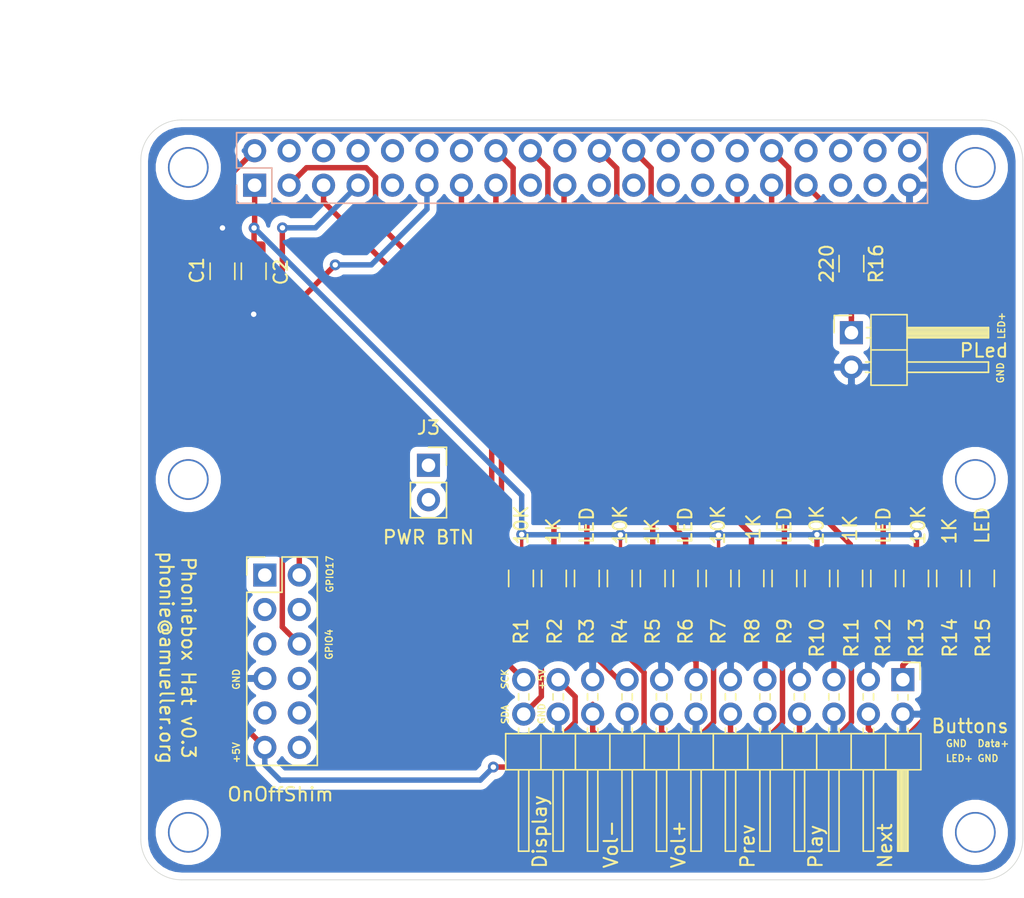
<source format=kicad_pcb>
(kicad_pcb (version 20171130) (host pcbnew "(5.1.4)-1")

  (general
    (thickness 1.6)
    (drawings 34)
    (tracks 212)
    (zones 0)
    (modules 29)
    (nets 30)
  )

  (page A4)
  (layers
    (0 F.Cu signal)
    (31 B.Cu signal)
    (32 B.Adhes user)
    (33 F.Adhes user)
    (34 B.Paste user)
    (35 F.Paste user)
    (36 B.SilkS user)
    (37 F.SilkS user)
    (38 B.Mask user)
    (39 F.Mask user)
    (40 Dwgs.User user)
    (41 Cmts.User user)
    (42 Eco1.User user)
    (43 Eco2.User user)
    (44 Edge.Cuts user)
    (45 Margin user)
    (46 B.CrtYd user)
    (47 F.CrtYd user)
    (48 B.Fab user)
    (49 F.Fab user)
  )

  (setup
    (last_trace_width 0.2)
    (user_trace_width 0.2)
    (user_trace_width 0.4)
    (user_trace_width 0.5)
    (trace_clearance 0.2)
    (zone_clearance 0.508)
    (zone_45_only no)
    (trace_min 0.2)
    (via_size 0.8)
    (via_drill 0.4)
    (via_min_size 0.4)
    (via_min_drill 0.3)
    (uvia_size 0.3)
    (uvia_drill 0.1)
    (uvias_allowed no)
    (uvia_min_size 0.2)
    (uvia_min_drill 0.1)
    (edge_width 0.05)
    (segment_width 0.2)
    (pcb_text_width 0.3)
    (pcb_text_size 1.5 1.5)
    (mod_edge_width 0.12)
    (mod_text_size 1 1)
    (mod_text_width 0.15)
    (pad_size 3 3)
    (pad_drill 2.75)
    (pad_to_mask_clearance 0.051)
    (solder_mask_min_width 0.25)
    (aux_axis_origin 0 0)
    (visible_elements 7FFFFFFF)
    (pcbplotparams
      (layerselection 0x3ffff_ffffffff)
      (usegerberextensions true)
      (usegerberattributes false)
      (usegerberadvancedattributes false)
      (creategerberjobfile false)
      (excludeedgelayer true)
      (linewidth 0.100000)
      (plotframeref false)
      (viasonmask false)
      (mode 1)
      (useauxorigin false)
      (hpglpennumber 1)
      (hpglpenspeed 20)
      (hpglpendiameter 15.000000)
      (psnegative false)
      (psa4output false)
      (plotreference true)
      (plotvalue true)
      (plotinvisibletext false)
      (padsonsilk false)
      (subtractmaskfromsilk false)
      (outputformat 1)
      (mirror false)
      (drillshape 0)
      (scaleselection 1)
      (outputdirectory "gerber/"))
  )

  (net 0 "")
  (net 1 /Display2)
  (net 2 /Display1)
  (net 3 /GND)
  (net 4 /OFS1)
  (net 5 /OFS2)
  (net 6 /Vol-Data)
  (net 7 /Vol-Led)
  (net 8 /Vol+Data)
  (net 9 /Vol+Led)
  (net 10 /PrevData)
  (net 11 /PrevLed)
  (net 12 /PlayData)
  (net 13 /PlayLed)
  (net 14 /NextData)
  (net 15 /NextLed)
  (net 16 /PowerLed)
  (net 17 "Net-(J9-Pad1)")
  (net 18 +5V)
  (net 19 +3V3)
  (net 20 "Net-(J10-Pad20)")
  (net 21 "Net-(J10-Pad17)")
  (net 22 "Net-(J10-Pad16)")
  (net 23 "Net-(J10-Pad13)")
  (net 24 "Net-(J10-Pad12)")
  (net 25 "Net-(J10-Pad9)")
  (net 26 "Net-(J10-Pad8)")
  (net 27 "Net-(J10-Pad5)")
  (net 28 "Net-(J10-Pad4)")
  (net 29 "Net-(J10-Pad1)")

  (net_class Default "This is the default net class."
    (clearance 0.2)
    (trace_width 0.25)
    (via_dia 0.8)
    (via_drill 0.4)
    (uvia_dia 0.3)
    (uvia_drill 0.1)
    (add_net +3V3)
    (add_net +5V)
    (add_net /Display1)
    (add_net /Display2)
    (add_net /GND)
    (add_net /NextData)
    (add_net /NextLed)
    (add_net /OFS1)
    (add_net /OFS2)
    (add_net /PlayData)
    (add_net /PlayLed)
    (add_net /PowerLed)
    (add_net /PrevData)
    (add_net /PrevLed)
    (add_net /Vol+Data)
    (add_net /Vol+Led)
    (add_net /Vol-Data)
    (add_net /Vol-Led)
    (add_net "Net-(J10-Pad1)")
    (add_net "Net-(J10-Pad12)")
    (add_net "Net-(J10-Pad13)")
    (add_net "Net-(J10-Pad16)")
    (add_net "Net-(J10-Pad17)")
    (add_net "Net-(J10-Pad20)")
    (add_net "Net-(J10-Pad4)")
    (add_net "Net-(J10-Pad5)")
    (add_net "Net-(J10-Pad8)")
    (add_net "Net-(J10-Pad9)")
    (add_net "Net-(J9-Pad1)")
  )

  (module Connector_PinHeader_2.54mm:PinHeader_2x12_P2.54mm_Horizontal (layer F.Cu) (tedit 59FED5CB) (tstamp 5EC6E641)
    (at 92.83 93.6 270)
    (descr "Through hole angled pin header, 2x12, 2.54mm pitch, 6mm pin length, double rows")
    (tags "Through hole angled pin header THT 2x12 2.54mm double row")
    (path /5EC5BFFC)
    (fp_text reference J10 (at 5.655 -2.27 90) (layer F.SilkS) hide
      (effects (font (size 1 1) (thickness 0.15)))
    )
    (fp_text value Buttons (at 3.42 -4.95 180) (layer F.SilkS)
      (effects (font (size 1 1) (thickness 0.15)))
    )
    (fp_text user %R (at 5.31 13.97) (layer F.Fab)
      (effects (font (size 1 1) (thickness 0.15)))
    )
    (fp_line (start 13.1 -1.8) (end -1.8 -1.8) (layer F.CrtYd) (width 0.05))
    (fp_line (start 13.1 29.75) (end 13.1 -1.8) (layer F.CrtYd) (width 0.05))
    (fp_line (start -1.8 29.75) (end 13.1 29.75) (layer F.CrtYd) (width 0.05))
    (fp_line (start -1.8 -1.8) (end -1.8 29.75) (layer F.CrtYd) (width 0.05))
    (fp_line (start -1.27 -1.27) (end 0 -1.27) (layer F.SilkS) (width 0.12))
    (fp_line (start -1.27 0) (end -1.27 -1.27) (layer F.SilkS) (width 0.12))
    (fp_line (start 1.042929 28.32) (end 1.497071 28.32) (layer F.SilkS) (width 0.12))
    (fp_line (start 1.042929 27.56) (end 1.497071 27.56) (layer F.SilkS) (width 0.12))
    (fp_line (start 3.582929 28.32) (end 3.98 28.32) (layer F.SilkS) (width 0.12))
    (fp_line (start 3.582929 27.56) (end 3.98 27.56) (layer F.SilkS) (width 0.12))
    (fp_line (start 12.64 28.32) (end 6.64 28.32) (layer F.SilkS) (width 0.12))
    (fp_line (start 12.64 27.56) (end 12.64 28.32) (layer F.SilkS) (width 0.12))
    (fp_line (start 6.64 27.56) (end 12.64 27.56) (layer F.SilkS) (width 0.12))
    (fp_line (start 3.98 26.67) (end 6.64 26.67) (layer F.SilkS) (width 0.12))
    (fp_line (start 1.042929 25.78) (end 1.497071 25.78) (layer F.SilkS) (width 0.12))
    (fp_line (start 1.042929 25.02) (end 1.497071 25.02) (layer F.SilkS) (width 0.12))
    (fp_line (start 3.582929 25.78) (end 3.98 25.78) (layer F.SilkS) (width 0.12))
    (fp_line (start 3.582929 25.02) (end 3.98 25.02) (layer F.SilkS) (width 0.12))
    (fp_line (start 12.64 25.78) (end 6.64 25.78) (layer F.SilkS) (width 0.12))
    (fp_line (start 12.64 25.02) (end 12.64 25.78) (layer F.SilkS) (width 0.12))
    (fp_line (start 6.64 25.02) (end 12.64 25.02) (layer F.SilkS) (width 0.12))
    (fp_line (start 3.98 24.13) (end 6.64 24.13) (layer F.SilkS) (width 0.12))
    (fp_line (start 1.042929 23.24) (end 1.497071 23.24) (layer F.SilkS) (width 0.12))
    (fp_line (start 1.042929 22.48) (end 1.497071 22.48) (layer F.SilkS) (width 0.12))
    (fp_line (start 3.582929 23.24) (end 3.98 23.24) (layer F.SilkS) (width 0.12))
    (fp_line (start 3.582929 22.48) (end 3.98 22.48) (layer F.SilkS) (width 0.12))
    (fp_line (start 12.64 23.24) (end 6.64 23.24) (layer F.SilkS) (width 0.12))
    (fp_line (start 12.64 22.48) (end 12.64 23.24) (layer F.SilkS) (width 0.12))
    (fp_line (start 6.64 22.48) (end 12.64 22.48) (layer F.SilkS) (width 0.12))
    (fp_line (start 3.98 21.59) (end 6.64 21.59) (layer F.SilkS) (width 0.12))
    (fp_line (start 1.042929 20.7) (end 1.497071 20.7) (layer F.SilkS) (width 0.12))
    (fp_line (start 1.042929 19.94) (end 1.497071 19.94) (layer F.SilkS) (width 0.12))
    (fp_line (start 3.582929 20.7) (end 3.98 20.7) (layer F.SilkS) (width 0.12))
    (fp_line (start 3.582929 19.94) (end 3.98 19.94) (layer F.SilkS) (width 0.12))
    (fp_line (start 12.64 20.7) (end 6.64 20.7) (layer F.SilkS) (width 0.12))
    (fp_line (start 12.64 19.94) (end 12.64 20.7) (layer F.SilkS) (width 0.12))
    (fp_line (start 6.64 19.94) (end 12.64 19.94) (layer F.SilkS) (width 0.12))
    (fp_line (start 3.98 19.05) (end 6.64 19.05) (layer F.SilkS) (width 0.12))
    (fp_line (start 1.042929 18.16) (end 1.497071 18.16) (layer F.SilkS) (width 0.12))
    (fp_line (start 1.042929 17.4) (end 1.497071 17.4) (layer F.SilkS) (width 0.12))
    (fp_line (start 3.582929 18.16) (end 3.98 18.16) (layer F.SilkS) (width 0.12))
    (fp_line (start 3.582929 17.4) (end 3.98 17.4) (layer F.SilkS) (width 0.12))
    (fp_line (start 12.64 18.16) (end 6.64 18.16) (layer F.SilkS) (width 0.12))
    (fp_line (start 12.64 17.4) (end 12.64 18.16) (layer F.SilkS) (width 0.12))
    (fp_line (start 6.64 17.4) (end 12.64 17.4) (layer F.SilkS) (width 0.12))
    (fp_line (start 3.98 16.51) (end 6.64 16.51) (layer F.SilkS) (width 0.12))
    (fp_line (start 1.042929 15.62) (end 1.497071 15.62) (layer F.SilkS) (width 0.12))
    (fp_line (start 1.042929 14.86) (end 1.497071 14.86) (layer F.SilkS) (width 0.12))
    (fp_line (start 3.582929 15.62) (end 3.98 15.62) (layer F.SilkS) (width 0.12))
    (fp_line (start 3.582929 14.86) (end 3.98 14.86) (layer F.SilkS) (width 0.12))
    (fp_line (start 12.64 15.62) (end 6.64 15.62) (layer F.SilkS) (width 0.12))
    (fp_line (start 12.64 14.86) (end 12.64 15.62) (layer F.SilkS) (width 0.12))
    (fp_line (start 6.64 14.86) (end 12.64 14.86) (layer F.SilkS) (width 0.12))
    (fp_line (start 3.98 13.97) (end 6.64 13.97) (layer F.SilkS) (width 0.12))
    (fp_line (start 1.042929 13.08) (end 1.497071 13.08) (layer F.SilkS) (width 0.12))
    (fp_line (start 1.042929 12.32) (end 1.497071 12.32) (layer F.SilkS) (width 0.12))
    (fp_line (start 3.582929 13.08) (end 3.98 13.08) (layer F.SilkS) (width 0.12))
    (fp_line (start 3.582929 12.32) (end 3.98 12.32) (layer F.SilkS) (width 0.12))
    (fp_line (start 12.64 13.08) (end 6.64 13.08) (layer F.SilkS) (width 0.12))
    (fp_line (start 12.64 12.32) (end 12.64 13.08) (layer F.SilkS) (width 0.12))
    (fp_line (start 6.64 12.32) (end 12.64 12.32) (layer F.SilkS) (width 0.12))
    (fp_line (start 3.98 11.43) (end 6.64 11.43) (layer F.SilkS) (width 0.12))
    (fp_line (start 1.042929 10.54) (end 1.497071 10.54) (layer F.SilkS) (width 0.12))
    (fp_line (start 1.042929 9.78) (end 1.497071 9.78) (layer F.SilkS) (width 0.12))
    (fp_line (start 3.582929 10.54) (end 3.98 10.54) (layer F.SilkS) (width 0.12))
    (fp_line (start 3.582929 9.78) (end 3.98 9.78) (layer F.SilkS) (width 0.12))
    (fp_line (start 12.64 10.54) (end 6.64 10.54) (layer F.SilkS) (width 0.12))
    (fp_line (start 12.64 9.78) (end 12.64 10.54) (layer F.SilkS) (width 0.12))
    (fp_line (start 6.64 9.78) (end 12.64 9.78) (layer F.SilkS) (width 0.12))
    (fp_line (start 3.98 8.89) (end 6.64 8.89) (layer F.SilkS) (width 0.12))
    (fp_line (start 1.042929 8) (end 1.497071 8) (layer F.SilkS) (width 0.12))
    (fp_line (start 1.042929 7.24) (end 1.497071 7.24) (layer F.SilkS) (width 0.12))
    (fp_line (start 3.582929 8) (end 3.98 8) (layer F.SilkS) (width 0.12))
    (fp_line (start 3.582929 7.24) (end 3.98 7.24) (layer F.SilkS) (width 0.12))
    (fp_line (start 12.64 8) (end 6.64 8) (layer F.SilkS) (width 0.12))
    (fp_line (start 12.64 7.24) (end 12.64 8) (layer F.SilkS) (width 0.12))
    (fp_line (start 6.64 7.24) (end 12.64 7.24) (layer F.SilkS) (width 0.12))
    (fp_line (start 3.98 6.35) (end 6.64 6.35) (layer F.SilkS) (width 0.12))
    (fp_line (start 1.042929 5.46) (end 1.497071 5.46) (layer F.SilkS) (width 0.12))
    (fp_line (start 1.042929 4.7) (end 1.497071 4.7) (layer F.SilkS) (width 0.12))
    (fp_line (start 3.582929 5.46) (end 3.98 5.46) (layer F.SilkS) (width 0.12))
    (fp_line (start 3.582929 4.7) (end 3.98 4.7) (layer F.SilkS) (width 0.12))
    (fp_line (start 12.64 5.46) (end 6.64 5.46) (layer F.SilkS) (width 0.12))
    (fp_line (start 12.64 4.7) (end 12.64 5.46) (layer F.SilkS) (width 0.12))
    (fp_line (start 6.64 4.7) (end 12.64 4.7) (layer F.SilkS) (width 0.12))
    (fp_line (start 3.98 3.81) (end 6.64 3.81) (layer F.SilkS) (width 0.12))
    (fp_line (start 1.042929 2.92) (end 1.497071 2.92) (layer F.SilkS) (width 0.12))
    (fp_line (start 1.042929 2.16) (end 1.497071 2.16) (layer F.SilkS) (width 0.12))
    (fp_line (start 3.582929 2.92) (end 3.98 2.92) (layer F.SilkS) (width 0.12))
    (fp_line (start 3.582929 2.16) (end 3.98 2.16) (layer F.SilkS) (width 0.12))
    (fp_line (start 12.64 2.92) (end 6.64 2.92) (layer F.SilkS) (width 0.12))
    (fp_line (start 12.64 2.16) (end 12.64 2.92) (layer F.SilkS) (width 0.12))
    (fp_line (start 6.64 2.16) (end 12.64 2.16) (layer F.SilkS) (width 0.12))
    (fp_line (start 3.98 1.27) (end 6.64 1.27) (layer F.SilkS) (width 0.12))
    (fp_line (start 1.11 0.38) (end 1.497071 0.38) (layer F.SilkS) (width 0.12))
    (fp_line (start 1.11 -0.38) (end 1.497071 -0.38) (layer F.SilkS) (width 0.12))
    (fp_line (start 3.582929 0.38) (end 3.98 0.38) (layer F.SilkS) (width 0.12))
    (fp_line (start 3.582929 -0.38) (end 3.98 -0.38) (layer F.SilkS) (width 0.12))
    (fp_line (start 6.64 0.28) (end 12.64 0.28) (layer F.SilkS) (width 0.12))
    (fp_line (start 6.64 0.16) (end 12.64 0.16) (layer F.SilkS) (width 0.12))
    (fp_line (start 6.64 0.04) (end 12.64 0.04) (layer F.SilkS) (width 0.12))
    (fp_line (start 6.64 -0.08) (end 12.64 -0.08) (layer F.SilkS) (width 0.12))
    (fp_line (start 6.64 -0.2) (end 12.64 -0.2) (layer F.SilkS) (width 0.12))
    (fp_line (start 6.64 -0.32) (end 12.64 -0.32) (layer F.SilkS) (width 0.12))
    (fp_line (start 12.64 0.38) (end 6.64 0.38) (layer F.SilkS) (width 0.12))
    (fp_line (start 12.64 -0.38) (end 12.64 0.38) (layer F.SilkS) (width 0.12))
    (fp_line (start 6.64 -0.38) (end 12.64 -0.38) (layer F.SilkS) (width 0.12))
    (fp_line (start 6.64 -1.33) (end 3.98 -1.33) (layer F.SilkS) (width 0.12))
    (fp_line (start 6.64 29.27) (end 6.64 -1.33) (layer F.SilkS) (width 0.12))
    (fp_line (start 3.98 29.27) (end 6.64 29.27) (layer F.SilkS) (width 0.12))
    (fp_line (start 3.98 -1.33) (end 3.98 29.27) (layer F.SilkS) (width 0.12))
    (fp_line (start 6.58 28.26) (end 12.58 28.26) (layer F.Fab) (width 0.1))
    (fp_line (start 12.58 27.62) (end 12.58 28.26) (layer F.Fab) (width 0.1))
    (fp_line (start 6.58 27.62) (end 12.58 27.62) (layer F.Fab) (width 0.1))
    (fp_line (start -0.32 28.26) (end 4.04 28.26) (layer F.Fab) (width 0.1))
    (fp_line (start -0.32 27.62) (end -0.32 28.26) (layer F.Fab) (width 0.1))
    (fp_line (start -0.32 27.62) (end 4.04 27.62) (layer F.Fab) (width 0.1))
    (fp_line (start 6.58 25.72) (end 12.58 25.72) (layer F.Fab) (width 0.1))
    (fp_line (start 12.58 25.08) (end 12.58 25.72) (layer F.Fab) (width 0.1))
    (fp_line (start 6.58 25.08) (end 12.58 25.08) (layer F.Fab) (width 0.1))
    (fp_line (start -0.32 25.72) (end 4.04 25.72) (layer F.Fab) (width 0.1))
    (fp_line (start -0.32 25.08) (end -0.32 25.72) (layer F.Fab) (width 0.1))
    (fp_line (start -0.32 25.08) (end 4.04 25.08) (layer F.Fab) (width 0.1))
    (fp_line (start 6.58 23.18) (end 12.58 23.18) (layer F.Fab) (width 0.1))
    (fp_line (start 12.58 22.54) (end 12.58 23.18) (layer F.Fab) (width 0.1))
    (fp_line (start 6.58 22.54) (end 12.58 22.54) (layer F.Fab) (width 0.1))
    (fp_line (start -0.32 23.18) (end 4.04 23.18) (layer F.Fab) (width 0.1))
    (fp_line (start -0.32 22.54) (end -0.32 23.18) (layer F.Fab) (width 0.1))
    (fp_line (start -0.32 22.54) (end 4.04 22.54) (layer F.Fab) (width 0.1))
    (fp_line (start 6.58 20.64) (end 12.58 20.64) (layer F.Fab) (width 0.1))
    (fp_line (start 12.58 20) (end 12.58 20.64) (layer F.Fab) (width 0.1))
    (fp_line (start 6.58 20) (end 12.58 20) (layer F.Fab) (width 0.1))
    (fp_line (start -0.32 20.64) (end 4.04 20.64) (layer F.Fab) (width 0.1))
    (fp_line (start -0.32 20) (end -0.32 20.64) (layer F.Fab) (width 0.1))
    (fp_line (start -0.32 20) (end 4.04 20) (layer F.Fab) (width 0.1))
    (fp_line (start 6.58 18.1) (end 12.58 18.1) (layer F.Fab) (width 0.1))
    (fp_line (start 12.58 17.46) (end 12.58 18.1) (layer F.Fab) (width 0.1))
    (fp_line (start 6.58 17.46) (end 12.58 17.46) (layer F.Fab) (width 0.1))
    (fp_line (start -0.32 18.1) (end 4.04 18.1) (layer F.Fab) (width 0.1))
    (fp_line (start -0.32 17.46) (end -0.32 18.1) (layer F.Fab) (width 0.1))
    (fp_line (start -0.32 17.46) (end 4.04 17.46) (layer F.Fab) (width 0.1))
    (fp_line (start 6.58 15.56) (end 12.58 15.56) (layer F.Fab) (width 0.1))
    (fp_line (start 12.58 14.92) (end 12.58 15.56) (layer F.Fab) (width 0.1))
    (fp_line (start 6.58 14.92) (end 12.58 14.92) (layer F.Fab) (width 0.1))
    (fp_line (start -0.32 15.56) (end 4.04 15.56) (layer F.Fab) (width 0.1))
    (fp_line (start -0.32 14.92) (end -0.32 15.56) (layer F.Fab) (width 0.1))
    (fp_line (start -0.32 14.92) (end 4.04 14.92) (layer F.Fab) (width 0.1))
    (fp_line (start 6.58 13.02) (end 12.58 13.02) (layer F.Fab) (width 0.1))
    (fp_line (start 12.58 12.38) (end 12.58 13.02) (layer F.Fab) (width 0.1))
    (fp_line (start 6.58 12.38) (end 12.58 12.38) (layer F.Fab) (width 0.1))
    (fp_line (start -0.32 13.02) (end 4.04 13.02) (layer F.Fab) (width 0.1))
    (fp_line (start -0.32 12.38) (end -0.32 13.02) (layer F.Fab) (width 0.1))
    (fp_line (start -0.32 12.38) (end 4.04 12.38) (layer F.Fab) (width 0.1))
    (fp_line (start 6.58 10.48) (end 12.58 10.48) (layer F.Fab) (width 0.1))
    (fp_line (start 12.58 9.84) (end 12.58 10.48) (layer F.Fab) (width 0.1))
    (fp_line (start 6.58 9.84) (end 12.58 9.84) (layer F.Fab) (width 0.1))
    (fp_line (start -0.32 10.48) (end 4.04 10.48) (layer F.Fab) (width 0.1))
    (fp_line (start -0.32 9.84) (end -0.32 10.48) (layer F.Fab) (width 0.1))
    (fp_line (start -0.32 9.84) (end 4.04 9.84) (layer F.Fab) (width 0.1))
    (fp_line (start 6.58 7.94) (end 12.58 7.94) (layer F.Fab) (width 0.1))
    (fp_line (start 12.58 7.3) (end 12.58 7.94) (layer F.Fab) (width 0.1))
    (fp_line (start 6.58 7.3) (end 12.58 7.3) (layer F.Fab) (width 0.1))
    (fp_line (start -0.32 7.94) (end 4.04 7.94) (layer F.Fab) (width 0.1))
    (fp_line (start -0.32 7.3) (end -0.32 7.94) (layer F.Fab) (width 0.1))
    (fp_line (start -0.32 7.3) (end 4.04 7.3) (layer F.Fab) (width 0.1))
    (fp_line (start 6.58 5.4) (end 12.58 5.4) (layer F.Fab) (width 0.1))
    (fp_line (start 12.58 4.76) (end 12.58 5.4) (layer F.Fab) (width 0.1))
    (fp_line (start 6.58 4.76) (end 12.58 4.76) (layer F.Fab) (width 0.1))
    (fp_line (start -0.32 5.4) (end 4.04 5.4) (layer F.Fab) (width 0.1))
    (fp_line (start -0.32 4.76) (end -0.32 5.4) (layer F.Fab) (width 0.1))
    (fp_line (start -0.32 4.76) (end 4.04 4.76) (layer F.Fab) (width 0.1))
    (fp_line (start 6.58 2.86) (end 12.58 2.86) (layer F.Fab) (width 0.1))
    (fp_line (start 12.58 2.22) (end 12.58 2.86) (layer F.Fab) (width 0.1))
    (fp_line (start 6.58 2.22) (end 12.58 2.22) (layer F.Fab) (width 0.1))
    (fp_line (start -0.32 2.86) (end 4.04 2.86) (layer F.Fab) (width 0.1))
    (fp_line (start -0.32 2.22) (end -0.32 2.86) (layer F.Fab) (width 0.1))
    (fp_line (start -0.32 2.22) (end 4.04 2.22) (layer F.Fab) (width 0.1))
    (fp_line (start 6.58 0.32) (end 12.58 0.32) (layer F.Fab) (width 0.1))
    (fp_line (start 12.58 -0.32) (end 12.58 0.32) (layer F.Fab) (width 0.1))
    (fp_line (start 6.58 -0.32) (end 12.58 -0.32) (layer F.Fab) (width 0.1))
    (fp_line (start -0.32 0.32) (end 4.04 0.32) (layer F.Fab) (width 0.1))
    (fp_line (start -0.32 -0.32) (end -0.32 0.32) (layer F.Fab) (width 0.1))
    (fp_line (start -0.32 -0.32) (end 4.04 -0.32) (layer F.Fab) (width 0.1))
    (fp_line (start 4.04 -0.635) (end 4.675 -1.27) (layer F.Fab) (width 0.1))
    (fp_line (start 4.04 29.21) (end 4.04 -0.635) (layer F.Fab) (width 0.1))
    (fp_line (start 6.58 29.21) (end 4.04 29.21) (layer F.Fab) (width 0.1))
    (fp_line (start 6.58 -1.27) (end 6.58 29.21) (layer F.Fab) (width 0.1))
    (fp_line (start 4.675 -1.27) (end 6.58 -1.27) (layer F.Fab) (width 0.1))
    (pad 24 thru_hole oval (at 2.54 27.94 270) (size 1.7 1.7) (drill 1) (layers *.Cu *.Mask)
      (net 1 /Display2))
    (pad 23 thru_hole oval (at 0 27.94 270) (size 1.7 1.7) (drill 1) (layers *.Cu *.Mask)
      (net 2 /Display1))
    (pad 22 thru_hole oval (at 2.54 25.4 270) (size 1.7 1.7) (drill 1) (layers *.Cu *.Mask)
      (net 3 /GND))
    (pad 21 thru_hole oval (at 0 25.4 270) (size 1.7 1.7) (drill 1) (layers *.Cu *.Mask)
      (net 18 +5V))
    (pad 20 thru_hole oval (at 2.54 22.86 270) (size 1.7 1.7) (drill 1) (layers *.Cu *.Mask)
      (net 20 "Net-(J10-Pad20)"))
    (pad 19 thru_hole oval (at 0 22.86 270) (size 1.7 1.7) (drill 1) (layers *.Cu *.Mask)
      (net 3 /GND))
    (pad 18 thru_hole oval (at 2.54 20.32 270) (size 1.7 1.7) (drill 1) (layers *.Cu *.Mask)
      (net 3 /GND))
    (pad 17 thru_hole oval (at 0 20.32 270) (size 1.7 1.7) (drill 1) (layers *.Cu *.Mask)
      (net 21 "Net-(J10-Pad17)"))
    (pad 16 thru_hole oval (at 2.54 17.78 270) (size 1.7 1.7) (drill 1) (layers *.Cu *.Mask)
      (net 22 "Net-(J10-Pad16)"))
    (pad 15 thru_hole oval (at 0 17.78 270) (size 1.7 1.7) (drill 1) (layers *.Cu *.Mask)
      (net 3 /GND))
    (pad 14 thru_hole oval (at 2.54 15.24 270) (size 1.7 1.7) (drill 1) (layers *.Cu *.Mask)
      (net 3 /GND))
    (pad 13 thru_hole oval (at 0 15.24 270) (size 1.7 1.7) (drill 1) (layers *.Cu *.Mask)
      (net 23 "Net-(J10-Pad13)"))
    (pad 12 thru_hole oval (at 2.54 12.7 270) (size 1.7 1.7) (drill 1) (layers *.Cu *.Mask)
      (net 24 "Net-(J10-Pad12)"))
    (pad 11 thru_hole oval (at 0 12.7 270) (size 1.7 1.7) (drill 1) (layers *.Cu *.Mask)
      (net 3 /GND))
    (pad 10 thru_hole oval (at 2.54 10.16 270) (size 1.7 1.7) (drill 1) (layers *.Cu *.Mask)
      (net 3 /GND))
    (pad 9 thru_hole oval (at 0 10.16 270) (size 1.7 1.7) (drill 1) (layers *.Cu *.Mask)
      (net 25 "Net-(J10-Pad9)"))
    (pad 8 thru_hole oval (at 2.54 7.62 270) (size 1.7 1.7) (drill 1) (layers *.Cu *.Mask)
      (net 26 "Net-(J10-Pad8)"))
    (pad 7 thru_hole oval (at 0 7.62 270) (size 1.7 1.7) (drill 1) (layers *.Cu *.Mask)
      (net 3 /GND))
    (pad 6 thru_hole oval (at 2.54 5.08 270) (size 1.7 1.7) (drill 1) (layers *.Cu *.Mask)
      (net 3 /GND))
    (pad 5 thru_hole oval (at 0 5.08 270) (size 1.7 1.7) (drill 1) (layers *.Cu *.Mask)
      (net 27 "Net-(J10-Pad5)"))
    (pad 4 thru_hole oval (at 2.54 2.54 270) (size 1.7 1.7) (drill 1) (layers *.Cu *.Mask)
      (net 28 "Net-(J10-Pad4)"))
    (pad 3 thru_hole oval (at 0 2.54 270) (size 1.7 1.7) (drill 1) (layers *.Cu *.Mask)
      (net 3 /GND))
    (pad 2 thru_hole oval (at 2.54 0 270) (size 1.7 1.7) (drill 1) (layers *.Cu *.Mask)
      (net 3 /GND))
    (pad 1 thru_hole rect (at 0 0 270) (size 1.7 1.7) (drill 1) (layers *.Cu *.Mask)
      (net 29 "Net-(J10-Pad1)"))
    (model ${KISYS3DMOD}/Connector_PinHeader_2.54mm.3dshapes/PinHeader_2x12_P2.54mm_Horizontal.wrl
      (at (xyz 0 0 0))
      (scale (xyz 1 1 1))
      (rotate (xyz 0 0 0))
    )
  )

  (module MountingHole:MountingHole_3mm_Pad (layer F.Cu) (tedit 5DA9D362) (tstamp 5D873657)
    (at 40.17 55.85)
    (descr "Mounting Hole 3mm")
    (tags "mounting hole 3mm")
    (path /5DA3195B)
    (clearance 0.9)
    (attr virtual)
    (fp_text reference H2 (at 0 -2.8) (layer F.SilkS) hide
      (effects (font (size 1 1) (thickness 0.15)))
    )
    (fp_text value MH (at 0 4) (layer F.Fab)
      (effects (font (size 1 1) (thickness 0.15)))
    )
    (fp_text user %R (at 0.3 0) (layer F.Fab)
      (effects (font (size 1 1) (thickness 0.15)))
    )
    (fp_circle (center 0 0) (end 3 0) (layer Cmts.User) (width 0.15))
    (fp_circle (center 0 0) (end 3.25 0) (layer F.CrtYd) (width 0.05))
    (pad "" np_thru_hole circle (at 0 0) (size 3 3) (drill 2.75) (layers *.Cu *.Mask))
  )

  (module MountingHole:MountingHole_3mm_Pad (layer F.Cu) (tedit 5DA61B47) (tstamp 5DA622C3)
    (at 40.17 78.85)
    (descr "Mounting Hole 3mm")
    (tags "mounting hole 3mm")
    (path /5DA642A0)
    (clearance 0.9)
    (attr virtual)
    (fp_text reference H6 (at 0 -4) (layer F.SilkS) hide
      (effects (font (size 1 1) (thickness 0.15)))
    )
    (fp_text value MH (at 0 4) (layer F.Fab)
      (effects (font (size 1 1) (thickness 0.15)))
    )
    (fp_circle (center 0 0) (end 3.25 0) (layer F.CrtYd) (width 0.05))
    (fp_circle (center 0 0) (end 3 0) (layer Cmts.User) (width 0.15))
    (fp_text user %R (at 0.3 0) (layer F.Fab)
      (effects (font (size 1 1) (thickness 0.15)))
    )
    (pad "" np_thru_hole circle (at 0 0) (size 3 3) (drill 2.75) (layers *.Cu *.Mask))
  )

  (module Resistor_SMD:R_1206_3216Metric_Pad1.42x1.75mm_HandSolder (layer F.Cu) (tedit 5B301BBD) (tstamp 5EC6CC94)
    (at 98.66 86.14 270)
    (descr "Resistor SMD 1206 (3216 Metric), square (rectangular) end terminal, IPC_7351 nominal with elongated pad for handsoldering. (Body size source: http://www.tortai-tech.com/upload/download/2011102023233369053.pdf), generated with kicad-footprint-generator")
    (tags "resistor handsolder")
    (path /5D9CD75E)
    (attr smd)
    (fp_text reference R15 (at 4.38 -0.07 270) (layer F.SilkS)
      (effects (font (size 1 1) (thickness 0.15)))
    )
    (fp_text value LED (at -3.91 -0.02 270) (layer F.SilkS)
      (effects (font (size 1 1) (thickness 0.15)))
    )
    (fp_text user %R (at 0 0 90) (layer F.Fab)
      (effects (font (size 0.8 0.8) (thickness 0.12)))
    )
    (fp_line (start 2.45 1.12) (end -2.45 1.12) (layer F.CrtYd) (width 0.05))
    (fp_line (start 2.45 -1.12) (end 2.45 1.12) (layer F.CrtYd) (width 0.05))
    (fp_line (start -2.45 -1.12) (end 2.45 -1.12) (layer F.CrtYd) (width 0.05))
    (fp_line (start -2.45 1.12) (end -2.45 -1.12) (layer F.CrtYd) (width 0.05))
    (fp_line (start -0.602064 0.91) (end 0.602064 0.91) (layer F.SilkS) (width 0.12))
    (fp_line (start -0.602064 -0.91) (end 0.602064 -0.91) (layer F.SilkS) (width 0.12))
    (fp_line (start 1.6 0.8) (end -1.6 0.8) (layer F.Fab) (width 0.1))
    (fp_line (start 1.6 -0.8) (end 1.6 0.8) (layer F.Fab) (width 0.1))
    (fp_line (start -1.6 -0.8) (end 1.6 -0.8) (layer F.Fab) (width 0.1))
    (fp_line (start -1.6 0.8) (end -1.6 -0.8) (layer F.Fab) (width 0.1))
    (pad 2 smd roundrect (at 1.4875 0 270) (size 1.425 1.75) (layers F.Cu F.Paste F.Mask) (roundrect_rratio 0.175439)
      (net 28 "Net-(J10-Pad4)"))
    (pad 1 smd roundrect (at -1.4875 0 270) (size 1.425 1.75) (layers F.Cu F.Paste F.Mask) (roundrect_rratio 0.175439)
      (net 15 /NextLed))
    (model ${KISYS3DMOD}/Resistor_SMD.3dshapes/R_1206_3216Metric.wrl
      (at (xyz 0 0 0))
      (scale (xyz 1 1 1))
      (rotate (xyz 0 0 0))
    )
  )

  (module Resistor_SMD:R_1206_3216Metric_Pad1.42x1.75mm_HandSolder (layer F.Cu) (tedit 5B301BBD) (tstamp 5EC6E549)
    (at 86.527852 86.14 270)
    (descr "Resistor SMD 1206 (3216 Metric), square (rectangular) end terminal, IPC_7351 nominal with elongated pad for handsoldering. (Body size source: http://www.tortai-tech.com/upload/download/2011102023233369053.pdf), generated with kicad-footprint-generator")
    (tags "resistor handsolder")
    (path /5D9CABD5)
    (attr smd)
    (fp_text reference R10 (at 4.38 0.031426 270) (layer F.SilkS)
      (effects (font (size 1 1) (thickness 0.15)))
    )
    (fp_text value 10K (at -3.93381 0.047852 270) (layer F.SilkS)
      (effects (font (size 1 1) (thickness 0.15)))
    )
    (fp_line (start -1.6 0.8) (end -1.6 -0.8) (layer F.Fab) (width 0.1))
    (fp_line (start -1.6 -0.8) (end 1.6 -0.8) (layer F.Fab) (width 0.1))
    (fp_line (start 1.6 -0.8) (end 1.6 0.8) (layer F.Fab) (width 0.1))
    (fp_line (start 1.6 0.8) (end -1.6 0.8) (layer F.Fab) (width 0.1))
    (fp_line (start -0.602064 -0.91) (end 0.602064 -0.91) (layer F.SilkS) (width 0.12))
    (fp_line (start -0.602064 0.91) (end 0.602064 0.91) (layer F.SilkS) (width 0.12))
    (fp_line (start -2.45 1.12) (end -2.45 -1.12) (layer F.CrtYd) (width 0.05))
    (fp_line (start -2.45 -1.12) (end 2.45 -1.12) (layer F.CrtYd) (width 0.05))
    (fp_line (start 2.45 -1.12) (end 2.45 1.12) (layer F.CrtYd) (width 0.05))
    (fp_line (start 2.45 1.12) (end -2.45 1.12) (layer F.CrtYd) (width 0.05))
    (fp_text user %R (at 0 0 90) (layer F.Fab)
      (effects (font (size 0.8 0.8) (thickness 0.12)))
    )
    (pad 1 smd roundrect (at -1.4875 0 270) (size 1.425 1.75) (layers F.Cu F.Paste F.Mask) (roundrect_rratio 0.175439)
      (net 19 +3V3))
    (pad 2 smd roundrect (at 1.4875 0 270) (size 1.425 1.75) (layers F.Cu F.Paste F.Mask) (roundrect_rratio 0.175439)
      (net 27 "Net-(J10-Pad5)"))
    (model ${KISYS3DMOD}/Resistor_SMD.3dshapes/R_1206_3216Metric.wrl
      (at (xyz 0 0 0))
      (scale (xyz 1 1 1))
      (rotate (xyz 0 0 0))
    )
  )

  (module Resistor_SMD:R_1206_3216Metric_Pad1.42x1.75mm_HandSolder (layer F.Cu) (tedit 5B301BBD) (tstamp 5EC6E519)
    (at 79.248568 86.14 270)
    (descr "Resistor SMD 1206 (3216 Metric), square (rectangular) end terminal, IPC_7351 nominal with elongated pad for handsoldering. (Body size source: http://www.tortai-tech.com/upload/download/2011102023233369053.pdf), generated with kicad-footprint-generator")
    (tags "resistor handsolder")
    (path /5D9C7941)
    (attr smd)
    (fp_text reference R7 (at 3.90381 0.004284 270) (layer F.SilkS)
      (effects (font (size 1 1) (thickness 0.15)))
    )
    (fp_text value 10K (at -3.93381 0.048568 270) (layer F.SilkS)
      (effects (font (size 1 1) (thickness 0.15)))
    )
    (fp_line (start -1.6 0.8) (end -1.6 -0.8) (layer F.Fab) (width 0.1))
    (fp_line (start -1.6 -0.8) (end 1.6 -0.8) (layer F.Fab) (width 0.1))
    (fp_line (start 1.6 -0.8) (end 1.6 0.8) (layer F.Fab) (width 0.1))
    (fp_line (start 1.6 0.8) (end -1.6 0.8) (layer F.Fab) (width 0.1))
    (fp_line (start -0.602064 -0.91) (end 0.602064 -0.91) (layer F.SilkS) (width 0.12))
    (fp_line (start -0.602064 0.91) (end 0.602064 0.91) (layer F.SilkS) (width 0.12))
    (fp_line (start -2.45 1.12) (end -2.45 -1.12) (layer F.CrtYd) (width 0.05))
    (fp_line (start -2.45 -1.12) (end 2.45 -1.12) (layer F.CrtYd) (width 0.05))
    (fp_line (start 2.45 -1.12) (end 2.45 1.12) (layer F.CrtYd) (width 0.05))
    (fp_line (start 2.45 1.12) (end -2.45 1.12) (layer F.CrtYd) (width 0.05))
    (fp_text user %R (at 0 0 90) (layer F.Fab)
      (effects (font (size 0.8 0.8) (thickness 0.12)))
    )
    (pad 1 smd roundrect (at -1.4875 0 270) (size 1.425 1.75) (layers F.Cu F.Paste F.Mask) (roundrect_rratio 0.175439)
      (net 19 +3V3))
    (pad 2 smd roundrect (at 1.4875 0 270) (size 1.425 1.75) (layers F.Cu F.Paste F.Mask) (roundrect_rratio 0.175439)
      (net 25 "Net-(J10-Pad9)"))
    (model ${KISYS3DMOD}/Resistor_SMD.3dshapes/R_1206_3216Metric.wrl
      (at (xyz 0 0 0))
      (scale (xyz 1 1 1))
      (rotate (xyz 0 0 0))
    )
  )

  (module Resistor_SMD:R_1206_3216Metric_Pad1.42x1.75mm_HandSolder (layer F.Cu) (tedit 5B301BBD) (tstamp 5EC7707C)
    (at 76.82214 86.14 270)
    (descr "Resistor SMD 1206 (3216 Metric), square (rectangular) end terminal, IPC_7351 nominal with elongated pad for handsoldering. (Body size source: http://www.tortai-tech.com/upload/download/2011102023233369053.pdf), generated with kicad-footprint-generator")
    (tags "resistor handsolder")
    (path /5D9C20CC)
    (attr smd)
    (fp_text reference R6 (at 3.90381 -0.00143 270) (layer F.SilkS)
      (effects (font (size 1 1) (thickness 0.15)))
    )
    (fp_text value LED (at -3.91 0.03214 270) (layer F.SilkS)
      (effects (font (size 1 1) (thickness 0.15)))
    )
    (fp_text user %R (at 0 0 90) (layer F.Fab)
      (effects (font (size 0.8 0.8) (thickness 0.12)))
    )
    (fp_line (start 2.45 1.12) (end -2.45 1.12) (layer F.CrtYd) (width 0.05))
    (fp_line (start 2.45 -1.12) (end 2.45 1.12) (layer F.CrtYd) (width 0.05))
    (fp_line (start -2.45 -1.12) (end 2.45 -1.12) (layer F.CrtYd) (width 0.05))
    (fp_line (start -2.45 1.12) (end -2.45 -1.12) (layer F.CrtYd) (width 0.05))
    (fp_line (start -0.602064 0.91) (end 0.602064 0.91) (layer F.SilkS) (width 0.12))
    (fp_line (start -0.602064 -0.91) (end 0.602064 -0.91) (layer F.SilkS) (width 0.12))
    (fp_line (start 1.6 0.8) (end -1.6 0.8) (layer F.Fab) (width 0.1))
    (fp_line (start 1.6 -0.8) (end 1.6 0.8) (layer F.Fab) (width 0.1))
    (fp_line (start -1.6 -0.8) (end 1.6 -0.8) (layer F.Fab) (width 0.1))
    (fp_line (start -1.6 0.8) (end -1.6 -0.8) (layer F.Fab) (width 0.1))
    (pad 2 smd roundrect (at 1.4875 0 270) (size 1.425 1.75) (layers F.Cu F.Paste F.Mask) (roundrect_rratio 0.175439)
      (net 22 "Net-(J10-Pad16)"))
    (pad 1 smd roundrect (at -1.4875 0 270) (size 1.425 1.75) (layers F.Cu F.Paste F.Mask) (roundrect_rratio 0.175439)
      (net 9 /Vol+Led))
    (model ${KISYS3DMOD}/Resistor_SMD.3dshapes/R_1206_3216Metric.wrl
      (at (xyz 0 0 0))
      (scale (xyz 1 1 1))
      (rotate (xyz 0 0 0))
    )
  )

  (module Resistor_SMD:R_1206_3216Metric_Pad1.42x1.75mm_HandSolder (layer F.Cu) (tedit 5B301BBD) (tstamp 5EC6E4B9)
    (at 93.807136 86.14 270)
    (descr "Resistor SMD 1206 (3216 Metric), square (rectangular) end terminal, IPC_7351 nominal with elongated pad for handsoldering. (Body size source: http://www.tortai-tech.com/upload/download/2011102023233369053.pdf), generated with kicad-footprint-generator")
    (tags "resistor handsolder")
    (path /5D9CD777)
    (attr smd)
    (fp_text reference R13 (at 4.38 -0.001432 270) (layer F.SilkS)
      (effects (font (size 1 1) (thickness 0.15)))
    )
    (fp_text value 10K (at -3.93381 -0.152864 270) (layer F.SilkS)
      (effects (font (size 1 1) (thickness 0.15)))
    )
    (fp_text user %R (at 0 0 90) (layer F.Fab)
      (effects (font (size 0.8 0.8) (thickness 0.12)))
    )
    (fp_line (start 2.45 1.12) (end -2.45 1.12) (layer F.CrtYd) (width 0.05))
    (fp_line (start 2.45 -1.12) (end 2.45 1.12) (layer F.CrtYd) (width 0.05))
    (fp_line (start -2.45 -1.12) (end 2.45 -1.12) (layer F.CrtYd) (width 0.05))
    (fp_line (start -2.45 1.12) (end -2.45 -1.12) (layer F.CrtYd) (width 0.05))
    (fp_line (start -0.602064 0.91) (end 0.602064 0.91) (layer F.SilkS) (width 0.12))
    (fp_line (start -0.602064 -0.91) (end 0.602064 -0.91) (layer F.SilkS) (width 0.12))
    (fp_line (start 1.6 0.8) (end -1.6 0.8) (layer F.Fab) (width 0.1))
    (fp_line (start 1.6 -0.8) (end 1.6 0.8) (layer F.Fab) (width 0.1))
    (fp_line (start -1.6 -0.8) (end 1.6 -0.8) (layer F.Fab) (width 0.1))
    (fp_line (start -1.6 0.8) (end -1.6 -0.8) (layer F.Fab) (width 0.1))
    (pad 2 smd roundrect (at 1.4875 0 270) (size 1.425 1.75) (layers F.Cu F.Paste F.Mask) (roundrect_rratio 0.175439)
      (net 29 "Net-(J10-Pad1)"))
    (pad 1 smd roundrect (at -1.4875 0 270) (size 1.425 1.75) (layers F.Cu F.Paste F.Mask) (roundrect_rratio 0.175439)
      (net 19 +3V3))
    (model ${KISYS3DMOD}/Resistor_SMD.3dshapes/R_1206_3216Metric.wrl
      (at (xyz 0 0 0))
      (scale (xyz 1 1 1))
      (rotate (xyz 0 0 0))
    )
  )

  (module Resistor_SMD:R_1206_3216Metric_Pad1.42x1.75mm_HandSolder (layer F.Cu) (tedit 5B301BBD) (tstamp 5EC6E489)
    (at 81.674996 86.14 270)
    (descr "Resistor SMD 1206 (3216 Metric), square (rectangular) end terminal, IPC_7351 nominal with elongated pad for handsoldering. (Body size source: http://www.tortai-tech.com/upload/download/2011102023233369053.pdf), generated with kicad-footprint-generator")
    (tags "resistor handsolder")
    (path /5D9C7934)
    (attr smd)
    (fp_text reference R8 (at 3.90381 -0.065004 270) (layer F.SilkS)
      (effects (font (size 1 1) (thickness 0.15)))
    )
    (fp_text value 1K (at -3.79 -0.145004 270) (layer F.SilkS)
      (effects (font (size 1 1) (thickness 0.15)))
    )
    (fp_text user %R (at 0 0 90) (layer F.Fab)
      (effects (font (size 0.8 0.8) (thickness 0.12)))
    )
    (fp_line (start 2.45 1.12) (end -2.45 1.12) (layer F.CrtYd) (width 0.05))
    (fp_line (start 2.45 -1.12) (end 2.45 1.12) (layer F.CrtYd) (width 0.05))
    (fp_line (start -2.45 -1.12) (end 2.45 -1.12) (layer F.CrtYd) (width 0.05))
    (fp_line (start -2.45 1.12) (end -2.45 -1.12) (layer F.CrtYd) (width 0.05))
    (fp_line (start -0.602064 0.91) (end 0.602064 0.91) (layer F.SilkS) (width 0.12))
    (fp_line (start -0.602064 -0.91) (end 0.602064 -0.91) (layer F.SilkS) (width 0.12))
    (fp_line (start 1.6 0.8) (end -1.6 0.8) (layer F.Fab) (width 0.1))
    (fp_line (start 1.6 -0.8) (end 1.6 0.8) (layer F.Fab) (width 0.1))
    (fp_line (start -1.6 -0.8) (end 1.6 -0.8) (layer F.Fab) (width 0.1))
    (fp_line (start -1.6 0.8) (end -1.6 -0.8) (layer F.Fab) (width 0.1))
    (pad 2 smd roundrect (at 1.4875 0 270) (size 1.425 1.75) (layers F.Cu F.Paste F.Mask) (roundrect_rratio 0.175439)
      (net 25 "Net-(J10-Pad9)"))
    (pad 1 smd roundrect (at -1.4875 0 270) (size 1.425 1.75) (layers F.Cu F.Paste F.Mask) (roundrect_rratio 0.175439)
      (net 10 /PrevData))
    (model ${KISYS3DMOD}/Resistor_SMD.3dshapes/R_1206_3216Metric.wrl
      (at (xyz 0 0 0))
      (scale (xyz 1 1 1))
      (rotate (xyz 0 0 0))
    )
  )

  (module Resistor_SMD:R_1206_3216Metric_Pad1.42x1.75mm_HandSolder (layer F.Cu) (tedit 5B301BBD) (tstamp 5EC6E459)
    (at 69.542856 86.14 270)
    (descr "Resistor SMD 1206 (3216 Metric), square (rectangular) end terminal, IPC_7351 nominal with elongated pad for handsoldering. (Body size source: http://www.tortai-tech.com/upload/download/2011102023233369053.pdf), generated with kicad-footprint-generator")
    (tags "resistor handsolder")
    (path /5D99FF24)
    (attr smd)
    (fp_text reference R3 (at 3.90381 0.011428 270) (layer F.SilkS)
      (effects (font (size 1 1) (thickness 0.15)))
    )
    (fp_text value LED (at -3.91 0.002856 270) (layer F.SilkS)
      (effects (font (size 1 1) (thickness 0.15)))
    )
    (fp_text user %R (at 0 0 90) (layer F.Fab)
      (effects (font (size 0.8 0.8) (thickness 0.12)))
    )
    (fp_line (start 2.45 1.12) (end -2.45 1.12) (layer F.CrtYd) (width 0.05))
    (fp_line (start 2.45 -1.12) (end 2.45 1.12) (layer F.CrtYd) (width 0.05))
    (fp_line (start -2.45 -1.12) (end 2.45 -1.12) (layer F.CrtYd) (width 0.05))
    (fp_line (start -2.45 1.12) (end -2.45 -1.12) (layer F.CrtYd) (width 0.05))
    (fp_line (start -0.602064 0.91) (end 0.602064 0.91) (layer F.SilkS) (width 0.12))
    (fp_line (start -0.602064 -0.91) (end 0.602064 -0.91) (layer F.SilkS) (width 0.12))
    (fp_line (start 1.6 0.8) (end -1.6 0.8) (layer F.Fab) (width 0.1))
    (fp_line (start 1.6 -0.8) (end 1.6 0.8) (layer F.Fab) (width 0.1))
    (fp_line (start -1.6 -0.8) (end 1.6 -0.8) (layer F.Fab) (width 0.1))
    (fp_line (start -1.6 0.8) (end -1.6 -0.8) (layer F.Fab) (width 0.1))
    (pad 2 smd roundrect (at 1.4875 0 270) (size 1.425 1.75) (layers F.Cu F.Paste F.Mask) (roundrect_rratio 0.175439)
      (net 20 "Net-(J10-Pad20)"))
    (pad 1 smd roundrect (at -1.4875 0 270) (size 1.425 1.75) (layers F.Cu F.Paste F.Mask) (roundrect_rratio 0.175439)
      (net 7 /Vol-Led))
    (model ${KISYS3DMOD}/Resistor_SMD.3dshapes/R_1206_3216Metric.wrl
      (at (xyz 0 0 0))
      (scale (xyz 1 1 1))
      (rotate (xyz 0 0 0))
    )
  )

  (module Resistor_SMD:R_1206_3216Metric_Pad1.42x1.75mm_HandSolder (layer F.Cu) (tedit 5B301BBD) (tstamp 5EC6E429)
    (at 88.95428 86.14 270)
    (descr "Resistor SMD 1206 (3216 Metric), square (rectangular) end terminal, IPC_7351 nominal with elongated pad for handsoldering. (Body size source: http://www.tortai-tech.com/upload/download/2011102023233369053.pdf), generated with kicad-footprint-generator")
    (tags "resistor handsolder")
    (path /5D9CABC8)
    (attr smd)
    (fp_text reference R11 (at 4.38 -0.08572 270) (layer F.SilkS)
      (effects (font (size 1 1) (thickness 0.15)))
    )
    (fp_text value 1K (at -3.7 0.01428 270) (layer F.SilkS)
      (effects (font (size 1 1) (thickness 0.15)))
    )
    (fp_text user %R (at 0 0 90) (layer F.Fab)
      (effects (font (size 0.8 0.8) (thickness 0.12)))
    )
    (fp_line (start 2.45 1.12) (end -2.45 1.12) (layer F.CrtYd) (width 0.05))
    (fp_line (start 2.45 -1.12) (end 2.45 1.12) (layer F.CrtYd) (width 0.05))
    (fp_line (start -2.45 -1.12) (end 2.45 -1.12) (layer F.CrtYd) (width 0.05))
    (fp_line (start -2.45 1.12) (end -2.45 -1.12) (layer F.CrtYd) (width 0.05))
    (fp_line (start -0.602064 0.91) (end 0.602064 0.91) (layer F.SilkS) (width 0.12))
    (fp_line (start -0.602064 -0.91) (end 0.602064 -0.91) (layer F.SilkS) (width 0.12))
    (fp_line (start 1.6 0.8) (end -1.6 0.8) (layer F.Fab) (width 0.1))
    (fp_line (start 1.6 -0.8) (end 1.6 0.8) (layer F.Fab) (width 0.1))
    (fp_line (start -1.6 -0.8) (end 1.6 -0.8) (layer F.Fab) (width 0.1))
    (fp_line (start -1.6 0.8) (end -1.6 -0.8) (layer F.Fab) (width 0.1))
    (pad 2 smd roundrect (at 1.4875 0 270) (size 1.425 1.75) (layers F.Cu F.Paste F.Mask) (roundrect_rratio 0.175439)
      (net 27 "Net-(J10-Pad5)"))
    (pad 1 smd roundrect (at -1.4875 0 270) (size 1.425 1.75) (layers F.Cu F.Paste F.Mask) (roundrect_rratio 0.175439)
      (net 12 /PlayData))
    (model ${KISYS3DMOD}/Resistor_SMD.3dshapes/R_1206_3216Metric.wrl
      (at (xyz 0 0 0))
      (scale (xyz 1 1 1))
      (rotate (xyz 0 0 0))
    )
  )

  (module Resistor_SMD:R_1206_3216Metric_Pad1.42x1.75mm_HandSolder (layer F.Cu) (tedit 5B301BBD) (tstamp 5EC6E3F9)
    (at 74.395712 86.14 90)
    (descr "Resistor SMD 1206 (3216 Metric), square (rectangular) end terminal, IPC_7351 nominal with elongated pad for handsoldering. (Body size source: http://www.tortai-tech.com/upload/download/2011102023233369053.pdf), generated with kicad-footprint-generator")
    (tags "resistor handsolder")
    (path /5D9C20D8)
    (attr smd)
    (fp_text reference R5 (at -3.90381 0.007144 270) (layer F.SilkS)
      (effects (font (size 1 1) (thickness 0.15)))
    )
    (fp_text value 1K (at 3.457619 -0.055712 270) (layer F.SilkS)
      (effects (font (size 1 1) (thickness 0.15)))
    )
    (fp_line (start -1.6 0.8) (end -1.6 -0.8) (layer F.Fab) (width 0.1))
    (fp_line (start -1.6 -0.8) (end 1.6 -0.8) (layer F.Fab) (width 0.1))
    (fp_line (start 1.6 -0.8) (end 1.6 0.8) (layer F.Fab) (width 0.1))
    (fp_line (start 1.6 0.8) (end -1.6 0.8) (layer F.Fab) (width 0.1))
    (fp_line (start -0.602064 -0.91) (end 0.602064 -0.91) (layer F.SilkS) (width 0.12))
    (fp_line (start -0.602064 0.91) (end 0.602064 0.91) (layer F.SilkS) (width 0.12))
    (fp_line (start -2.45 1.12) (end -2.45 -1.12) (layer F.CrtYd) (width 0.05))
    (fp_line (start -2.45 -1.12) (end 2.45 -1.12) (layer F.CrtYd) (width 0.05))
    (fp_line (start 2.45 -1.12) (end 2.45 1.12) (layer F.CrtYd) (width 0.05))
    (fp_line (start 2.45 1.12) (end -2.45 1.12) (layer F.CrtYd) (width 0.05))
    (fp_text user %R (at 0 0 90) (layer F.Fab)
      (effects (font (size 0.8 0.8) (thickness 0.12)))
    )
    (pad 1 smd roundrect (at -1.4875 0 90) (size 1.425 1.75) (layers F.Cu F.Paste F.Mask) (roundrect_rratio 0.175439)
      (net 23 "Net-(J10-Pad13)"))
    (pad 2 smd roundrect (at 1.4875 0 90) (size 1.425 1.75) (layers F.Cu F.Paste F.Mask) (roundrect_rratio 0.175439)
      (net 8 /Vol+Data))
    (model ${KISYS3DMOD}/Resistor_SMD.3dshapes/R_1206_3216Metric.wrl
      (at (xyz 0 0 0))
      (scale (xyz 1 1 1))
      (rotate (xyz 0 0 0))
    )
  )

  (module Resistor_SMD:R_1206_3216Metric_Pad1.42x1.75mm_HandSolder (layer F.Cu) (tedit 5B301BBD) (tstamp 5EC6E3C9)
    (at 91.380708 86.14 270)
    (descr "Resistor SMD 1206 (3216 Metric), square (rectangular) end terminal, IPC_7351 nominal with elongated pad for handsoldering. (Body size source: http://www.tortai-tech.com/upload/download/2011102023233369053.pdf), generated with kicad-footprint-generator")
    (tags "resistor handsolder")
    (path /5D9CABBC)
    (attr smd)
    (fp_text reference R12 (at 4.38 0.002854 270) (layer F.SilkS)
      (effects (font (size 1 1) (thickness 0.15)))
    )
    (fp_text value LED (at -3.91 -0.019292 270) (layer F.SilkS)
      (effects (font (size 1 1) (thickness 0.15)))
    )
    (fp_line (start -1.6 0.8) (end -1.6 -0.8) (layer F.Fab) (width 0.1))
    (fp_line (start -1.6 -0.8) (end 1.6 -0.8) (layer F.Fab) (width 0.1))
    (fp_line (start 1.6 -0.8) (end 1.6 0.8) (layer F.Fab) (width 0.1))
    (fp_line (start 1.6 0.8) (end -1.6 0.8) (layer F.Fab) (width 0.1))
    (fp_line (start -0.602064 -0.91) (end 0.602064 -0.91) (layer F.SilkS) (width 0.12))
    (fp_line (start -0.602064 0.91) (end 0.602064 0.91) (layer F.SilkS) (width 0.12))
    (fp_line (start -2.45 1.12) (end -2.45 -1.12) (layer F.CrtYd) (width 0.05))
    (fp_line (start -2.45 -1.12) (end 2.45 -1.12) (layer F.CrtYd) (width 0.05))
    (fp_line (start 2.45 -1.12) (end 2.45 1.12) (layer F.CrtYd) (width 0.05))
    (fp_line (start 2.45 1.12) (end -2.45 1.12) (layer F.CrtYd) (width 0.05))
    (fp_text user %R (at 0 0 90) (layer F.Fab)
      (effects (font (size 0.8 0.8) (thickness 0.12)))
    )
    (pad 1 smd roundrect (at -1.4875 0 270) (size 1.425 1.75) (layers F.Cu F.Paste F.Mask) (roundrect_rratio 0.175439)
      (net 13 /PlayLed))
    (pad 2 smd roundrect (at 1.4875 0 270) (size 1.425 1.75) (layers F.Cu F.Paste F.Mask) (roundrect_rratio 0.175439)
      (net 26 "Net-(J10-Pad8)"))
    (model ${KISYS3DMOD}/Resistor_SMD.3dshapes/R_1206_3216Metric.wrl
      (at (xyz 0 0 0))
      (scale (xyz 1 1 1))
      (rotate (xyz 0 0 0))
    )
  )

  (module Resistor_SMD:R_1206_3216Metric_Pad1.42x1.75mm_HandSolder (layer F.Cu) (tedit 5B301BBD) (tstamp 5EC6E399)
    (at 96.233564 86.14 270)
    (descr "Resistor SMD 1206 (3216 Metric), square (rectangular) end terminal, IPC_7351 nominal with elongated pad for handsoldering. (Body size source: http://www.tortai-tech.com/upload/download/2011102023233369053.pdf), generated with kicad-footprint-generator")
    (tags "resistor handsolder")
    (path /5D9CD76A)
    (attr smd)
    (fp_text reference R14 (at 4.38 -0.066436 270) (layer F.SilkS)
      (effects (font (size 1 1) (thickness 0.15)))
    )
    (fp_text value 1K (at -3.5 -0.026436 270) (layer F.SilkS)
      (effects (font (size 1 1) (thickness 0.15)))
    )
    (fp_text user %R (at 0 0 90) (layer F.Fab)
      (effects (font (size 0.8 0.8) (thickness 0.12)))
    )
    (fp_line (start 2.45 1.12) (end -2.45 1.12) (layer F.CrtYd) (width 0.05))
    (fp_line (start 2.45 -1.12) (end 2.45 1.12) (layer F.CrtYd) (width 0.05))
    (fp_line (start -2.45 -1.12) (end 2.45 -1.12) (layer F.CrtYd) (width 0.05))
    (fp_line (start -2.45 1.12) (end -2.45 -1.12) (layer F.CrtYd) (width 0.05))
    (fp_line (start -0.602064 0.91) (end 0.602064 0.91) (layer F.SilkS) (width 0.12))
    (fp_line (start -0.602064 -0.91) (end 0.602064 -0.91) (layer F.SilkS) (width 0.12))
    (fp_line (start 1.6 0.8) (end -1.6 0.8) (layer F.Fab) (width 0.1))
    (fp_line (start 1.6 -0.8) (end 1.6 0.8) (layer F.Fab) (width 0.1))
    (fp_line (start -1.6 -0.8) (end 1.6 -0.8) (layer F.Fab) (width 0.1))
    (fp_line (start -1.6 0.8) (end -1.6 -0.8) (layer F.Fab) (width 0.1))
    (pad 2 smd roundrect (at 1.4875 0 270) (size 1.425 1.75) (layers F.Cu F.Paste F.Mask) (roundrect_rratio 0.175439)
      (net 29 "Net-(J10-Pad1)"))
    (pad 1 smd roundrect (at -1.4875 0 270) (size 1.425 1.75) (layers F.Cu F.Paste F.Mask) (roundrect_rratio 0.175439)
      (net 14 /NextData))
    (model ${KISYS3DMOD}/Resistor_SMD.3dshapes/R_1206_3216Metric.wrl
      (at (xyz 0 0 0))
      (scale (xyz 1 1 1))
      (rotate (xyz 0 0 0))
    )
  )

  (module Resistor_SMD:R_1206_3216Metric_Pad1.42x1.75mm_HandSolder (layer F.Cu) (tedit 5B301BBD) (tstamp 5EC6C356)
    (at 64.69 86.14 270)
    (descr "Resistor SMD 1206 (3216 Metric), square (rectangular) end terminal, IPC_7351 nominal with elongated pad for handsoldering. (Body size source: http://www.tortai-tech.com/upload/download/2011102023233369053.pdf), generated with kicad-footprint-generator")
    (tags "resistor handsolder")
    (path /5D9BA0D3)
    (attr smd)
    (fp_text reference R1 (at 3.90381 0 270) (layer F.SilkS)
      (effects (font (size 1 1) (thickness 0.15)))
    )
    (fp_text value 10K (at -3.93381 -0.02 90) (layer F.SilkS)
      (effects (font (size 1 1) (thickness 0.15)))
    )
    (fp_text user %R (at -0.01 0 90) (layer F.Fab)
      (effects (font (size 0.8 0.8) (thickness 0.12)))
    )
    (fp_line (start 2.45 1.12) (end -2.45 1.12) (layer F.CrtYd) (width 0.05))
    (fp_line (start 2.45 -1.12) (end 2.45 1.12) (layer F.CrtYd) (width 0.05))
    (fp_line (start -2.45 -1.12) (end 2.45 -1.12) (layer F.CrtYd) (width 0.05))
    (fp_line (start -2.45 1.12) (end -2.45 -1.12) (layer F.CrtYd) (width 0.05))
    (fp_line (start -0.602064 0.91) (end 0.602064 0.91) (layer F.SilkS) (width 0.12))
    (fp_line (start -0.602064 -0.91) (end 0.602064 -0.91) (layer F.SilkS) (width 0.12))
    (fp_line (start 1.6 0.8) (end -1.6 0.8) (layer F.Fab) (width 0.1))
    (fp_line (start 1.6 -0.8) (end 1.6 0.8) (layer F.Fab) (width 0.1))
    (fp_line (start -1.6 -0.8) (end 1.6 -0.8) (layer F.Fab) (width 0.1))
    (fp_line (start -1.6 0.8) (end -1.6 -0.8) (layer F.Fab) (width 0.1))
    (pad 2 smd roundrect (at 1.4875 0 270) (size 1.425 1.75) (layers F.Cu F.Paste F.Mask) (roundrect_rratio 0.175439)
      (net 21 "Net-(J10-Pad17)"))
    (pad 1 smd roundrect (at -1.4875 0 270) (size 1.425 1.75) (layers F.Cu F.Paste F.Mask) (roundrect_rratio 0.175439)
      (net 19 +3V3))
    (model ${KISYS3DMOD}/Resistor_SMD.3dshapes/R_1206_3216Metric.wrl
      (at (xyz 0 0 0))
      (scale (xyz 1 1 1))
      (rotate (xyz 0 0 0))
    )
  )

  (module Resistor_SMD:R_1206_3216Metric_Pad1.42x1.75mm_HandSolder (layer F.Cu) (tedit 5B301BBD) (tstamp 5EC6E369)
    (at 71.969284 86.14 270)
    (descr "Resistor SMD 1206 (3216 Metric), square (rectangular) end terminal, IPC_7351 nominal with elongated pad for handsoldering. (Body size source: http://www.tortai-tech.com/upload/download/2011102023233369053.pdf), generated with kicad-footprint-generator")
    (tags "resistor handsolder")
    (path /5D9C20E5)
    (attr smd)
    (fp_text reference R4 (at 3.90381 -0.012858 270) (layer F.SilkS)
      (effects (font (size 1 1) (thickness 0.15)))
    )
    (fp_text value 10K (at -3.93381 -0.020716 270) (layer F.SilkS)
      (effects (font (size 1 1) (thickness 0.15)))
    )
    (fp_line (start -1.6 0.8) (end -1.6 -0.8) (layer F.Fab) (width 0.1))
    (fp_line (start -1.6 -0.8) (end 1.6 -0.8) (layer F.Fab) (width 0.1))
    (fp_line (start 1.6 -0.8) (end 1.6 0.8) (layer F.Fab) (width 0.1))
    (fp_line (start 1.6 0.8) (end -1.6 0.8) (layer F.Fab) (width 0.1))
    (fp_line (start -0.602064 -0.91) (end 0.602064 -0.91) (layer F.SilkS) (width 0.12))
    (fp_line (start -0.602064 0.91) (end 0.602064 0.91) (layer F.SilkS) (width 0.12))
    (fp_line (start -2.45 1.12) (end -2.45 -1.12) (layer F.CrtYd) (width 0.05))
    (fp_line (start -2.45 -1.12) (end 2.45 -1.12) (layer F.CrtYd) (width 0.05))
    (fp_line (start 2.45 -1.12) (end 2.45 1.12) (layer F.CrtYd) (width 0.05))
    (fp_line (start 2.45 1.12) (end -2.45 1.12) (layer F.CrtYd) (width 0.05))
    (fp_text user %R (at 0 0 90) (layer F.Fab)
      (effects (font (size 0.8 0.8) (thickness 0.12)))
    )
    (pad 1 smd roundrect (at -1.4875 0 270) (size 1.425 1.75) (layers F.Cu F.Paste F.Mask) (roundrect_rratio 0.175439)
      (net 19 +3V3))
    (pad 2 smd roundrect (at 1.4875 0 270) (size 1.425 1.75) (layers F.Cu F.Paste F.Mask) (roundrect_rratio 0.175439)
      (net 23 "Net-(J10-Pad13)"))
    (model ${KISYS3DMOD}/Resistor_SMD.3dshapes/R_1206_3216Metric.wrl
      (at (xyz 0 0 0))
      (scale (xyz 1 1 1))
      (rotate (xyz 0 0 0))
    )
  )

  (module Resistor_SMD:R_1206_3216Metric_Pad1.42x1.75mm_HandSolder (layer F.Cu) (tedit 5B301BBD) (tstamp 5EC6E339)
    (at 67.116428 86.14 270)
    (descr "Resistor SMD 1206 (3216 Metric), square (rectangular) end terminal, IPC_7351 nominal with elongated pad for handsoldering. (Body size source: http://www.tortai-tech.com/upload/download/2011102023233369053.pdf), generated with kicad-footprint-generator")
    (tags "resistor handsolder")
    (path /5D9B0FEA)
    (attr smd)
    (fp_text reference R2 (at 3.90381 -0.063572 270) (layer F.SilkS)
      (effects (font (size 1 1) (thickness 0.15)))
    )
    (fp_text value 1K (at -3.5 0.046428 90) (layer F.SilkS)
      (effects (font (size 1 1) (thickness 0.15)))
    )
    (fp_line (start -1.6 0.8) (end -1.6 -0.8) (layer F.Fab) (width 0.1))
    (fp_line (start -1.6 -0.8) (end 1.6 -0.8) (layer F.Fab) (width 0.1))
    (fp_line (start 1.6 -0.8) (end 1.6 0.8) (layer F.Fab) (width 0.1))
    (fp_line (start 1.6 0.8) (end -1.6 0.8) (layer F.Fab) (width 0.1))
    (fp_line (start -0.602064 -0.91) (end 0.602064 -0.91) (layer F.SilkS) (width 0.12))
    (fp_line (start -0.602064 0.91) (end 0.602064 0.91) (layer F.SilkS) (width 0.12))
    (fp_line (start -2.45 1.12) (end -2.45 -1.12) (layer F.CrtYd) (width 0.05))
    (fp_line (start -2.45 -1.12) (end 2.45 -1.12) (layer F.CrtYd) (width 0.05))
    (fp_line (start 2.45 -1.12) (end 2.45 1.12) (layer F.CrtYd) (width 0.05))
    (fp_line (start 2.45 1.12) (end -2.45 1.12) (layer F.CrtYd) (width 0.05))
    (fp_text user %R (at 0 0 90) (layer F.Fab)
      (effects (font (size 0.8 0.8) (thickness 0.12)))
    )
    (pad 1 smd roundrect (at -1.4875 0 270) (size 1.425 1.75) (layers F.Cu F.Paste F.Mask) (roundrect_rratio 0.175439)
      (net 6 /Vol-Data))
    (pad 2 smd roundrect (at 1.4875 0 270) (size 1.425 1.75) (layers F.Cu F.Paste F.Mask) (roundrect_rratio 0.175439)
      (net 21 "Net-(J10-Pad17)"))
    (model ${KISYS3DMOD}/Resistor_SMD.3dshapes/R_1206_3216Metric.wrl
      (at (xyz 0 0 0))
      (scale (xyz 1 1 1))
      (rotate (xyz 0 0 0))
    )
  )

  (module Resistor_SMD:R_1206_3216Metric_Pad1.42x1.75mm_HandSolder (layer F.Cu) (tedit 5B301BBD) (tstamp 5EC6E309)
    (at 84.101424 86.14 270)
    (descr "Resistor SMD 1206 (3216 Metric), square (rectangular) end terminal, IPC_7351 nominal with elongated pad for handsoldering. (Body size source: http://www.tortai-tech.com/upload/download/2011102023233369053.pdf), generated with kicad-footprint-generator")
    (tags "resistor handsolder")
    (path /5D9C7928)
    (attr smd)
    (fp_text reference R9 (at 3.90381 -0.004288 270) (layer F.SilkS)
      (effects (font (size 1 1) (thickness 0.15)))
    )
    (fp_text value LED (at -3.91 0.011424 270) (layer F.SilkS)
      (effects (font (size 1 1) (thickness 0.15)))
    )
    (fp_line (start -1.6 0.8) (end -1.6 -0.8) (layer F.Fab) (width 0.1))
    (fp_line (start -1.6 -0.8) (end 1.6 -0.8) (layer F.Fab) (width 0.1))
    (fp_line (start 1.6 -0.8) (end 1.6 0.8) (layer F.Fab) (width 0.1))
    (fp_line (start 1.6 0.8) (end -1.6 0.8) (layer F.Fab) (width 0.1))
    (fp_line (start -0.602064 -0.91) (end 0.602064 -0.91) (layer F.SilkS) (width 0.12))
    (fp_line (start -0.602064 0.91) (end 0.602064 0.91) (layer F.SilkS) (width 0.12))
    (fp_line (start -2.45 1.12) (end -2.45 -1.12) (layer F.CrtYd) (width 0.05))
    (fp_line (start -2.45 -1.12) (end 2.45 -1.12) (layer F.CrtYd) (width 0.05))
    (fp_line (start 2.45 -1.12) (end 2.45 1.12) (layer F.CrtYd) (width 0.05))
    (fp_line (start 2.45 1.12) (end -2.45 1.12) (layer F.CrtYd) (width 0.05))
    (fp_text user %R (at 0 0 90) (layer F.Fab)
      (effects (font (size 0.8 0.8) (thickness 0.12)))
    )
    (pad 1 smd roundrect (at -1.4875 0 270) (size 1.425 1.75) (layers F.Cu F.Paste F.Mask) (roundrect_rratio 0.175439)
      (net 11 /PrevLed))
    (pad 2 smd roundrect (at 1.4875 0 270) (size 1.425 1.75) (layers F.Cu F.Paste F.Mask) (roundrect_rratio 0.175439)
      (net 24 "Net-(J10-Pad12)"))
    (model ${KISYS3DMOD}/Resistor_SMD.3dshapes/R_1206_3216Metric.wrl
      (at (xyz 0 0 0))
      (scale (xyz 1 1 1))
      (rotate (xyz 0 0 0))
    )
  )

  (module Connector_PinHeader_2.54mm:PinHeader_2x06_P2.54mm_Vertical (layer F.Cu) (tedit 59FED5CC) (tstamp 5EC78817)
    (at 45.81 85.89)
    (descr "Through hole straight pin header, 2x06, 2.54mm pitch, double rows")
    (tags "Through hole pin header THT 2x06 2.54mm double row")
    (path /5EDB91BE)
    (fp_text reference J2 (at 1.27 -2.33) (layer F.SilkS) hide
      (effects (font (size 1 1) (thickness 0.15)))
    )
    (fp_text value OnOffShim (at 1.15 16.16) (layer F.SilkS)
      (effects (font (size 1 1) (thickness 0.15)))
    )
    (fp_line (start 0 -1.27) (end 3.81 -1.27) (layer F.Fab) (width 0.1))
    (fp_line (start 3.81 -1.27) (end 3.81 13.97) (layer F.Fab) (width 0.1))
    (fp_line (start 3.81 13.97) (end -1.27 13.97) (layer F.Fab) (width 0.1))
    (fp_line (start -1.27 13.97) (end -1.27 0) (layer F.Fab) (width 0.1))
    (fp_line (start -1.27 0) (end 0 -1.27) (layer F.Fab) (width 0.1))
    (fp_line (start -1.33 14.03) (end 3.87 14.03) (layer F.SilkS) (width 0.12))
    (fp_line (start -1.33 1.27) (end -1.33 14.03) (layer F.SilkS) (width 0.12))
    (fp_line (start 3.87 -1.33) (end 3.87 14.03) (layer F.SilkS) (width 0.12))
    (fp_line (start -1.33 1.27) (end 1.27 1.27) (layer F.SilkS) (width 0.12))
    (fp_line (start 1.27 1.27) (end 1.27 -1.33) (layer F.SilkS) (width 0.12))
    (fp_line (start 1.27 -1.33) (end 3.87 -1.33) (layer F.SilkS) (width 0.12))
    (fp_line (start -1.33 0) (end -1.33 -1.33) (layer F.SilkS) (width 0.12))
    (fp_line (start -1.33 -1.33) (end 0 -1.33) (layer F.SilkS) (width 0.12))
    (fp_line (start -1.8 -1.8) (end -1.8 14.5) (layer F.CrtYd) (width 0.05))
    (fp_line (start -1.8 14.5) (end 4.35 14.5) (layer F.CrtYd) (width 0.05))
    (fp_line (start 4.35 14.5) (end 4.35 -1.8) (layer F.CrtYd) (width 0.05))
    (fp_line (start 4.35 -1.8) (end -1.8 -1.8) (layer F.CrtYd) (width 0.05))
    (fp_text user %R (at 1.27 6.35 90) (layer F.Fab)
      (effects (font (size 1 1) (thickness 0.15)))
    )
    (pad 1 thru_hole rect (at 0 0) (size 1.7 1.7) (drill 1) (layers *.Cu *.Mask))
    (pad 2 thru_hole oval (at 2.54 0) (size 1.7 1.7) (drill 1) (layers *.Cu *.Mask)
      (net 5 /OFS2))
    (pad 3 thru_hole oval (at 0 2.54) (size 1.7 1.7) (drill 1) (layers *.Cu *.Mask))
    (pad 4 thru_hole oval (at 2.54 2.54) (size 1.7 1.7) (drill 1) (layers *.Cu *.Mask))
    (pad 5 thru_hole oval (at 0 5.08) (size 1.7 1.7) (drill 1) (layers *.Cu *.Mask))
    (pad 6 thru_hole oval (at 2.54 5.08) (size 1.7 1.7) (drill 1) (layers *.Cu *.Mask)
      (net 4 /OFS1))
    (pad 7 thru_hole oval (at 0 7.62) (size 1.7 1.7) (drill 1) (layers *.Cu *.Mask)
      (net 3 /GND))
    (pad 8 thru_hole oval (at 2.54 7.62) (size 1.7 1.7) (drill 1) (layers *.Cu *.Mask))
    (pad 9 thru_hole oval (at 0 10.16) (size 1.7 1.7) (drill 1) (layers *.Cu *.Mask))
    (pad 10 thru_hole oval (at 2.54 10.16) (size 1.7 1.7) (drill 1) (layers *.Cu *.Mask))
    (pad 11 thru_hole oval (at 0 12.7) (size 1.7 1.7) (drill 1) (layers *.Cu *.Mask)
      (net 18 +5V))
    (pad 12 thru_hole oval (at 2.54 12.7) (size 1.7 1.7) (drill 1) (layers *.Cu *.Mask))
    (model ${KISYS3DMOD}/Connector_PinHeader_2.54mm.3dshapes/PinHeader_2x06_P2.54mm_Vertical.wrl
      (at (xyz 0 0 0))
      (scale (xyz 1 1 1))
      (rotate (xyz 0 0 0))
    )
  )

  (module MountingHole:MountingHole_3mm_Pad (layer F.Cu) (tedit 5DA62C8B) (tstamp 5DA62DC7)
    (at 98.17 78.85)
    (descr "Mounting Hole 3mm")
    (tags "mounting hole 3mm")
    (path /5DA63994)
    (clearance 0.9)
    (attr virtual)
    (fp_text reference H5 (at 0 -4) (layer F.SilkS) hide
      (effects (font (size 1 1) (thickness 0.15)))
    )
    (fp_text value MH (at -0.17 -0.08 180) (layer F.Fab)
      (effects (font (size 1 1) (thickness 0.15)))
    )
    (fp_circle (center 0 0) (end 3.25 0) (layer F.CrtYd) (width 0.05))
    (fp_circle (center 0 0) (end 3 0) (layer Cmts.User) (width 0.15))
    (fp_text user %R (at 0.3 0) (layer F.Fab)
      (effects (font (size 1 1) (thickness 0.15)))
    )
    (pad "" np_thru_hole circle (at 0 0) (size 3 3) (drill 2.75) (layers *.Cu *.Mask))
  )

  (module Capacitor_SMD:C_1206_3216Metric_Pad1.42x1.75mm_HandSolder (layer F.Cu) (tedit 5B301BBE) (tstamp 5D8A5504)
    (at 44.99 63.5 270)
    (descr "Capacitor SMD 1206 (3216 Metric), square (rectangular) end terminal, IPC_7351 nominal with elongated pad for handsoldering. (Body size source: http://www.tortai-tech.com/upload/download/2011102023233369053.pdf), generated with kicad-footprint-generator")
    (tags "capacitor handsolder")
    (path /5D8B2254)
    (attr smd)
    (fp_text reference C2 (at 0.06 -2 90) (layer F.SilkS)
      (effects (font (size 1 1) (thickness 0.15)))
    )
    (fp_text value C (at 0.05 -0.03 90) (layer F.Fab) hide
      (effects (font (size 1 1) (thickness 0.15)))
    )
    (fp_text user %R (at 0.03 -1.92 90) (layer F.Fab)
      (effects (font (size 0.8 0.8) (thickness 0.12)))
    )
    (fp_line (start 2.45 1.12) (end -2.45 1.12) (layer F.CrtYd) (width 0.05))
    (fp_line (start 2.45 -1.12) (end 2.45 1.12) (layer F.CrtYd) (width 0.05))
    (fp_line (start -2.45 -1.12) (end 2.45 -1.12) (layer F.CrtYd) (width 0.05))
    (fp_line (start -2.45 1.12) (end -2.45 -1.12) (layer F.CrtYd) (width 0.05))
    (fp_line (start -0.602064 0.91) (end 0.602064 0.91) (layer F.SilkS) (width 0.12))
    (fp_line (start -0.602064 -0.91) (end 0.602064 -0.91) (layer F.SilkS) (width 0.12))
    (fp_line (start 1.6 0.8) (end -1.6 0.8) (layer F.Fab) (width 0.1))
    (fp_line (start 1.6 -0.8) (end 1.6 0.8) (layer F.Fab) (width 0.1))
    (fp_line (start -1.6 -0.8) (end 1.6 -0.8) (layer F.Fab) (width 0.1))
    (fp_line (start -1.6 0.8) (end -1.6 -0.8) (layer F.Fab) (width 0.1))
    (pad 2 smd roundrect (at 1.4875 0 270) (size 1.425 1.75) (layers F.Cu F.Paste F.Mask) (roundrect_rratio 0.175439)
      (net 3 /GND))
    (pad 1 smd roundrect (at -1.4875 0 270) (size 1.425 1.75) (layers F.Cu F.Paste F.Mask) (roundrect_rratio 0.175439)
      (net 19 +3V3))
    (model ${KISYS3DMOD}/Capacitor_SMD.3dshapes/C_1206_3216Metric.wrl
      (at (xyz 0 0 0))
      (scale (xyz 1 1 1))
      (rotate (xyz 0 0 0))
    )
  )

  (module Capacitor_SMD:C_1206_3216Metric_Pad1.42x1.75mm_HandSolder (layer F.Cu) (tedit 5B301BBE) (tstamp 5EC598A2)
    (at 42.69 63.5025 270)
    (descr "Capacitor SMD 1206 (3216 Metric), square (rectangular) end terminal, IPC_7351 nominal with elongated pad for handsoldering. (Body size source: http://www.tortai-tech.com/upload/download/2011102023233369053.pdf), generated with kicad-footprint-generator")
    (tags "capacitor handsolder")
    (path /5D8A6894)
    (attr smd)
    (fp_text reference C1 (at -0.07 1.88 270) (layer F.SilkS)
      (effects (font (size 1 1) (thickness 0.15)))
    )
    (fp_text value C (at -0.0025 0 270) (layer F.Fab) hide
      (effects (font (size 1 1) (thickness 0.15)))
    )
    (fp_text user %R (at 0.0375 0.34 270) (layer F.Fab)
      (effects (font (size 0.8 0.8) (thickness 0.12)))
    )
    (fp_line (start 2.45 1.12) (end -2.45 1.12) (layer F.CrtYd) (width 0.05))
    (fp_line (start 2.45 -1.12) (end 2.45 1.12) (layer F.CrtYd) (width 0.05))
    (fp_line (start -2.45 -1.12) (end 2.45 -1.12) (layer F.CrtYd) (width 0.05))
    (fp_line (start -2.45 1.12) (end -2.45 -1.12) (layer F.CrtYd) (width 0.05))
    (fp_line (start -0.602064 0.91) (end 0.602064 0.91) (layer F.SilkS) (width 0.12))
    (fp_line (start -0.602064 -0.91) (end 0.602064 -0.91) (layer F.SilkS) (width 0.12))
    (fp_line (start 1.6 0.8) (end -1.6 0.8) (layer F.Fab) (width 0.1))
    (fp_line (start 1.6 -0.8) (end 1.6 0.8) (layer F.Fab) (width 0.1))
    (fp_line (start -1.6 -0.8) (end 1.6 -0.8) (layer F.Fab) (width 0.1))
    (fp_line (start -1.6 0.8) (end -1.6 -0.8) (layer F.Fab) (width 0.1))
    (pad 2 smd roundrect (at 1.4875 0 270) (size 1.425 1.75) (layers F.Cu F.Paste F.Mask) (roundrect_rratio 0.175439)
      (net 18 +5V))
    (pad 1 smd roundrect (at -1.4875 0 270) (size 1.425 1.75) (layers F.Cu F.Paste F.Mask) (roundrect_rratio 0.175439)
      (net 3 /GND))
    (model ${KISYS3DMOD}/Capacitor_SMD.3dshapes/C_1206_3216Metric.wrl
      (at (xyz 0 0 0))
      (scale (xyz 1 1 1))
      (rotate (xyz 0 0 0))
    )
  )

  (module Connector_PinSocket_2.54mm:PinSocket_2x20_P2.54mm_Vertical (layer B.Cu) (tedit 5A19A433) (tstamp 5D873728)
    (at 45.06 57.16 270)
    (descr "Through hole straight socket strip, 2x20, 2.54mm pitch, double cols (from Kicad 4.0.7), script generated")
    (tags "Through hole socket strip THT 2x20 2.54mm double row")
    (path /5D97B526)
    (fp_text reference J1 (at -1.27 2.77 270) (layer B.SilkS) hide
      (effects (font (size 1 1) (thickness 0.15)) (justify mirror))
    )
    (fp_text value Raspberry_Pi_2_3 (at -6.91 -2.6 180) (layer B.Fab)
      (effects (font (size 1 1) (thickness 0.15)) (justify mirror))
    )
    (fp_line (start -3.81 1.27) (end 0.27 1.27) (layer B.Fab) (width 0.1))
    (fp_line (start 0.27 1.27) (end 1.27 0.27) (layer B.Fab) (width 0.1))
    (fp_line (start 1.27 0.27) (end 1.27 -49.53) (layer B.Fab) (width 0.1))
    (fp_line (start 1.27 -49.53) (end -3.81 -49.53) (layer B.Fab) (width 0.1))
    (fp_line (start -3.81 -49.53) (end -3.81 1.27) (layer B.Fab) (width 0.1))
    (fp_line (start -3.87 1.33) (end -1.27 1.33) (layer B.SilkS) (width 0.12))
    (fp_line (start -3.87 1.33) (end -3.87 -49.59) (layer B.SilkS) (width 0.12))
    (fp_line (start -3.87 -49.59) (end 1.33 -49.59) (layer B.SilkS) (width 0.12))
    (fp_line (start 1.33 -1.27) (end 1.33 -49.59) (layer B.SilkS) (width 0.12))
    (fp_line (start -1.27 -1.27) (end 1.33 -1.27) (layer B.SilkS) (width 0.12))
    (fp_line (start -1.27 1.33) (end -1.27 -1.27) (layer B.SilkS) (width 0.12))
    (fp_line (start 1.33 1.33) (end 1.33 0) (layer B.SilkS) (width 0.12))
    (fp_line (start 0 1.33) (end 1.33 1.33) (layer B.SilkS) (width 0.12))
    (fp_line (start -4.34 1.8) (end 1.76 1.8) (layer B.CrtYd) (width 0.05))
    (fp_line (start 1.76 1.8) (end 1.76 -50) (layer B.CrtYd) (width 0.05))
    (fp_line (start 1.76 -50) (end -4.34 -50) (layer B.CrtYd) (width 0.05))
    (fp_line (start -4.34 -50) (end -4.34 1.8) (layer B.CrtYd) (width 0.05))
    (fp_text user %R (at -1.27 -24.13 90) (layer B.Fab)
      (effects (font (size 1 1) (thickness 0.15)) (justify mirror))
    )
    (pad 1 thru_hole rect (at 0 0 270) (size 1.7 1.7) (drill 1) (layers *.Cu *.Mask)
      (net 19 +3V3))
    (pad 2 thru_hole oval (at -2.54 0 270) (size 1.7 1.7) (drill 1) (layers *.Cu *.Mask)
      (net 18 +5V))
    (pad 3 thru_hole oval (at 0 -2.54 270) (size 1.7 1.7) (drill 1) (layers *.Cu *.Mask)
      (net 1 /Display2))
    (pad 4 thru_hole oval (at -2.54 -2.54 270) (size 1.7 1.7) (drill 1) (layers *.Cu *.Mask))
    (pad 5 thru_hole oval (at 0 -5.08 270) (size 1.7 1.7) (drill 1) (layers *.Cu *.Mask)
      (net 2 /Display1))
    (pad 6 thru_hole oval (at -2.54 -5.08 270) (size 1.7 1.7) (drill 1) (layers *.Cu *.Mask))
    (pad 7 thru_hole oval (at 0 -7.62 270) (size 1.7 1.7) (drill 1) (layers *.Cu *.Mask)
      (net 4 /OFS1))
    (pad 8 thru_hole oval (at -2.54 -7.62 270) (size 1.7 1.7) (drill 1) (layers *.Cu *.Mask))
    (pad 9 thru_hole oval (at 0 -10.16 270) (size 1.7 1.7) (drill 1) (layers *.Cu *.Mask))
    (pad 10 thru_hole oval (at -2.54 -10.16 270) (size 1.7 1.7) (drill 1) (layers *.Cu *.Mask))
    (pad 11 thru_hole oval (at 0 -12.7 270) (size 1.7 1.7) (drill 1) (layers *.Cu *.Mask)
      (net 5 /OFS2))
    (pad 12 thru_hole oval (at -2.54 -12.7 270) (size 1.7 1.7) (drill 1) (layers *.Cu *.Mask))
    (pad 13 thru_hole oval (at 0 -15.24 270) (size 1.7 1.7) (drill 1) (layers *.Cu *.Mask)
      (net 6 /Vol-Data))
    (pad 14 thru_hole oval (at -2.54 -15.24 270) (size 1.7 1.7) (drill 1) (layers *.Cu *.Mask))
    (pad 15 thru_hole oval (at 0 -17.78 270) (size 1.7 1.7) (drill 1) (layers *.Cu *.Mask)
      (net 7 /Vol-Led))
    (pad 16 thru_hole oval (at -2.54 -17.78 270) (size 1.7 1.7) (drill 1) (layers *.Cu *.Mask)
      (net 8 /Vol+Data))
    (pad 17 thru_hole oval (at 0 -20.32 270) (size 1.7 1.7) (drill 1) (layers *.Cu *.Mask))
    (pad 18 thru_hole oval (at -2.54 -20.32 270) (size 1.7 1.7) (drill 1) (layers *.Cu *.Mask)
      (net 9 /Vol+Led))
    (pad 19 thru_hole oval (at 0 -22.86 270) (size 1.7 1.7) (drill 1) (layers *.Cu *.Mask)
      (net 10 /PrevData))
    (pad 20 thru_hole oval (at -2.54 -22.86 270) (size 1.7 1.7) (drill 1) (layers *.Cu *.Mask))
    (pad 21 thru_hole oval (at 0 -25.4 270) (size 1.7 1.7) (drill 1) (layers *.Cu *.Mask))
    (pad 22 thru_hole oval (at -2.54 -25.4 270) (size 1.7 1.7) (drill 1) (layers *.Cu *.Mask)
      (net 11 /PrevLed))
    (pad 23 thru_hole oval (at 0 -27.94 270) (size 1.7 1.7) (drill 1) (layers *.Cu *.Mask))
    (pad 24 thru_hole oval (at -2.54 -27.94 270) (size 1.7 1.7) (drill 1) (layers *.Cu *.Mask)
      (net 12 /PlayData))
    (pad 25 thru_hole oval (at 0 -30.48 270) (size 1.7 1.7) (drill 1) (layers *.Cu *.Mask))
    (pad 26 thru_hole oval (at -2.54 -30.48 270) (size 1.7 1.7) (drill 1) (layers *.Cu *.Mask))
    (pad 27 thru_hole oval (at 0 -33.02 270) (size 1.7 1.7) (drill 1) (layers *.Cu *.Mask))
    (pad 28 thru_hole oval (at -2.54 -33.02 270) (size 1.7 1.7) (drill 1) (layers *.Cu *.Mask))
    (pad 29 thru_hole oval (at 0 -35.56 270) (size 1.7 1.7) (drill 1) (layers *.Cu *.Mask)
      (net 13 /PlayLed))
    (pad 30 thru_hole oval (at -2.54 -35.56 270) (size 1.7 1.7) (drill 1) (layers *.Cu *.Mask))
    (pad 31 thru_hole oval (at 0 -38.1 270) (size 1.7 1.7) (drill 1) (layers *.Cu *.Mask)
      (net 14 /NextData))
    (pad 32 thru_hole oval (at -2.54 -38.1 270) (size 1.7 1.7) (drill 1) (layers *.Cu *.Mask)
      (net 15 /NextLed))
    (pad 33 thru_hole oval (at 0 -40.64 270) (size 1.7 1.7) (drill 1) (layers *.Cu *.Mask)
      (net 16 /PowerLed))
    (pad 34 thru_hole oval (at -2.54 -40.64 270) (size 1.7 1.7) (drill 1) (layers *.Cu *.Mask))
    (pad 35 thru_hole oval (at 0 -43.18 270) (size 1.7 1.7) (drill 1) (layers *.Cu *.Mask))
    (pad 36 thru_hole oval (at -2.54 -43.18 270) (size 1.7 1.7) (drill 1) (layers *.Cu *.Mask))
    (pad 37 thru_hole oval (at 0 -45.72 270) (size 1.7 1.7) (drill 1) (layers *.Cu *.Mask))
    (pad 38 thru_hole oval (at -2.54 -45.72 270) (size 1.7 1.7) (drill 1) (layers *.Cu *.Mask))
    (pad 39 thru_hole oval (at 0 -48.26 270) (size 1.7 1.7) (drill 1) (layers *.Cu *.Mask)
      (net 3 /GND))
    (pad 40 thru_hole oval (at -2.54 -48.26 270) (size 1.7 1.7) (drill 1) (layers *.Cu *.Mask))
    (model ${KISYS3DMOD}/Connector_PinSocket_2.54mm.3dshapes/PinSocket_2x20_P2.54mm_Vertical.wrl
      (at (xyz 0 0 0))
      (scale (xyz 1 1 1))
      (rotate (xyz 0 0 0))
    )
  )

  (module Resistor_SMD:R_1206_3216Metric_Pad1.42x1.75mm_HandSolder (layer F.Cu) (tedit 5B301BBD) (tstamp 5D884638)
    (at 89.04 62.94 270)
    (descr "Resistor SMD 1206 (3216 Metric), square (rectangular) end terminal, IPC_7351 nominal with elongated pad for handsoldering. (Body size source: http://www.tortai-tech.com/upload/download/2011102023233369053.pdf), generated with kicad-footprint-generator")
    (tags "resistor handsolder")
    (path /5D9ECEA2)
    (attr smd)
    (fp_text reference R16 (at 0 -1.82 90) (layer F.SilkS)
      (effects (font (size 1 1) (thickness 0.15)))
    )
    (fp_text value 220 (at 0 1.82 90) (layer F.SilkS)
      (effects (font (size 1 1) (thickness 0.15)))
    )
    (fp_line (start -1.6 0.8) (end -1.6 -0.8) (layer F.Fab) (width 0.1))
    (fp_line (start -1.6 -0.8) (end 1.6 -0.8) (layer F.Fab) (width 0.1))
    (fp_line (start 1.6 -0.8) (end 1.6 0.8) (layer F.Fab) (width 0.1))
    (fp_line (start 1.6 0.8) (end -1.6 0.8) (layer F.Fab) (width 0.1))
    (fp_line (start -0.602064 -0.91) (end 0.602064 -0.91) (layer F.SilkS) (width 0.12))
    (fp_line (start -0.602064 0.91) (end 0.602064 0.91) (layer F.SilkS) (width 0.12))
    (fp_line (start -2.45 1.12) (end -2.45 -1.12) (layer F.CrtYd) (width 0.05))
    (fp_line (start -2.45 -1.12) (end 2.45 -1.12) (layer F.CrtYd) (width 0.05))
    (fp_line (start 2.45 -1.12) (end 2.45 1.12) (layer F.CrtYd) (width 0.05))
    (fp_line (start 2.45 1.12) (end -2.45 1.12) (layer F.CrtYd) (width 0.05))
    (fp_text user %R (at 0 0 90) (layer F.Fab)
      (effects (font (size 0.8 0.8) (thickness 0.12)))
    )
    (pad 1 smd roundrect (at -1.4875 0 270) (size 1.425 1.75) (layers F.Cu F.Paste F.Mask) (roundrect_rratio 0.175439)
      (net 16 /PowerLed))
    (pad 2 smd roundrect (at 1.4875 0 270) (size 1.425 1.75) (layers F.Cu F.Paste F.Mask) (roundrect_rratio 0.175439)
      (net 17 "Net-(J9-Pad1)"))
    (model ${KISYS3DMOD}/Resistor_SMD.3dshapes/R_1206_3216Metric.wrl
      (at (xyz 0 0 0))
      (scale (xyz 1 1 1))
      (rotate (xyz 0 0 0))
    )
  )

  (module MountingHole:MountingHole_3mm_Pad (layer F.Cu) (tedit 5D873899) (tstamp 5D827D11)
    (at 40.17 104.85)
    (descr "Mounting Hole 3mm")
    (tags "mounting hole 3mm")
    (path /5DA30E38)
    (clearance 0.9)
    (attr virtual)
    (fp_text reference H1 (at 0 -4) (layer F.SilkS) hide
      (effects (font (size 1 1) (thickness 0.15)))
    )
    (fp_text value MH (at 0 4) (layer F.Fab)
      (effects (font (size 1 1) (thickness 0.15)))
    )
    (fp_circle (center 0 0) (end 3.25 0) (layer F.CrtYd) (width 0.05))
    (fp_circle (center 0 0) (end 3 0) (layer Cmts.User) (width 0.15))
    (fp_text user %R (at 0.3 0) (layer F.Fab)
      (effects (font (size 1 1) (thickness 0.15)))
    )
    (pad "" np_thru_hole circle (at 0 0) (size 3 3) (drill 2.75) (layers *.Cu *.Mask))
  )

  (module MountingHole:MountingHole_3mm_Pad (layer F.Cu) (tedit 5D873891) (tstamp 5D86692A)
    (at 98.17 55.85)
    (descr "Mounting Hole 3mm")
    (tags "mounting hole 3mm")
    (path /5DA32473)
    (clearance 0.9)
    (attr virtual)
    (fp_text reference H3 (at 0.05 -2.71) (layer F.SilkS) hide
      (effects (font (size 1 1) (thickness 0.15)))
    )
    (fp_text value MH (at 0 4) (layer F.Fab)
      (effects (font (size 1 1) (thickness 0.15)))
    )
    (fp_circle (center 0 0) (end 3.25 0) (layer F.CrtYd) (width 0.05))
    (fp_circle (center 0 0) (end 3 0) (layer Cmts.User) (width 0.15))
    (fp_text user %R (at 0.3 0) (layer F.Fab)
      (effects (font (size 1 1) (thickness 0.15)))
    )
    (pad "" np_thru_hole circle (at 0 0) (size 3 3) (drill 2.75) (layers *.Cu *.Mask))
  )

  (module MountingHole:MountingHole_3mm_Pad (layer F.Cu) (tedit 5DA62C96) (tstamp 5D86695F)
    (at 98.17 104.85)
    (descr "Mounting Hole 3mm")
    (tags "mounting hole 3mm")
    (path /5DA32B0B)
    (clearance 0.9)
    (attr virtual)
    (fp_text reference H4 (at 0 -4) (layer F.SilkS) hide
      (effects (font (size 1 1) (thickness 0.15)))
    )
    (fp_text value MH (at 0 4) (layer F.Fab)
      (effects (font (size 1 1) (thickness 0.15)))
    )
    (fp_text user %R (at 0.3 0) (layer F.Fab)
      (effects (font (size 1 1) (thickness 0.15)))
    )
    (fp_circle (center 0 0) (end 3 0) (layer Cmts.User) (width 0.15))
    (fp_circle (center 0 0) (end 3.25 0) (layer F.CrtYd) (width 0.05))
    (pad "" np_thru_hole circle (at 0 0) (size 3 3) (drill 2.75) (layers *.Cu *.Mask))
  )

  (module Connector_PinHeader_2.54mm:PinHeader_1x02_P2.54mm_Horizontal (layer F.Cu) (tedit 59FED5CB) (tstamp 5EC5981A)
    (at 89.04 68.03)
    (descr "Through hole angled pin header, 1x02, 2.54mm pitch, 6mm pin length, single row")
    (tags "Through hole angled pin header THT 1x02 2.54mm single row")
    (path /5D9EB5A8)
    (fp_text reference J9 (at 4.385 -2.27) (layer F.SilkS) hide
      (effects (font (size 1 1) (thickness 0.15)))
    )
    (fp_text value PowerLed (at 4.385 4.81) (layer F.Fab)
      (effects (font (size 1 1) (thickness 0.15)))
    )
    (fp_line (start 2.135 -1.27) (end 4.04 -1.27) (layer F.Fab) (width 0.1))
    (fp_line (start 4.04 -1.27) (end 4.04 3.81) (layer F.Fab) (width 0.1))
    (fp_line (start 4.04 3.81) (end 1.5 3.81) (layer F.Fab) (width 0.1))
    (fp_line (start 1.5 3.81) (end 1.5 -0.635) (layer F.Fab) (width 0.1))
    (fp_line (start 1.5 -0.635) (end 2.135 -1.27) (layer F.Fab) (width 0.1))
    (fp_line (start -0.32 -0.32) (end 1.5 -0.32) (layer F.Fab) (width 0.1))
    (fp_line (start -0.32 -0.32) (end -0.32 0.32) (layer F.Fab) (width 0.1))
    (fp_line (start -0.32 0.32) (end 1.5 0.32) (layer F.Fab) (width 0.1))
    (fp_line (start 4.04 -0.32) (end 10.04 -0.32) (layer F.Fab) (width 0.1))
    (fp_line (start 10.04 -0.32) (end 10.04 0.32) (layer F.Fab) (width 0.1))
    (fp_line (start 4.04 0.32) (end 10.04 0.32) (layer F.Fab) (width 0.1))
    (fp_line (start -0.32 2.22) (end 1.5 2.22) (layer F.Fab) (width 0.1))
    (fp_line (start -0.32 2.22) (end -0.32 2.86) (layer F.Fab) (width 0.1))
    (fp_line (start -0.32 2.86) (end 1.5 2.86) (layer F.Fab) (width 0.1))
    (fp_line (start 4.04 2.22) (end 10.04 2.22) (layer F.Fab) (width 0.1))
    (fp_line (start 10.04 2.22) (end 10.04 2.86) (layer F.Fab) (width 0.1))
    (fp_line (start 4.04 2.86) (end 10.04 2.86) (layer F.Fab) (width 0.1))
    (fp_line (start 1.44 -1.33) (end 1.44 3.87) (layer F.SilkS) (width 0.12))
    (fp_line (start 1.44 3.87) (end 4.1 3.87) (layer F.SilkS) (width 0.12))
    (fp_line (start 4.1 3.87) (end 4.1 -1.33) (layer F.SilkS) (width 0.12))
    (fp_line (start 4.1 -1.33) (end 1.44 -1.33) (layer F.SilkS) (width 0.12))
    (fp_line (start 4.1 -0.38) (end 10.1 -0.38) (layer F.SilkS) (width 0.12))
    (fp_line (start 10.1 -0.38) (end 10.1 0.38) (layer F.SilkS) (width 0.12))
    (fp_line (start 10.1 0.38) (end 4.1 0.38) (layer F.SilkS) (width 0.12))
    (fp_line (start 4.1 -0.32) (end 10.1 -0.32) (layer F.SilkS) (width 0.12))
    (fp_line (start 4.1 -0.2) (end 10.1 -0.2) (layer F.SilkS) (width 0.12))
    (fp_line (start 4.1 -0.08) (end 10.1 -0.08) (layer F.SilkS) (width 0.12))
    (fp_line (start 4.1 0.04) (end 10.1 0.04) (layer F.SilkS) (width 0.12))
    (fp_line (start 4.1 0.16) (end 10.1 0.16) (layer F.SilkS) (width 0.12))
    (fp_line (start 4.1 0.28) (end 10.1 0.28) (layer F.SilkS) (width 0.12))
    (fp_line (start 1.11 -0.38) (end 1.44 -0.38) (layer F.SilkS) (width 0.12))
    (fp_line (start 1.11 0.38) (end 1.44 0.38) (layer F.SilkS) (width 0.12))
    (fp_line (start 1.44 1.27) (end 4.1 1.27) (layer F.SilkS) (width 0.12))
    (fp_line (start 4.1 2.16) (end 10.1 2.16) (layer F.SilkS) (width 0.12))
    (fp_line (start 10.1 2.16) (end 10.1 2.92) (layer F.SilkS) (width 0.12))
    (fp_line (start 10.1 2.92) (end 4.1 2.92) (layer F.SilkS) (width 0.12))
    (fp_line (start 1.042929 2.16) (end 1.44 2.16) (layer F.SilkS) (width 0.12))
    (fp_line (start 1.042929 2.92) (end 1.44 2.92) (layer F.SilkS) (width 0.12))
    (fp_line (start -1.27 0) (end -1.27 -1.27) (layer F.SilkS) (width 0.12))
    (fp_line (start -1.27 -1.27) (end 0 -1.27) (layer F.SilkS) (width 0.12))
    (fp_line (start -1.8 -1.8) (end -1.8 4.35) (layer F.CrtYd) (width 0.05))
    (fp_line (start -1.8 4.35) (end 10.55 4.35) (layer F.CrtYd) (width 0.05))
    (fp_line (start 10.55 4.35) (end 10.55 -1.8) (layer F.CrtYd) (width 0.05))
    (fp_line (start 10.55 -1.8) (end -1.8 -1.8) (layer F.CrtYd) (width 0.05))
    (fp_text user %R (at 2.77 1.27 90) (layer F.Fab)
      (effects (font (size 1 1) (thickness 0.15)))
    )
    (pad 1 thru_hole rect (at 0 0) (size 1.7 1.7) (drill 1) (layers *.Cu *.Mask)
      (net 17 "Net-(J9-Pad1)"))
    (pad 2 thru_hole oval (at 0 2.54) (size 1.7 1.7) (drill 1) (layers *.Cu *.Mask)
      (net 3 /GND))
    (model ${KISYS3DMOD}/Connector_PinHeader_2.54mm.3dshapes/PinHeader_1x02_P2.54mm_Horizontal.wrl
      (at (xyz 0 0 0))
      (scale (xyz 1 1 1))
      (rotate (xyz 0 0 0))
    )
  )

  (module Connector_PinSocket_2.54mm:PinSocket_1x02_P2.54mm_Vertical (layer F.Cu) (tedit 5A19A420) (tstamp 5EC70E99)
    (at 57.87 77.8)
    (descr "Through hole straight socket strip, 1x02, 2.54mm pitch, single row (from Kicad 4.0.7), script generated")
    (tags "Through hole socket strip THT 1x02 2.54mm single row")
    (path /5EC67862)
    (fp_text reference J3 (at 0 -2.77) (layer F.SilkS)
      (effects (font (size 1 1) (thickness 0.15)))
    )
    (fp_text value "PWR BTN" (at 0 5.31) (layer F.SilkS)
      (effects (font (size 1 1) (thickness 0.15)))
    )
    (fp_line (start -1.27 -1.27) (end 0.635 -1.27) (layer F.Fab) (width 0.1))
    (fp_line (start 0.635 -1.27) (end 1.27 -0.635) (layer F.Fab) (width 0.1))
    (fp_line (start 1.27 -0.635) (end 1.27 3.81) (layer F.Fab) (width 0.1))
    (fp_line (start 1.27 3.81) (end -1.27 3.81) (layer F.Fab) (width 0.1))
    (fp_line (start -1.27 3.81) (end -1.27 -1.27) (layer F.Fab) (width 0.1))
    (fp_line (start -1.33 1.27) (end 1.33 1.27) (layer F.SilkS) (width 0.12))
    (fp_line (start -1.33 1.27) (end -1.33 3.87) (layer F.SilkS) (width 0.12))
    (fp_line (start -1.33 3.87) (end 1.33 3.87) (layer F.SilkS) (width 0.12))
    (fp_line (start 1.33 1.27) (end 1.33 3.87) (layer F.SilkS) (width 0.12))
    (fp_line (start 1.33 -1.33) (end 1.33 0) (layer F.SilkS) (width 0.12))
    (fp_line (start 0 -1.33) (end 1.33 -1.33) (layer F.SilkS) (width 0.12))
    (fp_line (start -1.8 -1.8) (end 1.75 -1.8) (layer F.CrtYd) (width 0.05))
    (fp_line (start 1.75 -1.8) (end 1.75 4.3) (layer F.CrtYd) (width 0.05))
    (fp_line (start 1.75 4.3) (end -1.8 4.3) (layer F.CrtYd) (width 0.05))
    (fp_line (start -1.8 4.3) (end -1.8 -1.8) (layer F.CrtYd) (width 0.05))
    (fp_text user %R (at 0 1.27 90) (layer F.Fab)
      (effects (font (size 1 1) (thickness 0.15)))
    )
    (pad 1 thru_hole rect (at 0 0) (size 1.7 1.7) (drill 1) (layers *.Cu *.Mask))
    (pad 2 thru_hole oval (at 0 2.54) (size 1.7 1.7) (drill 1) (layers *.Cu *.Mask))
    (model ${KISYS3DMOD}/Connector_PinSocket_2.54mm.3dshapes/PinSocket_1x02_P2.54mm_Vertical.wrl
      (at (xyz 0 0 0))
      (scale (xyz 1 1 1))
      (rotate (xyz 0 0 0))
    )
  )

  (gr_text GPIO17 (at 50.6 85.82 90) (layer F.SilkS) (tstamp 5EC7A7FB)
    (effects (font (size 0.5 0.5) (thickness 0.1)))
  )
  (gr_text GPIO4 (at 50.55 91 90) (layer F.SilkS) (tstamp 5EC7A7F1)
    (effects (font (size 0.5 0.5) (thickness 0.1)))
  )
  (gr_text +5V (at 43.71 98.98 90) (layer F.SilkS) (tstamp 5EC7A7EE)
    (effects (font (size 0.5 0.5) (thickness 0.1)))
  )
  (gr_text GND (at 43.71 93.57 90) (layer F.SilkS) (tstamp 5EC7A7EC)
    (effects (font (size 0.5 0.5) (thickness 0.1)))
  )
  (gr_text GND (at 100.02 70.99 90) (layer F.SilkS) (tstamp 5EC77903)
    (effects (font (size 0.5 0.5) (thickness 0.1)))
  )
  (gr_text LED+ (at 100.1 67.51 90) (layer F.SilkS) (tstamp 5EC77902)
    (effects (font (size 0.5 0.5) (thickness 0.1)))
  )
  (gr_text LED+ (at 96.99619 99.4) (layer F.SilkS) (tstamp 5EC7A7E3)
    (effects (font (size 0.5 0.5) (thickness 0.1)))
  )
  (gr_text GND (at 99.102857 99.4) (layer F.SilkS) (tstamp 5EC7A7E6)
    (effects (font (size 0.5 0.5) (thickness 0.1)))
  )
  (gr_text Data+ (at 99.495714 98.3) (layer F.SilkS) (tstamp 5EC7A7E0)
    (effects (font (size 0.5 0.5) (thickness 0.1)))
  )
  (gr_text GND (at 96.77 98.3) (layer F.SilkS) (tstamp 5EC7A7DD)
    (effects (font (size 0.5 0.5) (thickness 0.1)))
  )
  (gr_text "SCK\n" (at 63.51 93.55 90) (layer F.SilkS) (tstamp 5EC6C7AD)
    (effects (font (size 0.5 0.5) (thickness 0.1)))
  )
  (gr_text +5V (at 66.23 93.57381 90) (layer F.SilkS) (tstamp 5EC6C7AD)
    (effects (font (size 0.5 0.5) (thickness 0.1)))
  )
  (gr_text SDA (at 63.52 96.17 90) (layer F.SilkS) (tstamp 5EC6C5F8)
    (effects (font (size 0.5 0.5) (thickness 0.1)))
  )
  (gr_text GND (at 66.21 96.110476 90) (layer F.SilkS)
    (effects (font (size 0.5 0.5) (thickness 0.1)))
  )
  (gr_line (start 101.67 55.35) (end 101.67 105.35) (layer Edge.Cuts) (width 0.05) (tstamp 5EC6C587))
  (gr_text "Phoniebox Hat v0.3\nphonie@amueller.org" (at 39.37 91.98 270) (layer F.SilkS)
    (effects (font (size 1 1) (thickness 0.15)))
  )
  (gr_text Next (at 91.52 105.847619 90) (layer F.SilkS) (tstamp 5DA62B16)
    (effects (font (size 1 1) (thickness 0.15)))
  )
  (gr_text Play (at 86.4 105.895238 90) (layer F.SilkS)
    (effects (font (size 1 1) (thickness 0.15)))
  )
  (gr_text Prev (at 81.39 105.871429 90) (layer F.SilkS)
    (effects (font (size 1 1) (thickness 0.15)))
  )
  (gr_text Vol+ (at 76.29 105.728571 90) (layer F.SilkS)
    (effects (font (size 1 1) (thickness 0.15)))
  )
  (gr_text Vol- (at 71.32 105.728571 90) (layer F.SilkS)
    (effects (font (size 1 1) (thickness 0.15)))
  )
  (gr_text Display (at 66.07 104.8 90) (layer F.SilkS) (tstamp 5DA9FF80)
    (effects (font (size 1 1) (thickness 0.15)))
  )
  (gr_text PLed (at 98.81 69.34) (layer F.SilkS)
    (effects (font (size 1 1) (thickness 0.15)))
  )
  (gr_line (start 39.67 52.35) (end 98.67 52.35) (layer Edge.Cuts) (width 0.05) (tstamp 5D86693F))
  (dimension 49 (width 0.15) (layer Dwgs.User) (tstamp 5D884309)
    (gr_text "49.000 mm" (at 33.46 80.36 270) (layer Dwgs.User) (tstamp 5EC77AF8)
      (effects (font (size 1 1) (thickness 0.15)))
    )
    (feature1 (pts (xy 34.76 104.86) (xy 34.173579 104.86)))
    (feature2 (pts (xy 34.76 55.86) (xy 34.173579 55.86)))
    (crossbar (pts (xy 34.76 55.86) (xy 34.76 104.86)))
    (arrow1a (pts (xy 34.76 104.86) (xy 34.173579 103.733496)))
    (arrow1b (pts (xy 34.76 104.86) (xy 35.346421 103.733496)))
    (arrow2a (pts (xy 34.76 55.86) (xy 34.173579 56.986504)))
    (arrow2b (pts (xy 34.76 55.86) (xy 35.346421 56.986504)))
  )
  (dimension 58 (width 0.15) (layer Dwgs.User)
    (gr_text "58.000 mm" (at 69.2 48.11) (layer Dwgs.User)
      (effects (font (size 1 1) (thickness 0.15)))
    )
    (feature1 (pts (xy 98.2 46.31) (xy 98.2 47.396421)))
    (feature2 (pts (xy 40.2 46.31) (xy 40.2 47.396421)))
    (crossbar (pts (xy 40.2 46.81) (xy 98.2 46.81)))
    (arrow1a (pts (xy 98.2 46.81) (xy 97.073496 47.396421)))
    (arrow1b (pts (xy 98.2 46.81) (xy 97.073496 46.223579)))
    (arrow2a (pts (xy 40.2 46.81) (xy 41.326504 47.396421)))
    (arrow2b (pts (xy 40.2 46.81) (xy 41.326504 46.223579)))
  )
  (dimension 56 (width 0.15) (layer Dwgs.User)
    (gr_text "56.000 mm" (at 29.96 80.35 270) (layer Dwgs.User)
      (effects (font (size 1 1) (thickness 0.15)))
    )
    (feature1 (pts (xy 31.759999 108.35) (xy 30.673579 108.35)))
    (feature2 (pts (xy 31.759999 52.35) (xy 30.673579 52.35)))
    (crossbar (pts (xy 31.26 52.35) (xy 31.26 108.35)))
    (arrow1a (pts (xy 31.26 108.35) (xy 30.673579 107.223496)))
    (arrow1b (pts (xy 31.26 108.35) (xy 31.846421 107.223496)))
    (arrow2a (pts (xy 31.26 52.35) (xy 30.673579 53.476504)))
    (arrow2b (pts (xy 31.26 52.35) (xy 31.846421 53.476504)))
  )
  (gr_line (start 36.67 55.35) (end 36.67 105.35) (layer Edge.Cuts) (width 0.05) (tstamp 5D884473))
  (dimension 65 (width 0.15) (layer Dwgs.User)
    (gr_text "65.000 mm" (at 69.19 44.21) (layer Dwgs.User)
      (effects (font (size 1 1) (thickness 0.15)))
    )
    (feature1 (pts (xy 101.69 51.51) (xy 101.69 44.923579)))
    (feature2 (pts (xy 36.69 51.51) (xy 36.69 44.923579)))
    (crossbar (pts (xy 36.69 45.51) (xy 101.69 45.51)))
    (arrow1a (pts (xy 101.69 45.51) (xy 100.563496 46.096421)))
    (arrow1b (pts (xy 101.69 45.51) (xy 100.563496 44.923579)))
    (arrow2a (pts (xy 36.69 45.51) (xy 37.816504 46.096421)))
    (arrow2b (pts (xy 36.69 45.51) (xy 37.816504 44.923579)))
  )
  (gr_line (start 98.67 108.35) (end 39.67 108.35) (layer Edge.Cuts) (width 0.05) (tstamp 5D866823))
  (gr_arc (start 98.67 55.35) (end 101.67 55.35) (angle -90) (layer Edge.Cuts) (width 0.05) (tstamp 5D866939))
  (gr_arc (start 98.67 105.35) (end 98.67 108.35) (angle -90) (layer Edge.Cuts) (width 0.05) (tstamp 5D866817))
  (gr_arc (start 39.67 105.35) (end 36.67 105.35) (angle -90) (layer Edge.Cuts) (width 0.05) (tstamp 5D866820))
  (gr_arc (start 39.67 55.35) (end 39.67 52.35) (angle -90) (layer Edge.Cuts) (width 0.05))

  (segment (start 47.6 57.16) (end 47.57 57.19) (width 0.4) (layer F.Cu) (net 1) (status 30))
  (segment (start 48.889999 55.870001) (end 48.755 56.005) (width 0.4) (layer F.Cu) (net 1))
  (segment (start 48.755 56.005) (end 47.6 57.16) (width 0.4) (layer F.Cu) (net 1))
  (segment (start 53.280001 55.870001) (end 48.889999 55.870001) (width 0.4) (layer F.Cu) (net 1))
  (segment (start 53.969999 56.559999) (end 53.280001 55.870001) (width 0.4) (layer F.Cu) (net 1))
  (segment (start 63.25 69.07) (end 53.969999 59.789999) (width 0.4) (layer F.Cu) (net 1))
  (segment (start 63.25 88.74) (end 63.25 69.07) (width 0.4) (layer F.Cu) (net 1))
  (segment (start 53.969999 59.789999) (end 53.969999 56.559999) (width 0.4) (layer F.Cu) (net 1))
  (segment (start 66.19 91.68) (end 63.25 88.74) (width 0.4) (layer F.Cu) (net 1))
  (segment (start 66.19 94.84) (end 66.19 94.210002) (width 0.4) (layer F.Cu) (net 1))
  (segment (start 64.89 96.14) (end 66.19 94.84) (width 0.4) (layer F.Cu) (net 1))
  (segment (start 66.19 94.210002) (end 66.179999 94.200001) (width 0.4) (layer F.Cu) (net 1))
  (segment (start 66.179999 94.200001) (end 66.179999 92.999999) (width 0.4) (layer F.Cu) (net 1))
  (segment (start 66.179999 92.999999) (end 66.19 92.989998) (width 0.4) (layer F.Cu) (net 1))
  (segment (start 66.19 92.989998) (end 66.19 91.68) (width 0.4) (layer F.Cu) (net 1))
  (segment (start 50.14 58.38) (end 50.14 57.16) (width 0.4) (layer F.Cu) (net 2))
  (segment (start 62.53 70.77) (end 50.14 58.38) (width 0.4) (layer F.Cu) (net 2))
  (segment (start 64.89 93.6) (end 62.53 91.24) (width 0.4) (layer F.Cu) (net 2))
  (segment (start 62.53 91.24) (end 62.53 70.77) (width 0.4) (layer F.Cu) (net 2))
  (segment (start 44.95 64.9875) (end 44.99 64.9475) (width 0.4) (layer F.Cu) (net 3) (status 30))
  (segment (start 43.23 62.0925) (end 43.27 62.0525) (width 0.25) (layer F.Cu) (net 3) (status 30))
  (segment (start 44.96 64.9775) (end 44.99 64.9475) (width 0.25) (layer F.Cu) (net 3) (status 30))
  (via (at 44.99 66.67) (size 0.8) (drill 0.4) (layers F.Cu B.Cu) (net 3))
  (segment (start 44.99 66.67) (end 44.99 64.9875) (width 0.4) (layer F.Cu) (net 3) (status 20))
  (via (at 42.69 60.31) (size 0.8) (drill 0.4) (layers F.Cu B.Cu) (net 3))
  (segment (start 42.69 60.31) (end 42.69 62.015) (width 0.4) (layer F.Cu) (net 3) (status 20))
  (segment (start 52.65 57.19) (end 52.68 57.16) (width 0.25) (layer F.Cu) (net 4) (status 30))
  (via (at 47.11 60.3) (size 0.8) (drill 0.4) (layers F.Cu B.Cu) (net 4))
  (segment (start 47.18 60.3) (end 47.199999 60.319999) (width 0.2) (layer F.Cu) (net 4))
  (segment (start 49.54 60.3) (end 47.18 60.3) (width 0.4) (layer B.Cu) (net 4))
  (segment (start 52.68 57.16) (end 49.54 60.3) (width 0.4) (layer B.Cu) (net 4))
  (segment (start 47.500001 90.120001) (end 48.35 90.97) (width 0.4) (layer F.Cu) (net 4))
  (segment (start 47.099999 89.719999) (end 47.500001 90.120001) (width 0.4) (layer F.Cu) (net 4))
  (segment (start 47.199999 60.319999) (end 47.099999 60.419999) (width 0.4) (layer F.Cu) (net 4))
  (segment (start 47.099999 60.419999) (end 47.099999 89.719999) (width 0.4) (layer F.Cu) (net 4))
  (segment (start 57.76 57.16) (end 57.76 56.51) (width 0.4) (layer F.Cu) (net 5) (status 30))
  (segment (start 51 63.03) (end 51 63.03) (width 0.25) (layer F.Cu) (net 5) (tstamp 5EC78A6F))
  (via (at 51 63.03) (size 0.8) (drill 0.4) (layers F.Cu B.Cu) (net 5))
  (segment (start 53.66 63.03) (end 51 63.03) (width 0.4) (layer B.Cu) (net 5))
  (segment (start 57.76 57.16) (end 57.76 58.93) (width 0.4) (layer B.Cu) (net 5))
  (segment (start 57.76 58.93) (end 53.66 63.03) (width 0.4) (layer B.Cu) (net 5))
  (segment (start 48.35 65.68) (end 51 63.03) (width 0.4) (layer F.Cu) (net 5))
  (segment (start 48.35 85.89) (end 48.35 65.68) (width 0.4) (layer F.Cu) (net 5))
  (segment (start 67.116428 83.84) (end 67.116428 84.6525) (width 0.4) (layer F.Cu) (net 6))
  (segment (start 63.850011 75.830011) (end 67.116428 79.096428) (width 0.4) (layer F.Cu) (net 6))
  (segment (start 63.850011 68.130011) (end 63.850011 75.830011) (width 0.4) (layer F.Cu) (net 6))
  (segment (start 60.3 57.16) (end 60.3 64.58) (width 0.4) (layer F.Cu) (net 6))
  (segment (start 67.116428 79.096428) (end 67.116428 83.84) (width 0.4) (layer F.Cu) (net 6))
  (segment (start 60.3 64.58) (end 63.850011 68.130011) (width 0.4) (layer F.Cu) (net 6))
  (segment (start 62.84 65.4) (end 62.84 58.362081) (width 0.4) (layer F.Cu) (net 7))
  (segment (start 62.84 58.362081) (end 62.84 57.16) (width 0.4) (layer F.Cu) (net 7))
  (segment (start 64.450022 67.010022) (end 62.84 65.4) (width 0.4) (layer F.Cu) (net 7))
  (segment (start 64.450022 75.58148) (end 64.450022 67.010022) (width 0.4) (layer F.Cu) (net 7))
  (segment (start 69.542856 80.674314) (end 64.450022 75.58148) (width 0.4) (layer F.Cu) (net 7))
  (segment (start 69.542856 84.6525) (end 69.542856 80.674314) (width 0.4) (layer F.Cu) (net 7))
  (segment (start 64.110033 55.890033) (end 64.110033 65.354406) (width 0.4) (layer F.Cu) (net 8))
  (segment (start 62.84 54.62) (end 64.110033 55.890033) (width 0.4) (layer F.Cu) (net 8))
  (segment (start 64.110033 65.354406) (end 65.6 66.844373) (width 0.4) (layer F.Cu) (net 8))
  (segment (start 65.6 66.844373) (end 65.6 73.08) (width 0.4) (layer F.Cu) (net 8))
  (segment (start 74.395712 83.84) (end 74.395712 84.6525) (width 0.4) (layer F.Cu) (net 8))
  (segment (start 65.6 73.08) (end 74.395712 81.875712) (width 0.4) (layer F.Cu) (net 8))
  (segment (start 74.395712 81.875712) (end 74.395712 83.84) (width 0.4) (layer F.Cu) (net 8))
  (segment (start 76.82214 83.84) (end 76.82214 84.6525) (width 0.25) (layer F.Cu) (net 9) (status 20))
  (segment (start 66.669999 55.909999) (end 65.38 54.62) (width 0.4) (layer F.Cu) (net 9))
  (segment (start 66.669999 73.069999) (end 66.669999 55.909999) (width 0.4) (layer F.Cu) (net 9))
  (segment (start 76.82214 84.6525) (end 76.82214 83.22214) (width 0.4) (layer F.Cu) (net 9))
  (segment (start 76.82214 83.22214) (end 66.669999 73.069999) (width 0.4) (layer F.Cu) (net 9))
  (segment (start 68.209994 57.449994) (end 67.92 57.16) (width 0.4) (layer F.Cu) (net 10) (status 30))
  (segment (start 67.86 57.22) (end 67.92 57.16) (width 0.25) (layer F.Cu) (net 10) (status 30))
  (segment (start 67.86 69.09) (end 67.86 57.22) (width 0.4) (layer F.Cu) (net 10))
  (segment (start 81.674996 84.6525) (end 81.674996 82.904996) (width 0.4) (layer F.Cu) (net 10))
  (segment (start 81.674996 82.904996) (end 67.86 69.09) (width 0.4) (layer F.Cu) (net 10))
  (segment (start 70.45 54.63) (end 70.46 54.62) (width 0.4) (layer F.Cu) (net 11) (status 30))
  (segment (start 70.46 54.62) (end 70.46 55.309998) (width 0.4) (layer F.Cu) (net 11) (status 30))
  (segment (start 71.749999 55.909999) (end 70.46 54.62) (width 0.4) (layer F.Cu) (net 11) (status 20))
  (segment (start 71.749999 69.079999) (end 71.749999 55.909999) (width 0.4) (layer F.Cu) (net 11))
  (segment (start 84.101424 84.6525) (end 84.101424 81.431424) (width 0.4) (layer F.Cu) (net 11) (status 10))
  (segment (start 84.101424 81.431424) (end 71.749999 69.079999) (width 0.4) (layer F.Cu) (net 11))
  (segment (start 74.28 55.9) (end 73 54.62) (width 0.4) (layer F.Cu) (net 12) (status 20))
  (segment (start 74.28 68.95) (end 74.28 55.9) (width 0.4) (layer F.Cu) (net 12))
  (segment (start 88.95428 84.6525) (end 88.95428 83.62428) (width 0.4) (layer F.Cu) (net 12) (status 10))
  (segment (start 88.95428 83.62428) (end 74.28 68.95) (width 0.4) (layer F.Cu) (net 12))
  (segment (start 80.67 57.21) (end 80.62 57.16) (width 0.4) (layer F.Cu) (net 13) (status 30))
  (segment (start 90.96 84.276796) (end 91.035704 84.3525) (width 0.4) (layer F.Cu) (net 13) (tstamp 5EC6E7F5) (status 30))
  (segment (start 91.380708 79.780708) (end 91.380708 84.6525) (width 0.4) (layer F.Cu) (net 13) (status 20))
  (segment (start 80.62 57.16) (end 80.62 69.02) (width 0.4) (layer F.Cu) (net 13) (status 10))
  (segment (start 80.62 69.02) (end 91.380708 79.780708) (width 0.4) (layer F.Cu) (net 13))
  (segment (start 96.233564 82.073564) (end 96.233564 84.6525) (width 0.4) (layer F.Cu) (net 14) (status 20))
  (segment (start 83.16 57.16) (end 83.16 69) (width 0.4) (layer F.Cu) (net 14) (status 10))
  (segment (start 83.16 69) (end 96.233564 82.073564) (width 0.4) (layer F.Cu) (net 14))
  (segment (start 84.410001 55.870001) (end 83.16 54.62) (width 0.4) (layer F.Cu) (net 15) (status 20))
  (segment (start 84.410001 68.938003) (end 84.410001 55.870001) (width 0.4) (layer F.Cu) (net 15))
  (segment (start 98.66 84.6525) (end 98.66 83.188002) (width 0.4) (layer F.Cu) (net 15) (status 10))
  (segment (start 98.66 83.188002) (end 84.410001 68.938003) (width 0.4) (layer F.Cu) (net 15))
  (segment (start 86.3425 57.16) (end 85.7 57.16) (width 0.4) (layer F.Cu) (net 16) (status 30))
  (segment (start 89.04 60.5) (end 89.04 61.4525) (width 0.4) (layer F.Cu) (net 16) (status 20))
  (segment (start 85.7 57.16) (end 89.04 60.5) (width 0.4) (layer F.Cu) (net 16) (status 10))
  (segment (start 89.03 64.4375) (end 89.04 64.4275) (width 0.4) (layer F.Cu) (net 17) (status 30))
  (segment (start 89.04 66.93) (end 89.04 64.4275) (width 0.4) (layer F.Cu) (net 17) (status 20))
  (segment (start 89.04 68.03) (end 89.04 66.93) (width 0.4) (layer F.Cu) (net 17) (status 10))
  (via (at 62.65 100.04) (size 0.8) (drill 0.4) (layers F.Cu B.Cu) (net 18) (tstamp 5EC7870A))
  (segment (start 45.06 54.62) (end 44.3 54.62) (width 0.4) (layer B.Cu) (net 18) (status 30))
  (segment (start 43.29 65.0475) (end 43.27 65.0275) (width 0.4) (layer F.Cu) (net 18) (status 30))
  (segment (start 43.01 65.31) (end 42.69 64.99) (width 0.25) (layer F.Cu) (net 18) (status 30))
  (segment (start 41.918653 64.218653) (end 42.69 64.99) (width 0.25) (layer F.Cu) (net 18) (status 20))
  (segment (start 68.680001 94.850001) (end 68.680001 96.740001) (width 0.4) (layer F.Cu) (net 18))
  (segment (start 68.680001 96.740001) (end 65.380002 100.04) (width 0.4) (layer F.Cu) (net 18))
  (segment (start 67.43 93.6) (end 68.680001 94.850001) (width 0.4) (layer F.Cu) (net 18) (status 10))
  (segment (start 62.835685 100.04) (end 65.380002 100.04) (width 0.4) (layer F.Cu) (net 18))
  (segment (start 62.825685 100.05) (end 62.835685 100.04) (width 0.25) (layer F.Cu) (net 18))
  (segment (start 40.87 63.17) (end 41.918653 64.218653) (width 0.4) (layer F.Cu) (net 18))
  (segment (start 40.87 60.41) (end 40.87 63.17) (width 0.4) (layer F.Cu) (net 18))
  (segment (start 43.415001 57.864999) (end 40.87 60.41) (width 0.4) (layer F.Cu) (net 18))
  (segment (start 45.06 54.62) (end 43.415001 56.264999) (width 0.4) (layer F.Cu) (net 18) (status 10))
  (segment (start 43.415001 56.264999) (end 43.415001 57.864999) (width 0.4) (layer F.Cu) (net 18))
  (segment (start 61.69 101) (end 62.65 100.04) (width 0.4) (layer B.Cu) (net 18))
  (segment (start 46.94 101) (end 61.69 101) (width 0.4) (layer B.Cu) (net 18))
  (segment (start 45.81 98.59) (end 45.81 99.87) (width 0.4) (layer B.Cu) (net 18))
  (segment (start 45.81 99.87) (end 46.94 101) (width 0.4) (layer B.Cu) (net 18))
  (segment (start 43.64 96.42) (end 45.81 98.59) (width 0.4) (layer F.Cu) (net 18))
  (segment (start 43.64 67.31) (end 43.64 96.42) (width 0.4) (layer F.Cu) (net 18))
  (segment (start 42.69 64.99) (end 42.69 66.36) (width 0.4) (layer F.Cu) (net 18))
  (segment (start 42.69 66.36) (end 43.64 67.31) (width 0.4) (layer F.Cu) (net 18))
  (via (at 45.02 60.31) (size 0.8) (drill 0.4) (layers F.Cu B.Cu) (net 19))
  (segment (start 45.0625 61.9) (end 44.99 61.9725) (width 0.4) (layer F.Cu) (net 19) (status 30))
  (segment (start 72.137136 84.6325) (end 72.12 84.615364) (width 0.4) (layer F.Cu) (net 19) (tstamp 5EC6E7F2) (status 30))
  (via (at 64.74 82.9) (size 0.8) (drill 0.4) (layers F.Cu B.Cu) (net 19))
  (via (at 72.02 82.93) (size 0.8) (drill 0.4) (layers F.Cu B.Cu) (net 19))
  (via (at 93.83 82.92) (size 0.8) (drill 0.4) (layers F.Cu B.Cu) (net 19))
  (segment (start 45.03 61.9725) (end 44.99 62.0125) (width 0.25) (layer F.Cu) (net 19) (status 30))
  (segment (start 64.74 84.6025) (end 64.69 84.6525) (width 0.25) (layer F.Cu) (net 19) (status 30))
  (segment (start 64.74 82.9) (end 64.74 84.6025) (width 0.25) (layer F.Cu) (net 19) (status 20))
  (segment (start 72.02 84.601784) (end 71.969284 84.6525) (width 0.25) (layer F.Cu) (net 19) (status 30))
  (segment (start 72.02 82.93) (end 72.02 84.601784) (width 0.25) (layer F.Cu) (net 19) (status 20))
  (segment (start 93.89 84.569636) (end 93.807136 84.6525) (width 0.25) (layer F.Cu) (net 19) (status 30))
  (segment (start 64.77 82.93) (end 64.74 82.9) (width 0.25) (layer B.Cu) (net 19))
  (via (at 79.25 82.95) (size 0.8) (drill 0.4) (layers F.Cu B.Cu) (net 19))
  (segment (start 79.248568 84.6525) (end 79.248568 83.251392) (width 0.25) (layer F.Cu) (net 19) (status 10))
  (segment (start 79.248568 83.251392) (end 79.089648 83.092472) (width 0.25) (layer F.Cu) (net 19))
  (segment (start 44.99 57.23) (end 45.06 57.16) (width 0.25) (layer F.Cu) (net 19) (status 30))
  (segment (start 93.83 84.629636) (end 93.807136 84.6525) (width 0.25) (layer F.Cu) (net 19) (status 30))
  (segment (start 93.83 82.92) (end 93.83 84.629636) (width 0.4) (layer F.Cu) (net 19) (status 20))
  (segment (start 64.76 82.92) (end 64.74 82.9) (width 0.25) (layer B.Cu) (net 19))
  (segment (start 93.83 82.92) (end 64.76 82.92) (width 0.4) (layer B.Cu) (net 19))
  (via (at 86.5 82.91) (size 0.8) (drill 0.4) (layers F.Cu B.Cu) (net 19))
  (segment (start 45.02 57.2) (end 45.06 57.16) (width 0.25) (layer B.Cu) (net 19) (status 30))
  (segment (start 45.02 61.9825) (end 44.99 62.0125) (width 0.25) (layer F.Cu) (net 19) (status 30))
  (segment (start 45.02 60.31) (end 45.02 61.9825) (width 0.4) (layer F.Cu) (net 19) (status 20))
  (segment (start 86.5 84.624648) (end 86.527852 84.6525) (width 0.25) (layer F.Cu) (net 19) (status 30))
  (segment (start 86.5 82.91) (end 86.5 84.624648) (width 0.4) (layer F.Cu) (net 19) (status 20))
  (segment (start 45.06 60.27) (end 45.02 60.31) (width 0.25) (layer F.Cu) (net 19))
  (segment (start 45.06 57.16) (end 45.06 60.27) (width 0.4) (layer F.Cu) (net 19) (status 10))
  (segment (start 64.74 80.01) (end 64.74 82.9) (width 0.4) (layer B.Cu) (net 19))
  (segment (start 45.02 60.31) (end 45.04 60.31) (width 0.4) (layer B.Cu) (net 19))
  (segment (start 45.04 60.31) (end 64.74 80.01) (width 0.4) (layer B.Cu) (net 19))
  (segment (start 69.97 96.14) (end 69.97 95.339002) (width 0.25) (layer F.Cu) (net 20) (status 30))
  (segment (start 69.542856 88.852856) (end 69.542856 87.6275) (width 0.4) (layer F.Cu) (net 20) (status 20))
  (segment (start 73.760001 93.070001) (end 69.542856 88.852856) (width 0.4) (layer F.Cu) (net 20))
  (segment (start 73.760001 97.389999) (end 73.760001 93.070001) (width 0.4) (layer F.Cu) (net 20))
  (segment (start 69.97 97.4) (end 70.55 97.98) (width 0.4) (layer F.Cu) (net 20))
  (segment (start 69.97 96.14) (end 69.97 97.4) (width 0.4) (layer F.Cu) (net 20) (status 10))
  (segment (start 70.55 97.98) (end 73.17 97.98) (width 0.4) (layer F.Cu) (net 20))
  (segment (start 73.17 97.98) (end 73.760001 97.389999) (width 0.4) (layer F.Cu) (net 20))
  (segment (start 64.69 87.6275) (end 67.116428 87.6275) (width 0.4) (layer F.Cu) (net 21) (status 30))
  (segment (start 67.116428 88.846428) (end 67.116428 87.6275) (width 0.4) (layer F.Cu) (net 21) (status 20))
  (segment (start 72.51 93.6) (end 71.87 93.6) (width 0.4) (layer F.Cu) (net 21) (status 30))
  (segment (start 71.87 93.6) (end 67.116428 88.846428) (width 0.4) (layer F.Cu) (net 21) (status 10))
  (segment (start 76.82214 89.40786) (end 76.82214 87.6275) (width 0.4) (layer F.Cu) (net 22) (status 20))
  (segment (start 76.82428 89.41) (end 76.82 89.41) (width 0.4) (layer F.Cu) (net 22))
  (segment (start 75.05 97.43) (end 75.64 98.02) (width 0.4) (layer F.Cu) (net 22))
  (segment (start 75.05 96.14) (end 75.05 97.43) (width 0.4) (layer F.Cu) (net 22) (status 10))
  (segment (start 75.64 98.02) (end 77.6 98.02) (width 0.4) (layer F.Cu) (net 22))
  (segment (start 77.6 98.02) (end 78.879999 96.740001) (width 0.4) (layer F.Cu) (net 22))
  (segment (start 78.879999 96.740001) (end 78.879999 91.465719) (width 0.4) (layer F.Cu) (net 22))
  (segment (start 76.82 89.41) (end 76.82214 89.40786) (width 0.4) (layer F.Cu) (net 22))
  (segment (start 78.879999 91.465719) (end 76.82428 89.41) (width 0.4) (layer F.Cu) (net 22))
  (segment (start 71.969284 87.6275) (end 74.395712 87.6275) (width 0.4) (layer F.Cu) (net 23) (status 30))
  (segment (start 77.59 92.26) (end 77.59 93.6) (width 0.4) (layer F.Cu) (net 23) (status 20))
  (segment (start 74.395712 87.6275) (end 74.395712 89.065712) (width 0.4) (layer F.Cu) (net 23) (status 10))
  (segment (start 74.395712 89.065712) (end 77.59 92.26) (width 0.4) (layer F.Cu) (net 23))
  (segment (start 83.959999 87.768925) (end 84.101424 87.6275) (width 0.4) (layer F.Cu) (net 24) (status 30))
  (segment (start 80.13 97.5) (end 80.63 98) (width 0.4) (layer F.Cu) (net 24))
  (segment (start 80.13 96.14) (end 80.13 97.5) (width 0.4) (layer F.Cu) (net 24) (status 10))
  (segment (start 80.63 98) (end 82.739 98) (width 0.4) (layer F.Cu) (net 24))
  (segment (start 83.959999 96.740001) (end 83.959999 87.768925) (width 0.4) (layer F.Cu) (net 24) (status 20))
  (segment (start 83.959999 96.779001) (end 82.739 98) (width 0.4) (layer F.Cu) (net 24))
  (segment (start 83.959999 96.740001) (end 83.959999 96.779001) (width 0.25) (layer F.Cu) (net 24))
  (segment (start 79.248568 87.6275) (end 81.674996 87.6275) (width 0.4) (layer F.Cu) (net 25) (status 30))
  (segment (start 81.674996 89.544996) (end 81.674996 87.6275) (width 0.4) (layer F.Cu) (net 25) (status 20))
  (segment (start 82.67 93.6) (end 82.67 90.54) (width 0.4) (layer F.Cu) (net 25) (status 10))
  (segment (start 82.67 90.54) (end 81.674996 89.544996) (width 0.4) (layer F.Cu) (net 25))
  (segment (start 91.380708 89.269292) (end 91.380708 87.6275) (width 0.4) (layer F.Cu) (net 26) (status 20))
  (segment (start 85.21 97.54) (end 85.63 97.96) (width 0.4) (layer F.Cu) (net 26))
  (segment (start 85.21 96.14) (end 85.21 97.54) (width 0.4) (layer F.Cu) (net 26) (status 10))
  (segment (start 85.63 97.96) (end 87.81 97.96) (width 0.4) (layer F.Cu) (net 26))
  (segment (start 87.81 97.96) (end 89.039999 96.730001) (width 0.4) (layer F.Cu) (net 26))
  (segment (start 89.039999 96.730001) (end 89.039999 91.610001) (width 0.4) (layer F.Cu) (net 26))
  (segment (start 89.039999 91.610001) (end 91.380708 89.269292) (width 0.4) (layer F.Cu) (net 26))
  (segment (start 86.527852 87.6275) (end 88.95428 87.6275) (width 0.4) (layer F.Cu) (net 27) (status 30))
  (segment (start 88.95428 89.36572) (end 88.95428 87.6275) (width 0.4) (layer F.Cu) (net 27) (status 20))
  (segment (start 87.75 93.6) (end 87.75 90.57) (width 0.4) (layer F.Cu) (net 27) (status 10))
  (segment (start 87.75 90.57) (end 88.95428 89.36572) (width 0.4) (layer F.Cu) (net 27))
  (segment (start 98.66 88.44) (end 98.66 87.6275) (width 0.4) (layer F.Cu) (net 28))
  (segment (start 98.66 92.24) (end 98.66 88.44) (width 0.4) (layer F.Cu) (net 28))
  (segment (start 92.91 97.99) (end 98.66 92.24) (width 0.4) (layer F.Cu) (net 28))
  (segment (start 91.06 97.99) (end 92.91 97.99) (width 0.4) (layer F.Cu) (net 28))
  (segment (start 90.29 96.14) (end 90.29 97.22) (width 0.4) (layer F.Cu) (net 28))
  (segment (start 90.29 97.22) (end 91.06 97.99) (width 0.4) (layer F.Cu) (net 28))
  (segment (start 93.807136 87.6275) (end 96.233564 87.6275) (width 0.4) (layer F.Cu) (net 29))
  (segment (start 96.233564 89.146436) (end 96.233564 87.6275) (width 0.4) (layer F.Cu) (net 29))
  (segment (start 92.83 93.6) (end 92.83 92.55) (width 0.4) (layer F.Cu) (net 29))
  (segment (start 92.83 92.55) (end 96.233564 89.146436) (width 0.4) (layer F.Cu) (net 29))

  (zone (net 3) (net_name /GND) (layer B.Cu) (tstamp 5EC6C58A) (hatch edge 0.508)
    (connect_pads (clearance 0.508))
    (min_thickness 0.254)
    (fill yes (arc_segments 32) (thermal_gap 0.508) (thermal_bridge_width 0.508))
    (polygon
      (pts
        (xy 36.7 52.33) (xy 101.66 52.35) (xy 101.75 108.32) (xy 36.7 108.32)
      )
    )
    (filled_polygon
      (pts
        (xy 99.123893 53.05767) (xy 99.560498 53.189489) (xy 99.963185 53.4036) (xy 100.316612 53.691848) (xy 100.607327 54.043261)
        (xy 100.824242 54.444439) (xy 100.959106 54.880113) (xy 101.01 55.364344) (xy 101.010001 105.317711) (xy 100.96233 105.803894)
        (xy 100.830512 106.240497) (xy 100.616399 106.643186) (xy 100.32815 106.996613) (xy 99.976739 107.287327) (xy 99.575564 107.50424)
        (xy 99.139886 107.639106) (xy 98.655664 107.69) (xy 39.702279 107.69) (xy 39.216106 107.64233) (xy 38.779503 107.510512)
        (xy 38.376814 107.296399) (xy 38.023387 107.00815) (xy 37.732673 106.656739) (xy 37.51576 106.255564) (xy 37.380894 105.819886)
        (xy 37.33 105.335664) (xy 37.33 104.601112) (xy 37.643 104.601112) (xy 37.643 105.098888) (xy 37.740111 105.587099)
        (xy 37.930602 106.046983) (xy 38.207151 106.460869) (xy 38.559131 106.812849) (xy 38.973017 107.089398) (xy 39.432901 107.279889)
        (xy 39.921112 107.377) (xy 40.418888 107.377) (xy 40.907099 107.279889) (xy 41.366983 107.089398) (xy 41.780869 106.812849)
        (xy 42.132849 106.460869) (xy 42.409398 106.046983) (xy 42.599889 105.587099) (xy 42.697 105.098888) (xy 42.697 104.601112)
        (xy 95.643 104.601112) (xy 95.643 105.098888) (xy 95.740111 105.587099) (xy 95.930602 106.046983) (xy 96.207151 106.460869)
        (xy 96.559131 106.812849) (xy 96.973017 107.089398) (xy 97.432901 107.279889) (xy 97.921112 107.377) (xy 98.418888 107.377)
        (xy 98.907099 107.279889) (xy 99.366983 107.089398) (xy 99.780869 106.812849) (xy 100.132849 106.460869) (xy 100.409398 106.046983)
        (xy 100.599889 105.587099) (xy 100.697 105.098888) (xy 100.697 104.601112) (xy 100.599889 104.112901) (xy 100.409398 103.653017)
        (xy 100.132849 103.239131) (xy 99.780869 102.887151) (xy 99.366983 102.610602) (xy 98.907099 102.420111) (xy 98.418888 102.323)
        (xy 97.921112 102.323) (xy 97.432901 102.420111) (xy 96.973017 102.610602) (xy 96.559131 102.887151) (xy 96.207151 103.239131)
        (xy 95.930602 103.653017) (xy 95.740111 104.112901) (xy 95.643 104.601112) (xy 42.697 104.601112) (xy 42.599889 104.112901)
        (xy 42.409398 103.653017) (xy 42.132849 103.239131) (xy 41.780869 102.887151) (xy 41.366983 102.610602) (xy 40.907099 102.420111)
        (xy 40.418888 102.323) (xy 39.921112 102.323) (xy 39.432901 102.420111) (xy 38.973017 102.610602) (xy 38.559131 102.887151)
        (xy 38.207151 103.239131) (xy 37.930602 103.653017) (xy 37.740111 104.112901) (xy 37.643 104.601112) (xy 37.33 104.601112)
        (xy 37.33 88.43) (xy 44.317815 88.43) (xy 44.346487 88.721111) (xy 44.431401 89.001034) (xy 44.569294 89.259014)
        (xy 44.754866 89.485134) (xy 44.980986 89.670706) (xy 45.035791 89.7) (xy 44.980986 89.729294) (xy 44.754866 89.914866)
        (xy 44.569294 90.140986) (xy 44.431401 90.398966) (xy 44.346487 90.678889) (xy 44.317815 90.97) (xy 44.346487 91.261111)
        (xy 44.431401 91.541034) (xy 44.569294 91.799014) (xy 44.754866 92.025134) (xy 44.980986 92.210706) (xy 45.045523 92.245201)
        (xy 44.928645 92.314822) (xy 44.712412 92.509731) (xy 44.538359 92.74308) (xy 44.413175 93.005901) (xy 44.368524 93.15311)
        (xy 44.489845 93.383) (xy 45.683 93.383) (xy 45.683 93.363) (xy 45.937 93.363) (xy 45.937 93.383)
        (xy 45.957 93.383) (xy 45.957 93.637) (xy 45.937 93.637) (xy 45.937 93.657) (xy 45.683 93.657)
        (xy 45.683 93.637) (xy 44.489845 93.637) (xy 44.368524 93.86689) (xy 44.413175 94.014099) (xy 44.538359 94.27692)
        (xy 44.712412 94.510269) (xy 44.928645 94.705178) (xy 45.045523 94.774799) (xy 44.980986 94.809294) (xy 44.754866 94.994866)
        (xy 44.569294 95.220986) (xy 44.431401 95.478966) (xy 44.346487 95.758889) (xy 44.317815 96.05) (xy 44.346487 96.341111)
        (xy 44.431401 96.621034) (xy 44.569294 96.879014) (xy 44.754866 97.105134) (xy 44.980986 97.290706) (xy 45.035791 97.32)
        (xy 44.980986 97.349294) (xy 44.754866 97.534866) (xy 44.569294 97.760986) (xy 44.431401 98.018966) (xy 44.346487 98.298889)
        (xy 44.317815 98.59) (xy 44.346487 98.881111) (xy 44.431401 99.161034) (xy 44.569294 99.419014) (xy 44.754866 99.645134)
        (xy 44.975001 99.825794) (xy 44.975001 99.828972) (xy 44.97096 99.87) (xy 44.987082 100.033688) (xy 45.034828 100.191086)
        (xy 45.112364 100.336145) (xy 45.135907 100.364832) (xy 45.21671 100.463291) (xy 45.248574 100.489441) (xy 46.320558 101.561426)
        (xy 46.346709 101.593291) (xy 46.473854 101.697636) (xy 46.618913 101.775172) (xy 46.776311 101.822918) (xy 46.898981 101.835)
        (xy 46.898991 101.835) (xy 46.939999 101.839039) (xy 46.981007 101.835) (xy 61.648982 101.835) (xy 61.69 101.83904)
        (xy 61.731018 101.835) (xy 61.731019 101.835) (xy 61.853689 101.822918) (xy 62.011087 101.775172) (xy 62.156146 101.697636)
        (xy 62.283291 101.593291) (xy 62.309446 101.561421) (xy 62.806775 101.064093) (xy 62.951898 101.035226) (xy 63.140256 100.957205)
        (xy 63.309774 100.843937) (xy 63.453937 100.699774) (xy 63.567205 100.530256) (xy 63.645226 100.341898) (xy 63.685 100.141939)
        (xy 63.685 99.938061) (xy 63.645226 99.738102) (xy 63.567205 99.549744) (xy 63.453937 99.380226) (xy 63.309774 99.236063)
        (xy 63.140256 99.122795) (xy 62.951898 99.044774) (xy 62.751939 99.005) (xy 62.548061 99.005) (xy 62.348102 99.044774)
        (xy 62.159744 99.122795) (xy 61.990226 99.236063) (xy 61.846063 99.380226) (xy 61.732795 99.549744) (xy 61.654774 99.738102)
        (xy 61.625907 99.883225) (xy 61.344133 100.165) (xy 47.285868 100.165) (xy 46.810686 99.689818) (xy 46.865134 99.645134)
        (xy 47.050706 99.419014) (xy 47.08 99.364209) (xy 47.109294 99.419014) (xy 47.294866 99.645134) (xy 47.520986 99.830706)
        (xy 47.778966 99.968599) (xy 48.058889 100.053513) (xy 48.27705 100.075) (xy 48.42295 100.075) (xy 48.641111 100.053513)
        (xy 48.921034 99.968599) (xy 49.179014 99.830706) (xy 49.405134 99.645134) (xy 49.590706 99.419014) (xy 49.728599 99.161034)
        (xy 49.813513 98.881111) (xy 49.842185 98.59) (xy 49.813513 98.298889) (xy 49.728599 98.018966) (xy 49.590706 97.760986)
        (xy 49.405134 97.534866) (xy 49.179014 97.349294) (xy 49.124209 97.32) (xy 49.179014 97.290706) (xy 49.405134 97.105134)
        (xy 49.590706 96.879014) (xy 49.728599 96.621034) (xy 49.813513 96.341111) (xy 49.842185 96.05) (xy 49.813513 95.758889)
        (xy 49.728599 95.478966) (xy 49.590706 95.220986) (xy 49.405134 94.994866) (xy 49.179014 94.809294) (xy 49.124209 94.78)
        (xy 49.179014 94.750706) (xy 49.405134 94.565134) (xy 49.590706 94.339014) (xy 49.728599 94.081034) (xy 49.813513 93.801111)
        (xy 49.83332 93.6) (xy 63.397815 93.6) (xy 63.426487 93.891111) (xy 63.511401 94.171034) (xy 63.649294 94.429014)
        (xy 63.834866 94.655134) (xy 64.060986 94.840706) (xy 64.115791 94.87) (xy 64.060986 94.899294) (xy 63.834866 95.084866)
        (xy 63.649294 95.310986) (xy 63.511401 95.568966) (xy 63.426487 95.848889) (xy 63.397815 96.14) (xy 63.426487 96.431111)
        (xy 63.511401 96.711034) (xy 63.649294 96.969014) (xy 63.834866 97.195134) (xy 64.060986 97.380706) (xy 64.318966 97.518599)
        (xy 64.598889 97.603513) (xy 64.81705 97.625) (xy 64.96295 97.625) (xy 65.181111 97.603513) (xy 65.461034 97.518599)
        (xy 65.719014 97.380706) (xy 65.945134 97.195134) (xy 66.130706 96.969014) (xy 66.165201 96.904477) (xy 66.234822 97.021355)
        (xy 66.429731 97.237588) (xy 66.66308 97.411641) (xy 66.925901 97.536825) (xy 67.07311 97.581476) (xy 67.303 97.460155)
        (xy 67.303 96.267) (xy 67.283 96.267) (xy 67.283 96.013) (xy 67.303 96.013) (xy 67.303 95.993)
        (xy 67.557 95.993) (xy 67.557 96.013) (xy 67.577 96.013) (xy 67.577 96.267) (xy 67.557 96.267)
        (xy 67.557 97.460155) (xy 67.78689 97.581476) (xy 67.934099 97.536825) (xy 68.19692 97.411641) (xy 68.430269 97.237588)
        (xy 68.625178 97.021355) (xy 68.694799 96.904477) (xy 68.729294 96.969014) (xy 68.914866 97.195134) (xy 69.140986 97.380706)
        (xy 69.398966 97.518599) (xy 69.678889 97.603513) (xy 69.89705 97.625) (xy 70.04295 97.625) (xy 70.261111 97.603513)
        (xy 70.541034 97.518599) (xy 70.799014 97.380706) (xy 71.025134 97.195134) (xy 71.210706 96.969014) (xy 71.245201 96.904477)
        (xy 71.314822 97.021355) (xy 71.509731 97.237588) (xy 71.74308 97.411641) (xy 72.005901 97.536825) (xy 72.15311 97.581476)
        (xy 72.383 97.460155) (xy 72.383 96.267) (xy 72.363 96.267) (xy 72.363 96.013) (xy 72.383 96.013)
        (xy 72.383 95.993) (xy 72.637 95.993) (xy 72.637 96.013) (xy 72.657 96.013) (xy 72.657 96.267)
        (xy 72.637 96.267) (xy 72.637 97.460155) (xy 72.86689 97.581476) (xy 73.014099 97.536825) (xy 73.27692 97.411641)
        (xy 73.510269 97.237588) (xy 73.705178 97.021355) (xy 73.774799 96.904477) (xy 73.809294 96.969014) (xy 73.994866 97.195134)
        (xy 74.220986 97.380706) (xy 74.478966 97.518599) (xy 74.758889 97.603513) (xy 74.97705 97.625) (xy 75.12295 97.625)
        (xy 75.341111 97.603513) (xy 75.621034 97.518599) (xy 75.879014 97.380706) (xy 76.105134 97.195134) (xy 76.290706 96.969014)
        (xy 76.325201 96.904477) (xy 76.394822 97.021355) (xy 76.589731 97.237588) (xy 76.82308 97.411641) (xy 77.085901 97.536825)
        (xy 77.23311 97.581476) (xy 77.463 97.460155) (xy 77.463 96.267) (xy 77.443 96.267) (xy 77.443 96.013)
        (xy 77.463 96.013) (xy 77.463 95.993) (xy 77.717 95.993) (xy 77.717 96.013) (xy 77.737 96.013)
        (xy 77.737 96.267) (xy 77.717 96.267) (xy 77.717 97.460155) (xy 77.94689 97.581476) (xy 78.094099 97.536825)
        (xy 78.35692 97.411641) (xy 78.590269 97.237588) (xy 78.785178 97.021355) (xy 78.854799 96.904477) (xy 78.889294 96.969014)
        (xy 79.074866 97.195134) (xy 79.300986 97.380706) (xy 79.558966 97.518599) (xy 79.838889 97.603513) (xy 80.05705 97.625)
        (xy 80.20295 97.625) (xy 80.421111 97.603513) (xy 80.701034 97.518599) (xy 80.959014 97.380706) (xy 81.185134 97.195134)
        (xy 81.370706 96.969014) (xy 81.405201 96.904477) (xy 81.474822 97.021355) (xy 81.669731 97.237588) (xy 81.90308 97.411641)
        (xy 82.165901 97.536825) (xy 82.31311 97.581476) (xy 82.543 97.460155) (xy 82.543 96.267) (xy 82.523 96.267)
        (xy 82.523 96.013) (xy 82.543 96.013) (xy 82.543 95.993) (xy 82.797 95.993) (xy 82.797 96.013)
        (xy 82.817 96.013) (xy 82.817 96.267) (xy 82.797 96.267) (xy 82.797 97.460155) (xy 83.02689 97.581476)
        (xy 83.174099 97.536825) (xy 83.43692 97.411641) (xy 83.670269 97.237588) (xy 83.865178 97.021355) (xy 83.934799 96.904477)
        (xy 83.969294 96.969014) (xy 84.154866 97.195134) (xy 84.380986 97.380706) (xy 84.638966 97.518599) (xy 84.918889 97.603513)
        (xy 85.13705 97.625) (xy 85.28295 97.625) (xy 85.501111 97.603513) (xy 85.781034 97.518599) (xy 86.039014 97.380706)
        (xy 86.265134 97.195134) (xy 86.450706 96.969014) (xy 86.485201 96.904477) (xy 86.554822 97.021355) (xy 86.749731 97.237588)
        (xy 86.98308 97.411641) (xy 87.245901 97.536825) (xy 87.39311 97.581476) (xy 87.623 97.460155) (xy 87.623 96.267)
        (xy 87.603 96.267) (xy 87.603 96.013) (xy 87.623 96.013) (xy 87.623 95.993) (xy 87.877 95.993)
        (xy 87.877 96.013) (xy 87.897 96.013) (xy 87.897 96.267) (xy 87.877 96.267) (xy 87.877 97.460155)
        (xy 88.10689 97.581476) (xy 88.254099 97.536825) (xy 88.51692 97.411641) (xy 88.750269 97.237588) (xy 88.945178 97.021355)
        (xy 89.014799 96.904477) (xy 89.049294 96.969014) (xy 89.234866 97.195134) (xy 89.460986 97.380706) (xy 89.718966 97.518599)
        (xy 89.998889 97.603513) (xy 90.21705 97.625) (xy 90.36295 97.625) (xy 90.581111 97.603513) (xy 90.861034 97.518599)
        (xy 91.119014 97.380706) (xy 91.345134 97.195134) (xy 91.530706 96.969014) (xy 91.565201 96.904477) (xy 91.634822 97.021355)
        (xy 91.829731 97.237588) (xy 92.06308 97.411641) (xy 92.325901 97.536825) (xy 92.47311 97.581476) (xy 92.703 97.460155)
        (xy 92.703 96.267) (xy 92.957 96.267) (xy 92.957 97.460155) (xy 93.18689 97.581476) (xy 93.334099 97.536825)
        (xy 93.59692 97.411641) (xy 93.830269 97.237588) (xy 94.025178 97.021355) (xy 94.174157 96.771252) (xy 94.271481 96.496891)
        (xy 94.150814 96.267) (xy 92.957 96.267) (xy 92.703 96.267) (xy 92.683 96.267) (xy 92.683 96.013)
        (xy 92.703 96.013) (xy 92.703 95.993) (xy 92.957 95.993) (xy 92.957 96.013) (xy 94.150814 96.013)
        (xy 94.271481 95.783109) (xy 94.174157 95.508748) (xy 94.025178 95.258645) (xy 93.848374 95.062498) (xy 93.92418 95.039502)
        (xy 94.034494 94.980537) (xy 94.131185 94.901185) (xy 94.210537 94.804494) (xy 94.269502 94.69418) (xy 94.305812 94.574482)
        (xy 94.318072 94.45) (xy 94.318072 92.75) (xy 94.305812 92.625518) (xy 94.269502 92.50582) (xy 94.210537 92.395506)
        (xy 94.131185 92.298815) (xy 94.034494 92.219463) (xy 93.92418 92.160498) (xy 93.804482 92.124188) (xy 93.68 92.111928)
        (xy 91.98 92.111928) (xy 91.855518 92.124188) (xy 91.73582 92.160498) (xy 91.625506 92.219463) (xy 91.528815 92.298815)
        (xy 91.449463 92.395506) (xy 91.390498 92.50582) (xy 91.366034 92.586466) (xy 91.290269 92.502412) (xy 91.05692 92.328359)
        (xy 90.794099 92.203175) (xy 90.64689 92.158524) (xy 90.417 92.279845) (xy 90.417 93.473) (xy 90.437 93.473)
        (xy 90.437 93.727) (xy 90.417 93.727) (xy 90.417 93.747) (xy 90.163 93.747) (xy 90.163 93.727)
        (xy 90.143 93.727) (xy 90.143 93.473) (xy 90.163 93.473) (xy 90.163 92.279845) (xy 89.93311 92.158524)
        (xy 89.785901 92.203175) (xy 89.52308 92.328359) (xy 89.289731 92.502412) (xy 89.094822 92.718645) (xy 89.025201 92.835523)
        (xy 88.990706 92.770986) (xy 88.805134 92.544866) (xy 88.579014 92.359294) (xy 88.321034 92.221401) (xy 88.041111 92.136487)
        (xy 87.82295 92.115) (xy 87.67705 92.115) (xy 87.458889 92.136487) (xy 87.178966 92.221401) (xy 86.920986 92.359294)
        (xy 86.694866 92.544866) (xy 86.509294 92.770986) (xy 86.474799 92.835523) (xy 86.405178 92.718645) (xy 86.210269 92.502412)
        (xy 85.97692 92.328359) (xy 85.714099 92.203175) (xy 85.56689 92.158524) (xy 85.337 92.279845) (xy 85.337 93.473)
        (xy 85.357 93.473) (xy 85.357 93.727) (xy 85.337 93.727) (xy 85.337 93.747) (xy 85.083 93.747)
        (xy 85.083 93.727) (xy 85.063 93.727) (xy 85.063 93.473) (xy 85.083 93.473) (xy 85.083 92.279845)
        (xy 84.85311 92.158524) (xy 84.705901 92.203175) (xy 84.44308 92.328359) (xy 84.209731 92.502412) (xy 84.014822 92.718645)
        (xy 83.945201 92.835523) (xy 83.910706 92.770986) (xy 83.725134 92.544866) (xy 83.499014 92.359294) (xy 83.241034 92.221401)
        (xy 82.961111 92.136487) (xy 82.74295 92.115) (xy 82.59705 92.115) (xy 82.378889 92.136487) (xy 82.098966 92.221401)
        (xy 81.840986 92.359294) (xy 81.614866 92.544866) (xy 81.429294 92.770986) (xy 81.394799 92.835523) (xy 81.325178 92.718645)
        (xy 81.130269 92.502412) (xy 80.89692 92.328359) (xy 80.634099 92.203175) (xy 80.48689 92.158524) (xy 80.257 92.279845)
        (xy 80.257 93.473) (xy 80.277 93.473) (xy 80.277 93.727) (xy 80.257 93.727) (xy 80.257 93.747)
        (xy 80.003 93.747) (xy 80.003 93.727) (xy 79.983 93.727) (xy 79.983 93.473) (xy 80.003 93.473)
        (xy 80.003 92.279845) (xy 79.77311 92.158524) (xy 79.625901 92.203175) (xy 79.36308 92.328359) (xy 79.129731 92.502412)
        (xy 78.934822 92.718645) (xy 78.865201 92.835523) (xy 78.830706 92.770986) (xy 78.645134 92.544866) (xy 78.419014 92.359294)
        (xy 78.161034 92.221401) (xy 77.881111 92.136487) (xy 77.66295 92.115) (xy 77.51705 92.115) (xy 77.298889 92.136487)
        (xy 77.018966 92.221401) (xy 76.760986 92.359294) (xy 76.534866 92.544866) (xy 76.349294 92.770986) (xy 76.314799 92.835523)
        (xy 76.245178 92.718645) (xy 76.050269 92.502412) (xy 75.81692 92.328359) (xy 75.554099 92.203175) (xy 75.40689 92.158524)
        (xy 75.177 92.279845) (xy 75.177 93.473) (xy 75.197 93.473) (xy 75.197 93.727) (xy 75.177 93.727)
        (xy 75.177 93.747) (xy 74.923 93.747) (xy 74.923 93.727) (xy 74.903 93.727) (xy 74.903 93.473)
        (xy 74.923 93.473) (xy 74.923 92.279845) (xy 74.69311 92.158524) (xy 74.545901 92.203175) (xy 74.28308 92.328359)
        (xy 74.049731 92.502412) (xy 73.854822 92.718645) (xy 73.785201 92.835523) (xy 73.750706 92.770986) (xy 73.565134 92.544866)
        (xy 73.339014 92.359294) (xy 73.081034 92.221401) (xy 72.801111 92.136487) (xy 72.58295 92.115) (xy 72.43705 92.115)
        (xy 72.218889 92.136487) (xy 71.938966 92.221401) (xy 71.680986 92.359294) (xy 71.454866 92.544866) (xy 71.269294 92.770986)
        (xy 71.234799 92.835523) (xy 71.165178 92.718645) (xy 70.970269 92.502412) (xy 70.73692 92.328359) (xy 70.474099 92.203175)
        (xy 70.32689 92.158524) (xy 70.097 92.279845) (xy 70.097 93.473) (xy 70.117 93.473) (xy 70.117 93.727)
        (xy 70.097 93.727) (xy 70.097 93.747) (xy 69.843 93.747) (xy 69.843 93.727) (xy 69.823 93.727)
        (xy 69.823 93.473) (xy 69.843 93.473) (xy 69.843 92.279845) (xy 69.61311 92.158524) (xy 69.465901 92.203175)
        (xy 69.20308 92.328359) (xy 68.969731 92.502412) (xy 68.774822 92.718645) (xy 68.705201 92.835523) (xy 68.670706 92.770986)
        (xy 68.485134 92.544866) (xy 68.259014 92.359294) (xy 68.001034 92.221401) (xy 67.721111 92.136487) (xy 67.50295 92.115)
        (xy 67.35705 92.115) (xy 67.138889 92.136487) (xy 66.858966 92.221401) (xy 66.600986 92.359294) (xy 66.374866 92.544866)
        (xy 66.189294 92.770986) (xy 66.16 92.825791) (xy 66.130706 92.770986) (xy 65.945134 92.544866) (xy 65.719014 92.359294)
        (xy 65.461034 92.221401) (xy 65.181111 92.136487) (xy 64.96295 92.115) (xy 64.81705 92.115) (xy 64.598889 92.136487)
        (xy 64.318966 92.221401) (xy 64.060986 92.359294) (xy 63.834866 92.544866) (xy 63.649294 92.770986) (xy 63.511401 93.028966)
        (xy 63.426487 93.308889) (xy 63.397815 93.6) (xy 49.83332 93.6) (xy 49.842185 93.51) (xy 49.813513 93.218889)
        (xy 49.728599 92.938966) (xy 49.590706 92.680986) (xy 49.405134 92.454866) (xy 49.179014 92.269294) (xy 49.124209 92.24)
        (xy 49.179014 92.210706) (xy 49.405134 92.025134) (xy 49.590706 91.799014) (xy 49.728599 91.541034) (xy 49.813513 91.261111)
        (xy 49.842185 90.97) (xy 49.813513 90.678889) (xy 49.728599 90.398966) (xy 49.590706 90.140986) (xy 49.405134 89.914866)
        (xy 49.179014 89.729294) (xy 49.124209 89.7) (xy 49.179014 89.670706) (xy 49.405134 89.485134) (xy 49.590706 89.259014)
        (xy 49.728599 89.001034) (xy 49.813513 88.721111) (xy 49.842185 88.43) (xy 49.813513 88.138889) (xy 49.728599 87.858966)
        (xy 49.590706 87.600986) (xy 49.405134 87.374866) (xy 49.179014 87.189294) (xy 49.124209 87.16) (xy 49.179014 87.130706)
        (xy 49.405134 86.945134) (xy 49.590706 86.719014) (xy 49.728599 86.461034) (xy 49.813513 86.181111) (xy 49.842185 85.89)
        (xy 49.813513 85.598889) (xy 49.728599 85.318966) (xy 49.590706 85.060986) (xy 49.405134 84.834866) (xy 49.179014 84.649294)
        (xy 48.921034 84.511401) (xy 48.641111 84.426487) (xy 48.42295 84.405) (xy 48.27705 84.405) (xy 48.058889 84.426487)
        (xy 47.778966 84.511401) (xy 47.520986 84.649294) (xy 47.294866 84.834866) (xy 47.270393 84.864687) (xy 47.249502 84.79582)
        (xy 47.190537 84.685506) (xy 47.111185 84.588815) (xy 47.014494 84.509463) (xy 46.90418 84.450498) (xy 46.784482 84.414188)
        (xy 46.66 84.401928) (xy 44.96 84.401928) (xy 44.835518 84.414188) (xy 44.71582 84.450498) (xy 44.605506 84.509463)
        (xy 44.508815 84.588815) (xy 44.429463 84.685506) (xy 44.370498 84.79582) (xy 44.334188 84.915518) (xy 44.321928 85.04)
        (xy 44.321928 86.74) (xy 44.334188 86.864482) (xy 44.370498 86.98418) (xy 44.429463 87.094494) (xy 44.508815 87.191185)
        (xy 44.605506 87.270537) (xy 44.71582 87.329502) (xy 44.784687 87.350393) (xy 44.754866 87.374866) (xy 44.569294 87.600986)
        (xy 44.431401 87.858966) (xy 44.346487 88.138889) (xy 44.317815 88.43) (xy 37.33 88.43) (xy 37.33 78.601112)
        (xy 37.643 78.601112) (xy 37.643 79.098888) (xy 37.740111 79.587099) (xy 37.930602 80.046983) (xy 38.207151 80.460869)
        (xy 38.559131 80.812849) (xy 38.973017 81.089398) (xy 39.432901 81.279889) (xy 39.921112 81.377) (xy 40.418888 81.377)
        (xy 40.907099 81.279889) (xy 41.366983 81.089398) (xy 41.780869 80.812849) (xy 42.132849 80.460869) (xy 42.21361 80.34)
        (xy 56.377815 80.34) (xy 56.406487 80.631111) (xy 56.491401 80.911034) (xy 56.629294 81.169014) (xy 56.814866 81.395134)
        (xy 57.040986 81.580706) (xy 57.298966 81.718599) (xy 57.578889 81.803513) (xy 57.79705 81.825) (xy 57.94295 81.825)
        (xy 58.161111 81.803513) (xy 58.441034 81.718599) (xy 58.699014 81.580706) (xy 58.925134 81.395134) (xy 59.110706 81.169014)
        (xy 59.248599 80.911034) (xy 59.333513 80.631111) (xy 59.362185 80.34) (xy 59.333513 80.048889) (xy 59.248599 79.768966)
        (xy 59.110706 79.510986) (xy 58.925134 79.284866) (xy 58.895313 79.260393) (xy 58.96418 79.239502) (xy 59.074494 79.180537)
        (xy 59.171185 79.101185) (xy 59.250537 79.004494) (xy 59.309502 78.89418) (xy 59.345812 78.774482) (xy 59.358072 78.65)
        (xy 59.358072 76.95) (xy 59.345812 76.825518) (xy 59.309502 76.70582) (xy 59.250537 76.595506) (xy 59.171185 76.498815)
        (xy 59.074494 76.419463) (xy 58.96418 76.360498) (xy 58.844482 76.324188) (xy 58.72 76.311928) (xy 57.02 76.311928)
        (xy 56.895518 76.324188) (xy 56.77582 76.360498) (xy 56.665506 76.419463) (xy 56.568815 76.498815) (xy 56.489463 76.595506)
        (xy 56.430498 76.70582) (xy 56.394188 76.825518) (xy 56.381928 76.95) (xy 56.381928 78.65) (xy 56.394188 78.774482)
        (xy 56.430498 78.89418) (xy 56.489463 79.004494) (xy 56.568815 79.101185) (xy 56.665506 79.180537) (xy 56.77582 79.239502)
        (xy 56.844687 79.260393) (xy 56.814866 79.284866) (xy 56.629294 79.510986) (xy 56.491401 79.768966) (xy 56.406487 80.048889)
        (xy 56.377815 80.34) (xy 42.21361 80.34) (xy 42.409398 80.046983) (xy 42.599889 79.587099) (xy 42.697 79.098888)
        (xy 42.697 78.601112) (xy 42.599889 78.112901) (xy 42.409398 77.653017) (xy 42.132849 77.239131) (xy 41.780869 76.887151)
        (xy 41.366983 76.610602) (xy 40.907099 76.420111) (xy 40.418888 76.323) (xy 39.921112 76.323) (xy 39.432901 76.420111)
        (xy 38.973017 76.610602) (xy 38.559131 76.887151) (xy 38.207151 77.239131) (xy 37.930602 77.653017) (xy 37.740111 78.112901)
        (xy 37.643 78.601112) (xy 37.33 78.601112) (xy 37.33 55.601112) (xy 37.643 55.601112) (xy 37.643 56.098888)
        (xy 37.740111 56.587099) (xy 37.930602 57.046983) (xy 38.207151 57.460869) (xy 38.559131 57.812849) (xy 38.973017 58.089398)
        (xy 39.432901 58.279889) (xy 39.921112 58.377) (xy 40.418888 58.377) (xy 40.907099 58.279889) (xy 41.366983 58.089398)
        (xy 41.780869 57.812849) (xy 42.132849 57.460869) (xy 42.409398 57.046983) (xy 42.599889 56.587099) (xy 42.697 56.098888)
        (xy 42.697 55.601112) (xy 42.599889 55.112901) (xy 42.409398 54.653017) (xy 42.387337 54.62) (xy 43.46096 54.62)
        (xy 43.477082 54.783689) (xy 43.524828 54.941087) (xy 43.602364 55.086146) (xy 43.677272 55.177421) (xy 43.681401 55.191034)
        (xy 43.819294 55.449014) (xy 44.004866 55.675134) (xy 44.034687 55.699607) (xy 43.96582 55.720498) (xy 43.855506 55.779463)
        (xy 43.758815 55.858815) (xy 43.679463 55.955506) (xy 43.620498 56.06582) (xy 43.584188 56.185518) (xy 43.571928 56.31)
        (xy 43.571928 58.01) (xy 43.584188 58.134482) (xy 43.620498 58.25418) (xy 43.679463 58.364494) (xy 43.758815 58.461185)
        (xy 43.855506 58.540537) (xy 43.96582 58.599502) (xy 44.085518 58.635812) (xy 44.21 58.648072) (xy 45.91 58.648072)
        (xy 46.034482 58.635812) (xy 46.15418 58.599502) (xy 46.264494 58.540537) (xy 46.361185 58.461185) (xy 46.440537 58.364494)
        (xy 46.499502 58.25418) (xy 46.520393 58.185313) (xy 46.544866 58.215134) (xy 46.770986 58.400706) (xy 47.028966 58.538599)
        (xy 47.308889 58.623513) (xy 47.52705 58.645) (xy 47.67295 58.645) (xy 47.891111 58.623513) (xy 48.171034 58.538599)
        (xy 48.429014 58.400706) (xy 48.655134 58.215134) (xy 48.840706 57.989014) (xy 48.87 57.934209) (xy 48.899294 57.989014)
        (xy 49.084866 58.215134) (xy 49.310986 58.400706) (xy 49.568966 58.538599) (xy 49.848889 58.623513) (xy 50.018877 58.640255)
        (xy 49.194133 59.465) (xy 47.723285 59.465) (xy 47.600256 59.382795) (xy 47.411898 59.304774) (xy 47.211939 59.265)
        (xy 47.008061 59.265) (xy 46.808102 59.304774) (xy 46.619744 59.382795) (xy 46.450226 59.496063) (xy 46.306063 59.640226)
        (xy 46.192795 59.809744) (xy 46.114774 59.998102) (xy 46.080629 60.169762) (xy 46.039127 60.12826) (xy 46.015226 60.008102)
        (xy 45.937205 59.819744) (xy 45.823937 59.650226) (xy 45.679774 59.506063) (xy 45.510256 59.392795) (xy 45.321898 59.314774)
        (xy 45.121939 59.275) (xy 44.918061 59.275) (xy 44.718102 59.314774) (xy 44.529744 59.392795) (xy 44.360226 59.506063)
        (xy 44.216063 59.650226) (xy 44.102795 59.819744) (xy 44.024774 60.008102) (xy 43.985 60.208061) (xy 43.985 60.411939)
        (xy 44.024774 60.611898) (xy 44.102795 60.800256) (xy 44.216063 60.969774) (xy 44.360226 61.113937) (xy 44.529744 61.227205)
        (xy 44.718102 61.305226) (xy 44.888192 61.339059) (xy 63.905 80.355868) (xy 63.905001 82.286714) (xy 63.822795 82.409744)
        (xy 63.744774 82.598102) (xy 63.705 82.798061) (xy 63.705 83.001939) (xy 63.744774 83.201898) (xy 63.822795 83.390256)
        (xy 63.936063 83.559774) (xy 64.080226 83.703937) (xy 64.249744 83.817205) (xy 64.438102 83.895226) (xy 64.638061 83.935)
        (xy 64.841939 83.935) (xy 65.041898 83.895226) (xy 65.230256 83.817205) (xy 65.323353 83.755) (xy 71.391749 83.755)
        (xy 71.529744 83.847205) (xy 71.718102 83.925226) (xy 71.918061 83.965) (xy 72.121939 83.965) (xy 72.321898 83.925226)
        (xy 72.510256 83.847205) (xy 72.648251 83.755) (xy 78.591817 83.755) (xy 78.759744 83.867205) (xy 78.948102 83.945226)
        (xy 79.148061 83.985) (xy 79.351939 83.985) (xy 79.551898 83.945226) (xy 79.740256 83.867205) (xy 79.908183 83.755)
        (xy 85.901681 83.755) (xy 86.009744 83.827205) (xy 86.198102 83.905226) (xy 86.398061 83.945) (xy 86.601939 83.945)
        (xy 86.801898 83.905226) (xy 86.990256 83.827205) (xy 87.098319 83.755) (xy 93.216715 83.755) (xy 93.339744 83.837205)
        (xy 93.528102 83.915226) (xy 93.728061 83.955) (xy 93.931939 83.955) (xy 94.131898 83.915226) (xy 94.320256 83.837205)
        (xy 94.489774 83.723937) (xy 94.633937 83.579774) (xy 94.747205 83.410256) (xy 94.825226 83.221898) (xy 94.865 83.021939)
        (xy 94.865 82.818061) (xy 94.825226 82.618102) (xy 94.747205 82.429744) (xy 94.633937 82.260226) (xy 94.489774 82.116063)
        (xy 94.320256 82.002795) (xy 94.131898 81.924774) (xy 93.931939 81.885) (xy 93.728061 81.885) (xy 93.528102 81.924774)
        (xy 93.339744 82.002795) (xy 93.216715 82.085) (xy 87.128251 82.085) (xy 86.990256 81.992795) (xy 86.801898 81.914774)
        (xy 86.601939 81.875) (xy 86.398061 81.875) (xy 86.198102 81.914774) (xy 86.009744 81.992795) (xy 85.871749 82.085)
        (xy 79.818387 82.085) (xy 79.740256 82.032795) (xy 79.551898 81.954774) (xy 79.351939 81.915) (xy 79.148061 81.915)
        (xy 78.948102 81.954774) (xy 78.759744 82.032795) (xy 78.681613 82.085) (xy 72.618319 82.085) (xy 72.510256 82.012795)
        (xy 72.321898 81.934774) (xy 72.121939 81.895) (xy 71.918061 81.895) (xy 71.718102 81.934774) (xy 71.529744 82.012795)
        (xy 71.421681 82.085) (xy 65.575 82.085) (xy 65.575 80.051018) (xy 65.57904 80.009999) (xy 65.562918 79.846311)
        (xy 65.515172 79.688913) (xy 65.437636 79.543854) (xy 65.410662 79.510986) (xy 65.333291 79.416709) (xy 65.301428 79.39056)
        (xy 64.51198 78.601112) (xy 95.643 78.601112) (xy 95.643 79.098888) (xy 95.740111 79.587099) (xy 95.930602 80.046983)
        (xy 96.207151 80.460869) (xy 96.559131 80.812849) (xy 96.973017 81.089398) (xy 97.432901 81.279889) (xy 97.921112 81.377)
        (xy 98.418888 81.377) (xy 98.907099 81.279889) (xy 99.366983 81.089398) (xy 99.780869 80.812849) (xy 100.132849 80.460869)
        (xy 100.409398 80.046983) (xy 100.599889 79.587099) (xy 100.697 79.098888) (xy 100.697 78.601112) (xy 100.599889 78.112901)
        (xy 100.409398 77.653017) (xy 100.132849 77.239131) (xy 99.780869 76.887151) (xy 99.366983 76.610602) (xy 98.907099 76.420111)
        (xy 98.418888 76.323) (xy 97.921112 76.323) (xy 97.432901 76.420111) (xy 96.973017 76.610602) (xy 96.559131 76.887151)
        (xy 96.207151 77.239131) (xy 95.930602 77.653017) (xy 95.740111 78.112901) (xy 95.643 78.601112) (xy 64.51198 78.601112)
        (xy 56.837758 70.92689) (xy 87.598524 70.92689) (xy 87.643175 71.074099) (xy 87.768359 71.33692) (xy 87.942412 71.570269)
        (xy 88.158645 71.765178) (xy 88.408748 71.914157) (xy 88.683109 72.011481) (xy 88.913 71.890814) (xy 88.913 70.697)
        (xy 89.167 70.697) (xy 89.167 71.890814) (xy 89.396891 72.011481) (xy 89.671252 71.914157) (xy 89.921355 71.765178)
        (xy 90.137588 71.570269) (xy 90.311641 71.33692) (xy 90.436825 71.074099) (xy 90.481476 70.92689) (xy 90.360155 70.697)
        (xy 89.167 70.697) (xy 88.913 70.697) (xy 87.719845 70.697) (xy 87.598524 70.92689) (xy 56.837758 70.92689)
        (xy 53.090868 67.18) (xy 87.551928 67.18) (xy 87.551928 68.88) (xy 87.564188 69.004482) (xy 87.600498 69.12418)
        (xy 87.659463 69.234494) (xy 87.738815 69.331185) (xy 87.835506 69.410537) (xy 87.94582 69.469502) (xy 88.026466 69.493966)
        (xy 87.942412 69.569731) (xy 87.768359 69.80308) (xy 87.643175 70.065901) (xy 87.598524 70.21311) (xy 87.719845 70.443)
        (xy 88.913 70.443) (xy 88.913 70.423) (xy 89.167 70.423) (xy 89.167 70.443) (xy 90.360155 70.443)
        (xy 90.481476 70.21311) (xy 90.436825 70.065901) (xy 90.311641 69.80308) (xy 90.137588 69.569731) (xy 90.053534 69.493966)
        (xy 90.13418 69.469502) (xy 90.244494 69.410537) (xy 90.341185 69.331185) (xy 90.420537 69.234494) (xy 90.479502 69.12418)
        (xy 90.515812 69.004482) (xy 90.528072 68.88) (xy 90.528072 67.18) (xy 90.515812 67.055518) (xy 90.479502 66.93582)
        (xy 90.420537 66.825506) (xy 90.341185 66.728815) (xy 90.244494 66.649463) (xy 90.13418 66.590498) (xy 90.014482 66.554188)
        (xy 89.89 66.541928) (xy 88.19 66.541928) (xy 88.065518 66.554188) (xy 87.94582 66.590498) (xy 87.835506 66.649463)
        (xy 87.738815 66.728815) (xy 87.659463 66.825506) (xy 87.600498 66.93582) (xy 87.564188 67.055518) (xy 87.551928 67.18)
        (xy 53.090868 67.18) (xy 47.240238 61.329371) (xy 47.411898 61.295226) (xy 47.600256 61.217205) (xy 47.723285 61.135)
        (xy 49.498982 61.135) (xy 49.54 61.13904) (xy 49.581018 61.135) (xy 49.581019 61.135) (xy 49.703689 61.122918)
        (xy 49.861087 61.075172) (xy 50.006146 60.997636) (xy 50.133291 60.893291) (xy 50.159446 60.861421) (xy 52.396596 58.624272)
        (xy 52.60705 58.645) (xy 52.75295 58.645) (xy 52.971111 58.623513) (xy 53.251034 58.538599) (xy 53.509014 58.400706)
        (xy 53.735134 58.215134) (xy 53.920706 57.989014) (xy 53.95 57.934209) (xy 53.979294 57.989014) (xy 54.164866 58.215134)
        (xy 54.390986 58.400706) (xy 54.648966 58.538599) (xy 54.928889 58.623513) (xy 55.14705 58.645) (xy 55.29295 58.645)
        (xy 55.511111 58.623513) (xy 55.791034 58.538599) (xy 56.049014 58.400706) (xy 56.275134 58.215134) (xy 56.460706 57.989014)
        (xy 56.49 57.934209) (xy 56.519294 57.989014) (xy 56.704866 58.215134) (xy 56.925001 58.395794) (xy 56.925001 58.58413)
        (xy 53.314133 62.195) (xy 51.613285 62.195) (xy 51.490256 62.112795) (xy 51.301898 62.034774) (xy 51.101939 61.995)
        (xy 50.898061 61.995) (xy 50.698102 62.034774) (xy 50.509744 62.112795) (xy 50.340226 62.226063) (xy 50.196063 62.370226)
        (xy 50.082795 62.539744) (xy 50.004774 62.728102) (xy 49.965 62.928061) (xy 49.965 63.131939) (xy 50.004774 63.331898)
        (xy 50.082795 63.520256) (xy 50.196063 63.689774) (xy 50.340226 63.833937) (xy 50.509744 63.947205) (xy 50.698102 64.025226)
        (xy 50.898061 64.065) (xy 51.101939 64.065) (xy 51.301898 64.025226) (xy 51.490256 63.947205) (xy 51.613285 63.865)
        (xy 53.618982 63.865) (xy 53.66 63.86904) (xy 53.701018 63.865) (xy 53.701019 63.865) (xy 53.823689 63.852918)
        (xy 53.981087 63.805172) (xy 54.126146 63.727636) (xy 54.253291 63.623291) (xy 54.279446 63.591421) (xy 58.321432 59.549437)
        (xy 58.353291 59.523291) (xy 58.392923 59.475) (xy 58.457636 59.396146) (xy 58.535172 59.251087) (xy 58.582918 59.093688)
        (xy 58.59904 58.93) (xy 58.595 58.888982) (xy 58.595 58.395793) (xy 58.815134 58.215134) (xy 59.000706 57.989014)
        (xy 59.03 57.934209) (xy 59.059294 57.989014) (xy 59.244866 58.215134) (xy 59.470986 58.400706) (xy 59.728966 58.538599)
        (xy 60.008889 58.623513) (xy 60.22705 58.645) (xy 60.37295 58.645) (xy 60.591111 58.623513) (xy 60.871034 58.538599)
        (xy 61.129014 58.400706) (xy 61.355134 58.215134) (xy 61.540706 57.989014) (xy 61.57 57.934209) (xy 61.599294 57.989014)
        (xy 61.784866 58.215134) (xy 62.010986 58.400706) (xy 62.268966 58.538599) (xy 62.548889 58.623513) (xy 62.76705 58.645)
        (xy 62.91295 58.645) (xy 63.131111 58.623513) (xy 63.411034 58.538599) (xy 63.669014 58.400706) (xy 63.895134 58.215134)
        (xy 64.080706 57.989014) (xy 64.11 57.934209) (xy 64.139294 57.989014) (xy 64.324866 58.215134) (xy 64.550986 58.400706)
        (xy 64.808966 58.538599) (xy 65.088889 58.623513) (xy 65.30705 58.645) (xy 65.45295 58.645) (xy 65.671111 58.623513)
        (xy 65.951034 58.538599) (xy 66.209014 58.400706) (xy 66.435134 58.215134) (xy 66.620706 57.989014) (xy 66.65 57.934209)
        (xy 66.679294 57.989014) (xy 66.864866 58.215134) (xy 67.090986 58.400706) (xy 67.348966 58.538599) (xy 67.628889 58.623513)
        (xy 67.84705 58.645) (xy 67.99295 58.645) (xy 68.211111 58.623513) (xy 68.491034 58.538599) (xy 68.749014 58.400706)
        (xy 68.975134 58.215134) (xy 69.160706 57.989014) (xy 69.19 57.934209) (xy 69.219294 57.989014) (xy 69.404866 58.215134)
        (xy 69.630986 58.400706) (xy 69.888966 58.538599) (xy 70.168889 58.623513) (xy 70.38705 58.645) (xy 70.53295 58.645)
        (xy 70.751111 58.623513) (xy 71.031034 58.538599) (xy 71.289014 58.400706) (xy 71.515134 58.215134) (xy 71.700706 57.989014)
        (xy 71.73 57.934209) (xy 71.759294 57.989014) (xy 71.944866 58.215134) (xy 72.170986 58.400706) (xy 72.428966 58.538599)
        (xy 72.708889 58.623513) (xy 72.92705 58.645) (xy 73.07295 58.645) (xy 73.291111 58.623513) (xy 73.571034 58.538599)
        (xy 73.829014 58.400706) (xy 74.055134 58.215134) (xy 74.240706 57.989014) (xy 74.27 57.934209) (xy 74.299294 57.989014)
        (xy 74.484866 58.215134) (xy 74.710986 58.400706) (xy 74.968966 58.538599) (xy 75.248889 58.623513) (xy 75.46705 58.645)
        (xy 75.61295 58.645) (xy 75.831111 58.623513) (xy 76.111034 58.538599) (xy 76.369014 58.400706) (xy 76.595134 58.215134)
        (xy 76.780706 57.989014) (xy 76.81 57.934209) (xy 76.839294 57.989014) (xy 77.024866 58.215134) (xy 77.250986 58.400706)
        (xy 77.508966 58.538599) (xy 77.788889 58.623513) (xy 78.00705 58.645) (xy 78.15295 58.645) (xy 78.371111 58.623513)
        (xy 78.651034 58.538599) (xy 78.909014 58.400706) (xy 79.135134 58.215134) (xy 79.320706 57.989014) (xy 79.35 57.934209)
        (xy 79.379294 57.989014) (xy 79.564866 58.215134) (xy 79.790986 58.400706) (xy 80.048966 58.538599) (xy 80.328889 58.623513)
        (xy 80.54705 58.645) (xy 80.69295 58.645) (xy 80.911111 58.623513) (xy 81.191034 58.538599) (xy 81.449014 58.400706)
        (xy 81.675134 58.215134) (xy 81.860706 57.989014) (xy 81.89 57.934209) (xy 81.919294 57.989014) (xy 82.104866 58.215134)
        (xy 82.330986 58.400706) (xy 82.588966 58.538599) (xy 82.868889 58.623513) (xy 83.08705 58.645) (xy 83.23295 58.645)
        (xy 83.451111 58.623513) (xy 83.731034 58.538599) (xy 83.989014 58.400706) (xy 84.215134 58.215134) (xy 84.400706 57.989014)
        (xy 84.43 57.934209) (xy 84.459294 57.989014) (xy 84.644866 58.215134) (xy 84.870986 58.400706) (xy 85.128966 58.538599)
        (xy 85.408889 58.623513) (xy 85.62705 58.645) (xy 85.77295 58.645) (xy 85.991111 58.623513) (xy 86.271034 58.538599)
        (xy 86.529014 58.400706) (xy 86.755134 58.215134) (xy 86.940706 57.989014) (xy 86.97 57.934209) (xy 86.999294 57.989014)
        (xy 87.184866 58.215134) (xy 87.410986 58.400706) (xy 87.668966 58.538599) (xy 87.948889 58.623513) (xy 88.16705 58.645)
        (xy 88.31295 58.645) (xy 88.531111 58.623513) (xy 88.811034 58.538599) (xy 89.069014 58.400706) (xy 89.295134 58.215134)
        (xy 89.480706 57.989014) (xy 89.51 57.934209) (xy 89.539294 57.989014) (xy 89.724866 58.215134) (xy 89.950986 58.400706)
        (xy 90.208966 58.538599) (xy 90.488889 58.623513) (xy 90.70705 58.645) (xy 90.85295 58.645) (xy 91.071111 58.623513)
        (xy 91.351034 58.538599) (xy 91.609014 58.400706) (xy 91.835134 58.215134) (xy 92.020706 57.989014) (xy 92.055201 57.924477)
        (xy 92.124822 58.041355) (xy 92.319731 58.257588) (xy 92.55308 58.431641) (xy 92.815901 58.556825) (xy 92.96311 58.601476)
        (xy 93.193 58.480155) (xy 93.193 57.287) (xy 93.447 57.287) (xy 93.447 58.480155) (xy 93.67689 58.601476)
        (xy 93.824099 58.556825) (xy 94.08692 58.431641) (xy 94.320269 58.257588) (xy 94.515178 58.041355) (xy 94.664157 57.791252)
        (xy 94.761481 57.516891) (xy 94.640814 57.287) (xy 93.447 57.287) (xy 93.193 57.287) (xy 93.173 57.287)
        (xy 93.173 57.033) (xy 93.193 57.033) (xy 93.193 57.013) (xy 93.447 57.013) (xy 93.447 57.033)
        (xy 94.640814 57.033) (xy 94.761481 56.803109) (xy 94.664157 56.528748) (xy 94.515178 56.278645) (xy 94.320269 56.062412)
        (xy 94.091244 55.891584) (xy 94.149014 55.860706) (xy 94.375134 55.675134) (xy 94.435882 55.601112) (xy 95.643 55.601112)
        (xy 95.643 56.098888) (xy 95.740111 56.587099) (xy 95.930602 57.046983) (xy 96.207151 57.460869) (xy 96.559131 57.812849)
        (xy 96.973017 58.089398) (xy 97.432901 58.279889) (xy 97.921112 58.377) (xy 98.418888 58.377) (xy 98.907099 58.279889)
        (xy 99.366983 58.089398) (xy 99.780869 57.812849) (xy 100.132849 57.460869) (xy 100.409398 57.046983) (xy 100.599889 56.587099)
        (xy 100.697 56.098888) (xy 100.697 55.601112) (xy 100.599889 55.112901) (xy 100.409398 54.653017) (xy 100.132849 54.239131)
        (xy 99.780869 53.887151) (xy 99.366983 53.610602) (xy 98.907099 53.420111) (xy 98.418888 53.323) (xy 97.921112 53.323)
        (xy 97.432901 53.420111) (xy 96.973017 53.610602) (xy 96.559131 53.887151) (xy 96.207151 54.239131) (xy 95.930602 54.653017)
        (xy 95.740111 55.112901) (xy 95.643 55.601112) (xy 94.435882 55.601112) (xy 94.560706 55.449014) (xy 94.698599 55.191034)
        (xy 94.783513 54.911111) (xy 94.812185 54.62) (xy 94.783513 54.328889) (xy 94.698599 54.048966) (xy 94.560706 53.790986)
        (xy 94.375134 53.564866) (xy 94.149014 53.379294) (xy 93.891034 53.241401) (xy 93.611111 53.156487) (xy 93.39295 53.135)
        (xy 93.24705 53.135) (xy 93.028889 53.156487) (xy 92.748966 53.241401) (xy 92.490986 53.379294) (xy 92.264866 53.564866)
        (xy 92.079294 53.790986) (xy 92.05 53.845791) (xy 92.020706 53.790986) (xy 91.835134 53.564866) (xy 91.609014 53.379294)
        (xy 91.351034 53.241401) (xy 91.071111 53.156487) (xy 90.85295 53.135) (xy 90.70705 53.135) (xy 90.488889 53.156487)
        (xy 90.208966 53.241401) (xy 89.950986 53.379294) (xy 89.724866 53.564866) (xy 89.539294 53.790986) (xy 89.51 53.845791)
        (xy 89.480706 53.790986) (xy 89.295134 53.564866) (xy 89.069014 53.379294) (xy 88.811034 53.241401) (xy 88.531111 53.156487)
        (xy 88.31295 53.135) (xy 88.16705 53.135) (xy 87.948889 53.156487) (xy 87.668966 53.241401) (xy 87.410986 53.379294)
        (xy 87.184866 53.564866) (xy 86.999294 53.790986) (xy 86.97 53.845791) (xy 86.940706 53.790986) (xy 86.755134 53.564866)
        (xy 86.529014 53.379294) (xy 86.271034 53.241401) (xy 85.991111 53.156487) (xy 85.77295 53.135) (xy 85.62705 53.135)
        (xy 85.408889 53.156487) (xy 85.128966 53.241401) (xy 84.870986 53.379294) (xy 84.644866 53.564866) (xy 84.459294 53.790986)
        (xy 84.43 53.845791) (xy 84.400706 53.790986) (xy 84.215134 53.564866) (xy 83.989014 53.379294) (xy 83.731034 53.241401)
        (xy 83.451111 53.156487) (xy 83.23295 53.135) (xy 83.08705 53.135) (xy 82.868889 53.156487) (xy 82.588966 53.241401)
        (xy 82.330986 53.379294) (xy 82.104866 53.564866) (xy 81.919294 53.790986) (xy 81.89 53.845791) (xy 81.860706 53.790986)
        (xy 81.675134 53.564866) (xy 81.449014 53.379294) (xy 81.191034 53.241401) (xy 80.911111 53.156487) (xy 80.69295 53.135)
        (xy 80.54705 53.135) (xy 80.328889 53.156487) (xy 80.048966 53.241401) (xy 79.790986 53.379294) (xy 79.564866 53.564866)
        (xy 79.379294 53.790986) (xy 79.35 53.845791) (xy 79.320706 53.790986) (xy 79.135134 53.564866) (xy 78.909014 53.379294)
        (xy 78.651034 53.241401) (xy 78.371111 53.156487) (xy 78.15295 53.135) (xy 78.00705 53.135) (xy 77.788889 53.156487)
        (xy 77.508966 53.241401) (xy 77.250986 53.379294) (xy 77.024866 53.564866) (xy 76.839294 53.790986) (xy 76.81 53.845791)
        (xy 76.780706 53.790986) (xy 76.595134 53.564866) (xy 76.369014 53.379294) (xy 76.111034 53.241401) (xy 75.831111 53.156487)
        (xy 75.61295 53.135) (xy 75.46705 53.135) (xy 75.248889 53.156487) (xy 74.968966 53.241401) (xy 74.710986 53.379294)
        (xy 74.484866 53.564866) (xy 74.299294 53.790986) (xy 74.27 53.845791) (xy 74.240706 53.790986) (xy 74.055134 53.564866)
        (xy 73.829014 53.379294) (xy 73.571034 53.241401) (xy 73.291111 53.156487) (xy 73.07295 53.135) (xy 72.92705 53.135)
        (xy 72.708889 53.156487) (xy 72.428966 53.241401) (xy 72.170986 53.379294) (xy 71.944866 53.564866) (xy 71.759294 53.790986)
        (xy 71.73 53.845791) (xy 71.700706 53.790986) (xy 71.515134 53.564866) (xy 71.289014 53.379294) (xy 71.031034 53.241401)
        (xy 70.751111 53.156487) (xy 70.53295 53.135) (xy 70.38705 53.135) (xy 70.168889 53.156487) (xy 69.888966 53.241401)
        (xy 69.630986 53.379294) (xy 69.404866 53.564866) (xy 69.219294 53.790986) (xy 69.19 53.845791) (xy 69.160706 53.790986)
        (xy 68.975134 53.564866) (xy 68.749014 53.379294) (xy 68.491034 53.241401) (xy 68.211111 53.156487) (xy 67.99295 53.135)
        (xy 67.84705 53.135) (xy 67.628889 53.156487) (xy 67.348966 53.241401) (xy 67.090986 53.379294) (xy 66.864866 53.564866)
        (xy 66.679294 53.790986) (xy 66.65 53.845791) (xy 66.620706 53.790986) (xy 66.435134 53.564866) (xy 66.209014 53.379294)
        (xy 65.951034 53.241401) (xy 65.671111 53.156487) (xy 65.45295 53.135) (xy 65.30705 53.135) (xy 65.088889 53.156487)
        (xy 64.808966 53.241401) (xy 64.550986 53.379294) (xy 64.324866 53.564866) (xy 64.139294 53.790986) (xy 64.11 53.845791)
        (xy 64.080706 53.790986) (xy 63.895134 53.564866) (xy 63.669014 53.379294) (xy 63.411034 53.241401) (xy 63.131111 53.156487)
        (xy 62.91295 53.135) (xy 62.76705 53.135) (xy 62.548889 53.156487) (xy 62.268966 53.241401) (xy 62.010986 53.379294)
        (xy 61.784866 53.564866) (xy 61.599294 53.790986) (xy 61.57 53.845791) (xy 61.540706 53.790986) (xy 61.355134 53.564866)
        (xy 61.129014 53.379294) (xy 60.871034 53.241401) (xy 60.591111 53.156487) (xy 60.37295 53.135) (xy 60.22705 53.135)
        (xy 60.008889 53.156487) (xy 59.728966 53.241401) (xy 59.470986 53.379294) (xy 59.244866 53.564866) (xy 59.059294 53.790986)
        (xy 59.03 53.845791) (xy 59.000706 53.790986) (xy 58.815134 53.564866) (xy 58.589014 53.379294) (xy 58.331034 53.241401)
        (xy 58.051111 53.156487) (xy 57.83295 53.135) (xy 57.68705 53.135) (xy 57.468889 53.156487) (xy 57.188966 53.241401)
        (xy 56.930986 53.379294) (xy 56.704866 53.564866) (xy 56.519294 53.790986) (xy 56.49 53.845791) (xy 56.460706 53.790986)
        (xy 56.275134 53.564866) (xy 56.049014 53.379294) (xy 55.791034 53.241401) (xy 55.511111 53.156487) (xy 55.29295 53.135)
        (xy 55.14705 53.135) (xy 54.928889 53.156487) (xy 54.648966 53.241401) (xy 54.390986 53.379294) (xy 54.164866 53.564866)
        (xy 53.979294 53.790986) (xy 53.95 53.845791) (xy 53.920706 53.790986) (xy 53.735134 53.564866) (xy 53.509014 53.379294)
        (xy 53.251034 53.241401) (xy 52.971111 53.156487) (xy 52.75295 53.135) (xy 52.60705 53.135) (xy 52.388889 53.156487)
        (xy 52.108966 53.241401) (xy 51.850986 53.379294) (xy 51.624866 53.564866) (xy 51.439294 53.790986) (xy 51.41 53.845791)
        (xy 51.380706 53.790986) (xy 51.195134 53.564866) (xy 50.969014 53.379294) (xy 50.711034 53.241401) (xy 50.431111 53.156487)
        (xy 50.21295 53.135) (xy 50.06705 53.135) (xy 49.848889 53.156487) (xy 49.568966 53.241401) (xy 49.310986 53.379294)
        (xy 49.084866 53.564866) (xy 48.899294 53.790986) (xy 48.87 53.845791) (xy 48.840706 53.790986) (xy 48.655134 53.564866)
        (xy 48.429014 53.379294) (xy 48.171034 53.241401) (xy 47.891111 53.156487) (xy 47.67295 53.135) (xy 47.52705 53.135)
        (xy 47.308889 53.156487) (xy 47.028966 53.241401) (xy 46.770986 53.379294) (xy 46.544866 53.564866) (xy 46.359294 53.790986)
        (xy 46.33 53.845791) (xy 46.300706 53.790986) (xy 46.115134 53.564866) (xy 45.889014 53.379294) (xy 45.631034 53.241401)
        (xy 45.351111 53.156487) (xy 45.13295 53.135) (xy 44.98705 53.135) (xy 44.768889 53.156487) (xy 44.488966 53.241401)
        (xy 44.230986 53.379294) (xy 44.004866 53.564866) (xy 43.819294 53.790986) (xy 43.681401 54.048966) (xy 43.677272 54.062579)
        (xy 43.602364 54.153854) (xy 43.524828 54.298913) (xy 43.477082 54.456311) (xy 43.46096 54.62) (xy 42.387337 54.62)
        (xy 42.132849 54.239131) (xy 41.780869 53.887151) (xy 41.366983 53.610602) (xy 40.907099 53.420111) (xy 40.418888 53.323)
        (xy 39.921112 53.323) (xy 39.432901 53.420111) (xy 38.973017 53.610602) (xy 38.559131 53.887151) (xy 38.207151 54.239131)
        (xy 37.930602 54.653017) (xy 37.740111 55.112901) (xy 37.643 55.601112) (xy 37.33 55.601112) (xy 37.33 55.382279)
        (xy 37.37767 54.896107) (xy 37.509489 54.459502) (xy 37.7236 54.056815) (xy 38.011848 53.703388) (xy 38.363261 53.412673)
        (xy 38.764439 53.195758) (xy 39.200113 53.060894) (xy 39.684344 53.01) (xy 98.637721 53.01)
      )
    )
  )
)

</source>
